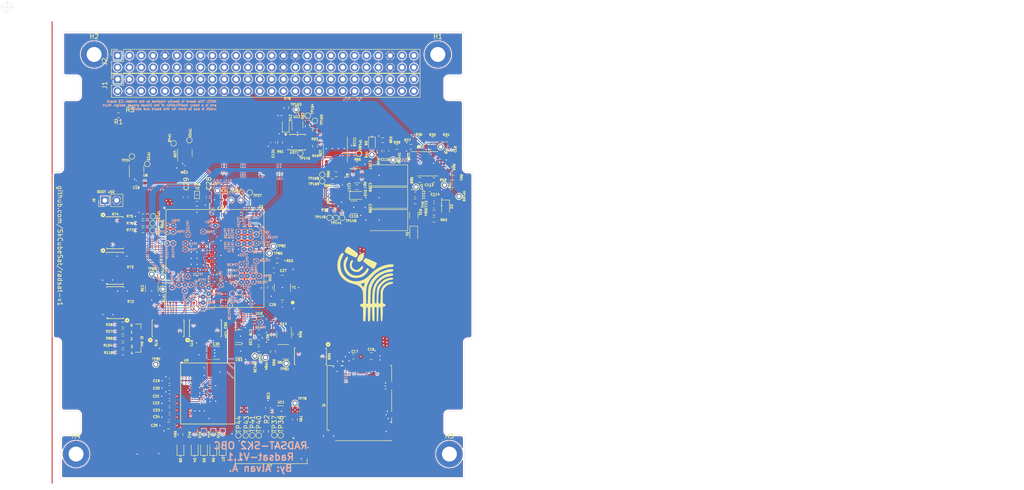
<source format=kicad_pcb>
(kicad_pcb (version 20240108) (generator "pcbnew") (generator_version "8.0")
  (layers (0 "F.Cu" jumper) (1 "In1.Cu" jumper) (2 "In2.Cu" jumper) (31 "B.Cu" signal) (34 "B.Paste" user) (35 "F.Paste" user) (36 "B.SilkS" user "B.Silkscreen") (37 "F.SilkS" user "F.Silkscreen") (38 "B.Mask" user) (39 "F.Mask" user) (44 "Edge.Cuts" user))
  (net 0 "")
  (net 1 "Net-(U9-VDDI)")
  (net 2 "Net-(U1B-OSC1_GND)")
  (net 3 "5V")
  (net 4 "Net-(U1B-OSC1_IN)")
  (net 5 "Net-(U1B-OSC1_OUT)")
  (net 6 "3.3V")
  (net 7 "/OSD3358: SIP B/OSC0_GND")
  (net 8 "/OSD3358: SIP B/OSC0_IN")
  (net 9 "/OSD3358: SIP B/OSC0_OUT")
  (net 10 "nRESET")
  (net 11 "VIN_USB")
  (net 12 "Net-(D4-A)")
  (net 13 "Net-(D5-A)")
  (net 14 "Net-(D6-A)")
  (net 15 "Net-(D7-A)")
  (net 16 "Net-(D8-A)")
  (net 17 "UART0_RX")
  (net 19 "OPD_SCL")
  (net 20 "OPD_SDA")
  (net 22 "Net-(Q6-B)")
  (net 23 "/OSD3358: SIP A/SYS_RTC_1P8V")
  (net 24 "Net-(U1A-I2C0_SCL)")
  (net 25 "Net-(U1A-I2C0_SDA)")
  (net 26 "Net-(U1A-EEPROM_WP)")
  (net 27 "Net-(U1A-RTC_KALDO_ENN)")
  (net 28 "Net-(U14-REF)")
  (net 35 "Net-(R72-11)")
  (net 36 "Net-(R72-22)")
  (net 37 "Net-(R72-33)")
  (net 38 "Net-(R72-44)")
  (net 39 "Net-(R72-66)")
  (net 40 "Net-(R72-77)")
  (net 41 "Net-(R72-88)")
  (net 42 "Net-(R72-99)")
  (net 43 "Net-(R73-44)")
  (net 44 "Net-(R73-77)")
  (net 47 "3.3VA")
  (net 48 "Net-(R74-44)")
  (net 50 "Net-(U1B-TRSTN)")
  (net 51 "Net-(U1B-EMU1)")
  (net 52 "Net-(U1B-EMU0)")
  (net 53 "Net-(U8-SHDN)")
  (net 54 "Net-(U8-S)")
  (net 55 "Net-(U1C-GPMC_A1)")
  (net 56 "Net-(U1C-GPMC_A2)")
  (net 58 "Net-(U1C-GPMC_CSN0)")
  (net 59 "Net-(U1C-GPMC_CSN3)")
  (net 60 "Net-(U1C-GPMC_AD8)")
  (net 61 "Net-(U1C-GPMC_AD9)")
  (net 62 "Net-(U1B-SYS_ADC_1P8V)")
  (net 63 "Net-(U1B-AGND_ADC)")
  (net 64 "Net-(U1B-AIN6)")
  (net 65 "Net-(U1B-AIN7)")
  (net 66 "Net-(U1B-PMIC_MUX_IN)")
  (net 67 "Net-(U1B-USB1_CE)")
  (net 68 "Net-(U1A-PMIC_TS)")
  (net 69 "Net-(U1A-PMIC_BAT_SENSE)")
  (net 70 "Net-(U1A-SYS_VDD2_3P3V@1)")
  (net 71 "Net-(U1A-SYS_VDD_1P8V@1)")
  (net 72 "Net-(U1F-VDDS_DDR)")
  (net 73 "Net-(U1F-VDD_CORE)")
  (net 74 "Net-(U1F-VDD_MPU)")
  (net 75 "Net-(U1F-VDDS_PLL)")
  (net 76 "Net-(U1D-LCD_PCLK)")
  (net 77 "Net-(U1D-LCD_HSYNC)")
  (net 78 "Net-(U1A-PMIC_NRESET)")
  (net 79 "Net-(U1A-PMIC_PB_IN)")
  (net 80 "Net-(U1A-PMIC_POWER_EN)")
  (net 81 "Net-(U1A-PMIC_LDO_PGOOD)")
  (net 82 "Net-(U1A-EXT_WAKEUP)")
  (net 83 "Net-(U1A-EXTINTN)")
  (net 84 "Net-(U1B-USB0_ID)")
  (net 85 "Net-(U1B-USB0_CE)")
  (net 86 "Net-(U1B-USB0_DRVVBUS)")
  (net 87 "Net-(U1C-GPMC_AD10)")
  (net 88 "ADCS_ENABLE_CONTROL")
  (net 89 "Net-(D12-A)")
  (net 90 "Net-(FB1-Pad1)")
  (net 91 "USB_CLI_DP")
  (net 92 "USB_CLI_DM")
  (net 93 "Net-(Q1-S)")
  (net 94 "I2C2_SYS_DISABLE")
  (net 98 "Net-(R73-22)")
  (net 101 "Net-(R74-33)")
  (net 103 "Net-(U24-EVI)")
  (net 104 "Net-(U28B-+)")
  (net 105 "Net-(U28C--)")
  (net 106 "Net-(U1B-USB1_DRVVBUS)")
  (net 107 "Net-(U39-SHDN)")
  (net 108 "Net-(U39-S)")
  (net 109 "Net-(U1D-MII1_TX_EN)")
  (net 110 "Net-(U1B-TDI)")
  (net 111 "Net-(U1B-TDO)")
  (net 112 "Net-(U1B-TCK)")
  (net 113 "Net-(U1B-TMS)")
  (net 114 "/OSD3358: SIP A/PMIC_GOOD")
  (net 115 "Net-(U1D-MDC)")
  (net 116 "Net-(U37-READY)")
  (net 117 "Net-(U24-~{INT})")
  (net 118 "Net-(U24-CLKO)")
  (net 121 "Net-(U1D-MII1_RXD3)")
  (net 122 "Net-(U1D-MII1_RXD2)")
  (net 123 "Net-(U1D-MII1_RXD1)")
  (net 124 "Net-(U1D-MDIO)")
  (net 125 "Net-(U1D-MII1_RXD0)")
  (net 126 "Net-(U1D-MII1_RX_ER)")
  (net 127 "Net-(U1D-MII1_RX_CLK)")
  (net 128 "Net-(U1D-MII1_CRS)")
  (net 129 "Net-(U1D-MII1_COL)")
  (net 130 "Net-(U1D-MII1_RX_DV)")
  (net 134 "Net-(U1B-USB1_ID)")
  (net 135 "Net-(U1B-USB1_DP)")
  (net 136 "Net-(U1B-USB1_DM)")
  (net 137 "Net-(U1B-USB1_VBUS)")
  (net 140 "Net-(R59-Pad1)")
  (net 141 "Net-(R58-Pad1)")
  (net 142 "Net-(U28A--)")
  (net 143 "Net-(U28B--)")
  (net 144 "Net-(U28C-+)")
  (net 145 "Net-(U28D--)")
  (net 147 "PET_WDT")
  (net 148 "Net-(U30-WP)")
  (net 149 "I2C2_SYS_SCL")
  (net 150 "I2C2_SYS_SDA")
  (net 151 "Net-(D1-Pad1)")
  (net 152 "Net-(U28D-+)")
  (net 153 "Net-(D3-Pad2)")
  (net 154 "Net-(U24-VBKP)")
  (net 155 "Net-(D10-Pad2)")
  (net 156 "Net-(R32-Pad2)")
  (net 157 "Net-(C110-Pad2)")
  (net 158 "Net-(D9-A)")
  (net 159 "GND")
  (net 160 "/Watchdog/WDT-VIN")
  (net 161 "/Watchdog/WDT-VP")
  (net 162 "ORESAT_nSD")
  (net 173 "Net-(R74-66)")
  (net 176 "Net-(R73-11)")
  (net 177 "/OSD3358: SIP C/USR1")
  (net 178 "/OSD3358: SIP C/USR2")
  (net 179 "/OSD3358: SIP C/USR3")
  (net 180 "/OSD3358: SIP C/USR4")
  (net 181 "VDD")
  (net 182 "Net-(J6-Pin_1)")
  (net 183 "Net-(U1C-GPMC_CLK)")
  (net 184 "/OSD3358: SIP C/CAN1_TXD")
  (net 185 "/OSD3358: SIP C/CAN1_RXD")
  (net 186 "Net-(U1C-GPMC_AD11)")
  (net 187 "Net-(U1C-GPMC_AD12)")
  (net 188 "Net-(U1C-GPMC_BEN0_CLE)")
  (net 189 "Net-(U1C-GPMC_WEN)")
  (net 190 "Net-(U1C-GPMC_OEN_REN)")
  (net 193 "ADCS_BOOT_CONTROL")
  (net 302 "/OSD3358: SIP C/EMMC_CMD")
  (net 303 "/OSD3358: SIP C/EMMC_D5")
  (net 304 "/OSD3358: SIP C/EMMC_D4")
  (net 305 "/OSD3358: SIP C/EMMC_D0")
  (net 306 "/OSD3358: SIP C/EMMC_D3")
  (net 307 "/OSD3358: SIP C/EMMC_SCK")
  (net 308 "/OSD3358: SIP C/EMMC_D1")
  (net 309 "/OSD3358: SIP C/EMMC_D7")
  (net 310 "/OSD3358: SIP C/EMMC_nRST")
  (net 311 "/OSD3358: SIP C/EMMC_D6")
  (net 312 "/OSD3358: SIP C/EMMC_D2")
  (net 317 "UART0_TX")
  (net 318 "/OSD3358: SIP D/CAN0_TX")
  (net 319 "/OSD3358: SIP D/CAN0_RX")
  (net 320 "/OSD3358: SIP C/MMC1_DAT3")
  (net 321 "/OSD3358: SIP C/MMC1_CLK")
  (net 322 "/OSD3358: SIP C/MMC1_DAT1")
  (net 323 "/OSD3358: SIP C/MMC1_CD")
  (net 324 "/OSD3358: SIP C/MMC1_DAT2")
  (net 325 "/OSD3358: SIP C/MMC1_CMD")
  (net 326 "/OSD3358: SIP C/MMC1_DAT0")
  (net 341 "I2C1_SYS_SDA")
  (net 343 "I2C1_SYS_SCL")
  (net 405 "unconnected-(J2-Pin_23-Pad23)")
  (net 418 "unconnected-(J2-Pin_43-Pad43)")
  (net 426 "Net-(J7-HOST-D+)")
  (net 427 "Net-(J7-HOST-D-)")
  (net 428 "Net-(J7-NRST)")
  (net 433 "Net-(J7-DEBUG-0)")
  (net 434 "Net-(J7-DEBUG-1)")
  (net 435 "Net-(J7-DEBUG-2)")
  (net 436 "Net-(J7-DEBUG-3)")
  (net 437 "CAN2_H+")
  (net 438 "CAN2_L-")
  (net 439 "CAN1H+")
  (net 440 "CAN1L-")
  (footprint "oresat-passives:Panasonic_Resistor_Array_EXBA10" (layer "F.Cu") (at 96.9 109.7 90)
    (property "Reference" "R71")
    (property "Value" "10k")
  )
  (footprint "LED_SMD:LED_0603_1608Metric" (layer "F.Cu") (at 100.6 135.5125 90)
    (property "Reference" "D7")
    (property "Value" "BLUE")
  )
  (footprint "Resistor_SMD:R_0603_1608Metric" (layer "F.Cu") (at 110.75 101 90)
    (property "Reference" "R47")
    (property "Value" "1M")
  )
  (footprint "Capacitor_SMD:C_0603_1608Metric" (layer "F.Cu") (at 89.2 128.8 180)
    (property "Reference" "C24")
    (property "Value" "1u")
  )
  (footprint "Connector_PinHeader_2.54mm:PinHeader_1x02_P2.54mm_Vertical" (layer "F.Cu") (at 75.33 82.28 90)
    (property "Reference" "J6")
    (property "Value" "Conn_01x02")
  )
  (footprint "Capacitor_SMD:C_1210_3225Metric" (layer "F.Cu") (at 128.6971 83.7636)
    (property "Reference" "C115")
    (property "Value" "100u")
  )
  (footprint "Resistor_SMD:R_0603_1608Metric" (layer "F.Cu") (at 124.5471 84.3636)
    (property "Reference" "R79")
    (property "Value" "10k")
  )
  (footprint "Connector_PinSocket_2.54mm:PinSocket_2x26_P2.54mm_Vertical" (layer "F.Cu") (at 78.08 56.29 90)
    (property "Reference" "J1")
    (property "Value" "Conn_02x26_Odd_Even")
  )
  (footprint "Resistor_SMD:R_0603_1608Metric" (layer "F.Cu") (at 95.1 83 180)
    (property "Reference" "R46")
    (property "Value" "NP")
  )
  (footprint "Resistor_SMD:R_0603_1608Metric" (layer "F.Cu") (at 145.6221 69.2136 180)
    (property "Reference" "R35")
    (property "Value" "10k")
  )
  (footprint "oresat-misc:TestPoint_Pad_D1.0mm" (layer "F.Cu") (at 81.15 72.85 -90)
    (property "Reference" "TP24")
    (property "Value" "Test-Point")
  )
  (footprint "Capacitor_SMD:C_0805_2012Metric" (layer "F.Cu") (at 89 130.55 180)
    (property "Reference" "C25")
    (property "Value" "10u")
  )
  (footprint "oresat-misc:TestPoint_Pad_D1.0mm" (layer "F.Cu") (at 113.03 132.6896 90)
    (property "Reference" "TP36")
    (property "Value" "Test-Point")
  )
  (footprint "Resistor_SMD:R_0603_1608Metric" (layer "F.Cu") (at 83.5 88.7)
    (property "Reference" "R77")
    (property "Value" "10k")
  )
  (footprint "oresat-misc:TestPoint_Pad_D1.0mm" (layer "F.Cu") (at 106.4 80.6)
    (property "Reference" "TP27")
    (property "Value" "Test-Point")
  )
  (footprint "Package_TO_SOT_SMD:SOT-23-8" (layer "F.Cu") (at 82.15 75.55 90)
    (property "Reference" "U8")
    (property "Value" "TCAN330")
  )
  (footprint "oresat-misc:TestPoint_Pad_D1.0mm" (layer "F.Cu") (at 126.1971 86.0136 -90)
    (property "Reference" "TP148")
    (property "Value" "Test-Point")
  )
  (footprint "Resistor_SMD:R_0603_1608Metric" (layer "F.Cu") (at 116.2 111 -90)
    (property "Reference" "R56")
    (property "Value" "40.2k")
  )
  (footprint "Capacitor_SMD:C_0603_1608Metric" (layer "F.Cu") (at 111.55 97.3)
    (property "Reference" "C27")
    (property "Value" "10p")
  )
  (footprint "oresat-misc:TestPoint_Pad_D1.0mm" (layer "F.Cu") (at 118.8388 64.0978)
    (property "Reference" "TP164")
    (property "Value" "Test-Point")
  )
  (footprint "oresat-passives:Panasonic_Resistor_Array_EXBA10" (layer "F.Cu") (at 119.4 115.7 -90)
    (property "Reference" "R69")
    (property "Value" "10k")
  )
  (footprint "Package_TO_SOT_SMD:SOT-23" (layer "F.Cu") (at 113.7625 111.08125 -90)
    (property "Reference" "U14")
    (property "Value" "TLVH431")
  )
  (footprint "Connector_PinSocket_2.54mm:PinSocket_2x26_P2.54mm_Vertical" (layer "F.Cu") (at 78.08 51.21 90)
    (property "Reference" "J2")
    (property "Value" "Conn_02x26_Odd_Even")
  )
  (footprint "Resistor_SMD:R_0603_1608Metric" (layer "F.Cu") (at 112.9284 69.8378 -90)
    (property "Reference" "R51")
    (property "Value" "10k")
  )
  (footprint "oresat-ics:BGA-153(11.5X13)(EMMC-BA)" (layer "F.Cu") (at 97.4 123.7)
    (property "Reference" "U9")
    (property "Value" "EMMC+RESET+5.1-COMPATIBLE-BA")
  )
  (footprint "oresat-misc:TestPoint_Pad_D1.0mm" (layer "F.Cu") (at 106.9564 132.6896 -90)
    (property "Reference" "TP41")
    (property "Value" "Test-Point")
  )
  (footprint "oresat-c3:RV3028C732768KHZ1PPMTAQC" (layer "F.Cu") (at 124.7221 81.3136 -90)
    (property "Reference" "U24")
    (property "Value" "RV-3028-C7")
  )
  (footprint "oresat-misc:TestPoint-0.75mm-th" (layer "F.Cu") (at 86.2584 117.4496)
    (property "Reference" "TP81")
    (property "Value" "Test-Point" (hide yes))
  )
  (footprint "oresat-misc:TestPoint-0.75mm-th" (layer "F.Cu") (at 116.1 125.8)
    (property "Reference" "TP78")
    (property "Value" "Test-Point" (hide yes))
  )
  (footprint "Resistor_SMD:R_0603_1608Metric" (layer "F.Cu") (at 149.9471 77.4011)
    (property "Reference" "R61")
    (property "Value" "100k")
  )
  (footprint "Capacitor_SMD:C_0603_1608Metric" (layer "F.Cu") (at 89.2 127.3 180)
    (property "Reference" "C23")
    (property "Value" "1u")
  )
  (footprint "Resistor_SMD:R_0603_1608Metric" (layer "F.Cu") (at 142.6221 69.2136 180)
    (property "Reference" "R36")
    (property "Value" "3.0k")
  )
  (footprint "Capacitor_SMD:C_0603_1608Metric" (layer "F.Cu") (at 100.3 81.4)
    (property "Reference" "C31")
    (property "Value" "1n")
  )
  (footprint "Capacitor_SMD:C_0603_1608Metric" (layer "F.Cu") (at 89.2 121 180)
    (property "Reference" "C19")
    (property "Value" "1u")
  )
  (footprint "oresat-passives:Panasonic_Resistor_Array_EXBA10" (layer "F.Cu") (at 77.51 89.21)
    (property "Reference" "R74")
    (property "Value" "47k")
  )
  (footprint "oresat-misc:TestPoint_Pad_D1.0mm" (layer "F.Cu") (at 129.7971 72.2636 -90)
    (property "Reference" "TP160")
    (property "Value" "Test-Point")
  )
  (footprint "oresat-misc:TestPoint-0.75mm-th" (layer "F.Cu") (at 137.1221 73.6136 -90)
    (property "Reference" "TP150")
    (property "Value" "TestPoint-MinTH" (hide yes))
  )
  (footprint "LED_SMD:LED_0603_1608Metric" (layer "F.Cu") (at 98.6 135.5125 90)
    (property "Reference" "D6")
    (property "Value" "BLUE")
  )
  (footprint "logos:radsatsk2-logo" (layer "F.Cu") (at 131.25 100.6)
    (property "Reference" "G***" (hide yes))
    (property "Value" "LOGO" (hide yes))
  )
  (footprint "Capacitor_SMD:C_0603_1608Metric" (layer "F.Cu") (at 128.2521 72.2386 90)
    (property "Reference" "C116")
    (property "Value" "100n")
  )
  (footprint "Capacitor_SMD:C_0603_1608Metric" (layer "F.Cu") (at 108.325 112.7)
    (property "Reference" "C33")
    (property "Value" "100n")
  )
  (footprint "Inductor_SMD:L_0603_1608Metric" (layer "F.Cu") (at 116.1 129.3 90)
    (property "Reference" "FB1")
    (property "Value" "BLM18KG300JH1D")
  )
  (footprint "oresat-misc:TestPoint-0.75mm-th" (layer "F.Cu") (at 114.2 117.25)
    (property "Reference" "TP83")
    (property "Value" "Test-Point" (hide yes))
  )
  (footprint "Resistor_SMD:R_0603_1608Metric" (layer "F.Cu") (at 79.2 113.4)
    (property "Reference" "R104")
    (property "Value" "10k")
  )
  (footprint "Capacitor_SMD:C_0603_1608Metric" (layer "F.Cu") (at 103.25 109.025)
    (property "Reference" "C65")
    (property "Value" "100n")
  )
  (footprint "Diode_SMD:D_SOD-323" (layer "F.Cu") (at 148.3596 83.8136 -90)
    (property "Reference" "D3")
    (property "Value" "1N4151WS")
  )
  (footprint "Capacitor_Tantalum_SMD:CP_EIA-7343-31_Kemet-D" (layer "F.Cu") (at 135.8471 76.9136 180)
    (property "Reference" "C107")
    (property "Value" "220u")
  )
  (footprint "Resistor_SMD:R_0603_1608Metric" (layer "F.Cu") (at 134.1846 71.6886 90)
    (property "Reference" "R40")
    (property "Value" "3.0k")
  )
  (footprint "oresat-passives:Panasonic_Resistor_Array_EXBA10" (layer "F.Cu") (at 88.9 109.7 90)
    (property "Reference" "R70")
    (property "Value" "10k")
  )
  (footprint "Diode_SMD:D_SOD-323" (layer "F.Cu") (at 129.3971 81.2136)
    (property "Reference" "D10")
    (property "Value" "1N4151WS")
  )
  (footprint "oresat-misc:TestPoint-0.75mm-th" (layer "F.Cu") (at 110.6 93.6 180)
    (property "Reference" "TP85")
    (property "Value" "Test-Point" (hide yes))
  )
  (footprint "Resistor_SMD:R_0603_1608Metric" (layer "F.Cu") (at 79.2 114.9)
    (property "Reference" "R118")
    (property "Value" "10k")
  )
  (footprint "Resistor_SMD:R_0603_1608Metric" (layer "F.Cu") (at 145.8846 84.9136 180)
    (property "Reference" "R64")
    (property "Value" "100k")
  )
  (footprint "oresat-misc:TestPoint_Pad_D1.0mm" (layer "F.Cu") (at 85.6 87.2)
    (property "Reference" "TP96")
    (property "Value" "Test-Point")
  )
  (footprint "Capacitor_SMD:C_1210_3225Metric" (layer "F.Cu") (at 104 111.4)
    (property "Reference" "C34")
    (property "Value" "22u")
  )
  (footprint "oresat-misc:TestPoint-0.75mm-th" (layer "F.Cu") (at 87.8 101.3 180)
    (property "Reference" "TP79")
    (property "Value" "Test-Point" (hide yes))
  )
  (footprint "Resistor_SMD:R_0603_1608Metric" (layer "F.Cu") (at 149.4221 71.5011 90)
    (property "Reference" "R32")
    (property "Value" "10k")
  )
  (footprint "oresat-misc:TestPoint_Pad_D1.0mm" (layer "F.Cu") (at 111.6584 132.6388 90)
    (property "Reference" "TP37")
    (property "Value" "Test-Point")
  )
  (footprint "Diode_SMD:D_SOD-323" (layer "F.Cu") (at 141.5471 89.4136 -90)
    (property "Reference" "D1")
    (property "Value" "1N4151WS")
  )
  (footprint "Resistor_SMD:R_0603_1608Metric" (layer "F.Cu") (at 142.8471 77.9261 180)
    (property "Reference" "R58")
    (property "Value" "1k")
  )
  (footprint "Capacitor_Tantalum_SMD:CP_EIA-7343-31_Kemet-D" (layer "F.Cu") (at 135.8471 86.5136 180)
    (property "Reference" "C108")
    (property "Value" "220u")
  )
  (footprint "Capacitor_Tantalum_SMD:CP_EIA-7343-31_Kemet-D" (layer "F.Cu") (at 135.8471 81.7136 180)
    (property "Reference" "C109")
    (property "Value" "220u")
  )
  (footprint "Capacitor_SMD:C_0603_1608Metric" (layer "F.Cu") (at 89.2 122.5 180)
    (property "Reference" "C20")
    (property "Value" "1u")
  )
  (footprint "Package_SO:TSSOP-14_4.4x5mm_P0.65mm" (layer "F.Cu") (at 144.5221 74.4261)
    (property "Reference" "U28")
    (property "Value" "TLV1704-SEP")
  )
  (footprint "Resistor_SMD:R_0603_1608Metric" (layer "F.Cu") (at 120.3388 67.2978 90)
    (property "Reference" "R93")
    (property "Value" "10k")
  )
  (footprint "oresat-misc:TestPoint-0.75mm-th" (layer "F.Cu") (at 148.1221 79.0011 -90)
    (property "Reference" "TP8")
    (property "Value" "TestPoint-MinTH" (hide yes))
  )
  (footprint "Resistor_SMD:R_0603_1608Metric" (layer "F.Cu") (at 100.6 132.4875 -90)
    (property "Reference" "R45")
    (property "Value" "10k")
  )
  (footprint "oresat-misc:TestPoint-0.75mm-th" (layer "F.Cu") (at 107.5 115.65 90)
    (property "Reference" "TP135")
    (property "Value" "Test-Point" (hide yes))
  )
  (footprint "oresat-misc:TestPoint-0.75mm-th" (layer "F.Cu") (at 87.7 98.7 180)
    (property "Reference" "TP75")
    (property "Value" "Test-Point" (hide yes))
  )
  (footprint "LED_SMD:LED_0603_1608Metric" (layer "F.Cu") (at 132.5846 70.1761 -90)
    (property "Reference" "D9")
    (property "Value" "GREEN")
  )
  (footprint "oresat-misc:TestPoint_Pad_D1.0mm" (layer "F.Cu") (at 85.7 85.7)
    (property "Reference" "TP104")
    (property "Value" "Test-Point")
  )
  (footprint "Capacitor_SMD:C_0603_1608Metric" (layer "F.Cu") (at 97.6 81.6 90)
    (property "Reference" "C28")
    (property "Value" "18p")
  )
  (footprint "oresat-misc:TestPoint_Pad_D1.0mm" (layer "F.Cu") (at 93.47 69.3675 90)
    (property "Reference" "TP32")
    (property "Value" "Test-Point")
  )
  (footprint "Resistor_SMD:R_0603_1608Metric" (layer "F.Cu") (at 140.9221 70.8011 180)
    (property "Reference" "R37")
    (property "Value" "3.0k")
  )
  (footprint "Capacitor_SMD:C_0603_1608Metric" (layer "F.Cu") (at 113.4 104.65)
    (property "Reference" "C26")
    (property "Value" "10p")
  )
  (footprint "Resistor_SMD:R_0603_1608Metric" (layer "F.Cu") (at 114.2588 62.4203 90)
    (property "Reference" "R78")
    (property "Value" "10k")
  )
  (footprint "oresat-misc:TestPoint-0.75mm-th" (layer "F.Cu") (at 147.3471 70.8011 -90)
    (property "Reference" "TP9")
    (property "Value" "TestPoint-MinTH" (hide yes))
  )
  (footprint "MountingHole:MountingHole_3.2mm_M3_ISO7380_Pad" (layer "F.Cu") (at 73.0502 50.9728)
    (property "Reference" "H2")
    (property "Value" "MountingHole_Pad")
  )
  (footprint "Resistor_SMD:R_0603_1608Metric" (layer "F.Cu") (at 109.8682 131.826 90)
    (property "Reference" "R2")
    (property "Value" "10")
  )
  (footprint "Capacitor_SMD:C_0603_1608Metric" (layer "F.Cu") (at 126.7971 78.9136 90)
    (property "Reference" "C117")
    (property "Value" "100n")
  )
  (footprint "LED_SMD:LED_0603_1608Metric" (layer "F.Cu") (at 114.1188 66.1703 90)
    (property "Reference" "D12")
    (property "Value" "GREEN")
  )
  (footprint "oresat-connectors:J-TE-2-1734592-0" (layer "F.Cu") (at 111 135.868 180)
    (property "Reference" "J7")
    (property "Value" "2-1734592-0")
  )
  (footprint "oresat-misc:TestPoint_Pad_D1.0mm" (layer "F.Cu") (at 108.3564 132.6896 -90)
    (property "Reference" "TP40")
    (property "Value" "Test-Point")
  )
  (footprint "Resistor_SMD:R_0603_1608Metric" (layer "F.Cu") (at 145.0471 70.8011 180)
    (property "Reference" "R62")
    (property "Value" "100k")
  )
  (footprint "Resistor_SMD:R_0603_1608Metric" (layer "F.Cu") (at 83.5 85.7 180)
    (property "Reference" "R75")
    (property "Value" "10k")
  )
  (footprint "Capacitor_SMD:C_0603_1608Metric" (layer "F.Cu") (at 108.4 110.6)
    (property "Reference" "C78")
    (property "Value" "100n")
  )
  (footprint "Package_TO_SOT_SMD:SOT-23-8" (layer "F.Cu") (at 92.495 72.105 90)
    (property "Reference" "U39")
    (property "Value" "TCAN330")
  )
  (footprint "oresat-ics:LINEAR-MSOP-8-AND-MAXIM-UMAX-8-21-0036" (layer "F.Cu") (at 116.6388 69.7978)
    (property "Reference" "U37")
    (property "Value" "LTC4300A-1" (hide yes))
  )
  (footprint "oresat-misc:TestPoint_Pad_D1.0mm" (layer "F.Cu") (at 105.5564 132.6896 -90)
    (property "Reference" "TP43")
    (property "Value" "Test-Point")
  )
  (footprint "Capacitor_SMD:C_1210_3225Metric" (layer "F.Cu") (at 85.4 101.2 -90)
    (property "Reference" "C36")
    (property "Value" "22u")
  )
  (footprint "Capacitor_SMD:C_0603_1608Metric" (layer "F.Cu") (at 100.3 82.9)
    (property "Reference" "C32")
    (property "Value" "100n")
  )
  (footprint "Resistor_SMD:R_0603_1608Metric" (layer "F.Cu") (at 141.8471 82.4761)
    (property "Reference" "R41")
    (property "Value" "100k")
  )
  (footprint "oresat-misc:TestPoint-0.75mm-th" (layer "F.Cu") (at 109.8 116)
    (property "Reference" "TP84")
    (property "Value" "Test-Point" (hide yes))
  )
  (footprint "oresat-misc:TestPoint_Pad_D1.0mm" (layer "F.Cu") (at 117.2388 72.1978)
    (property "Reference" "TP140")
    (property "Value" "~")
  )
  (footprint "oresat-passives:Panasonic_Resistor_Array_EXBA10" (layer "F.Cu") (at 77.5 96.85)
    (property "Reference" "R73")
    (property "Value" "47k")
  )
  (footprint "Capacitor_SMD:C_0603_1608Metric" (layer "F.Cu") (at 82.075 78.55 180)
    (property "Reference" "C18")
    (property "Value" "100n")
  )
  (footprint "oresat-passives:CRYSTAL-5X3.2-4SMD" (layer "F.Cu") (at 113.4 101 90)
    (property "Reference" "Y1")
    (property "Value" "ECS-240-12-30BQ-AEN-TR" (hide yes))
  )
  (footprint "Package_TO_SOT_SMD:SOT-363_SC-70-6" (layer "F.Cu") (at 112.9 127.5 180)
    (property "Reference" "U11")
    (property "Value" "RCLAMP0504FB")
  )
  (footprint "Capacitor_SMD:C_0603_1608Metric" (layer "F.Cu") (at 92.475 75.3 180)
    (property "Reference" "C56")
    (property "Value" "100n")
  )
  (footprint "oresat-misc:TestPoint-0.75mm-th" (layer "F.Cu") (at 132.5846 72.4761 -90)
    (property "Reference" "TP6")
    (property "Value" "TestPoint-MinTH" (hide yes))
  )
  (footprint "Resistor_SMD:R_0603_1608Metric" (layer "F.Cu") (at 129.3471 79.4636)
    (property "Reference" "R67")
    (property "Value" "150")
  )
  (footprint "LED_SMD:LED_0603_1608Metric" (layer "F.Cu") (at 96.6 135.5125 90)
    (property "Reference" "D5")
    (property "Value" "BLUE")
  )
  (footprint "Capacitor_SMD:C_0603_1608Metric" (layer "F.Cu") (at 111.4044 69.85 -90)
    (property "Reference" "C131")
    (property "Value" "10n")
  )
  (footprint "Resistor_SMD:R_0603_1608Metric" (layer "F.Cu") (at 108.325 114.2)
    (property "Reference" "R50")
    (property "Value" "10k")
  )
  (footprint "Resistor_SMD:R_0603_1608Metric" (layer "F.Cu") (at 145.8471 77.9261)
    (property "Reference" "R59")
    (property "Value" "1k")
  )
  (footprint "oresat-misc:TestPoint-0.75mm-th" (layer "F.Cu") (at 111.45 92.1 180)
    (property "Reference" "TP82")
    (property "Value" "Test-Point" (hide yes))
  )
  (footprint "Capacitor_SMD:C_0603_1608Metric" (layer "F.Cu") (at 145.0221 79.9011)
    (property "Reference" "C113")
    (property "Value" "10u")
  )
  (footprint "Resistor_SMD:R_0603_1608Metric" (layer "F.Cu") (at 91.55 132.5 -90)
    (property "Reference" "R54")
    (property "Value" "10k")
  )
  (footprint "Package_TO_SOT_SMD:SOT-23" (layer "F.Cu") (at 114.1 114.75)
    (property "Reference" "Q6")
    (property "Value" "MMBT2907")
  )
  (footprint "Resistor_SMD:R_0603_1608Metric" (layer "F.Cu") (at 79.2 110.4)
    (property "Reference" "R27")
    (property "Value" "10k")
  )
  (footprint "Resistor_SMD:R_0603_1608Metric" (layer "F.Cu") (at 137.9221 70.8136)
    (property "Reference" "R39")
    (property "Value" "10k")
  )
  (footprint "oresat-misc:TestPoint-0.75mm-th" (layer "F.Cu") (at 116.3388 62.7978)
    (property "Reference" "TP163")
    (property "Value" "TestPoint-MinTH" (hide yes))
  )
  (footprint "Resistor_SMD:R_0603_1608Metric" (layer "F.Cu") (at 124.9471 76.6636 180)
    (property "Reference" "R80")
    (property "Value" "4.7k")
  )
  (footprint "Resistor_SMD:R_0603_1608Metric" (layer "F.Cu") (at 94.6 132.4875 -90)
    (property "Reference" "R42")
    (property "Value" "10k")
  )
  (footprint "oresat-misc:TestPoint-0.75mm-th" (layer "F.Cu") (at 151.2396 81.4136 -90)
    (property "Reference" "TP109")
    (property "Value" "TestPoint-MinTH" (hide yes))
  )
  (footprint "oresat-passives:Panasonic_Resistor_Array_EXBA10" (layer "F.Cu") (at 77.5748 104.21 180)
    (property "Reference" "R72")
    (property "Value" "47k")
  )
  (footprint "oresat-misc:TestPoint_Pad_D1.0mm" (layer "F.Cu") (at 103.9564 132.6896 -90)
    (property "Reference" "TP44")
    (property "Value" "Test-Point")
  )
  (footprint "oresat-connectors:J-Hirose-DM3BT-DSF-PEJS" (layer "F.Cu") (at 130.325 133.8135)
    (property "Reference" "J5")
    (property "Value" "DM3BT-DSF-PEJS")
  )
  (footprint "oresat-misc:TestPoint-0.75mm-th" (layer "F.Cu") (at 142.0221 79.4011 -90)
    (property "Reference" "TP7")
    (property "Value" "TestPoint-MinTH" (hide yes))
  )
  (footprint "Capacitor_SMD:C_0603_1608Metric" (layer "F.Cu") (at 135.6846 71.6761 90)
    (property "Reference" "C110")
    (property "Value" "10u")
  )
  (footprint "Capacitor_SMD:C_1210_3225Metric" (layer "F.Cu") (at 104 114.6)
    (property "Reference" "C93")
    (property "Value" "22u")
  )
  (footprint "Capacitor_SMD:C_0603_1608Metric" (layer "F.Cu") (at 110.3 126.8 -90)
    (property "Reference" "C30")
    (property "Value" "100n")
  )
  (footprint "MountingHole:MountingHole_3.2mm_M3_ISO7380_Pad" (layer "F.Cu") (at 146.7104 50.9728)
    (property "Reference" "H1")
    (property "Value" "MountingHole_Pad")
  )
  (footprint "Resistor_SMD:R_0603_1608Metric" (layer "F.Cu") (at 111.4 114.7 90)
    (property "Reference" "R55")
    (property "Value" "499")
  )
  (footprint "oresat-misc:TestPoint-0.75mm-th" (layer "F.Cu") (at 85.4 98.1)
    (property "Reference" "TP80")
    (property "Value" "Test-Point" (hide yes))
  )
  (footprint "Capacitor_SMD:C_0603_1608Metric" (layer "F.Cu") (at 128.6 115.8 180)
    (property "Reference" "C17")
    (property "Value" "100n")
  )
  (footprint "Resistor_SMD:R_0603_1608Metric" (layer "F.Cu") (at 134.8846 69.3761 180)
    (property "Reference" "R38")
    (property "Value" "10k")
  )
  (footprint "Resistor_SMD:R_0603_1608Metric" (layer "F.Cu") (at 120.396 70.675 -90)
    (property "Reference" "R49")
    (property "Value" "10k")
  )
  (footprint "Capacitor_SMD:C_0603_1608Metric" (layer "F.Cu") (at 145.8846 83.4136 180)
    (property "Reference" "C112")
    (property "Value" "10u")
  )
  (footprint "Resistor_SMD:R_0603_1608Metric" (layer "F.Cu") (at 80.7598 61.4172 180)
    (property "Reference" "R3")
    (property "Value" "120k")
  )
  (footprint "Capacitor_SMD:C_1210_3225Metric" (layer "F.Cu") (at 99.3 115 180)
    (property "Reference" "C35")
    (property "Value" "22u")
  )
  (footprint "Resistor_SMD:R_0603_1608Metric" (layer "F.Cu") (at 79.2 111.9)
    (property "Reference" "R90")
    (property "Value" "10k")
  )
  (footprint "MountingHole:MountingHole_3.2mm_M3_ISO7380_Pad" (layer "F.Cu") (at 69.1794 136.7028)
    (property "Reference" "H4")
    (property "Value" "MountingHole_Pad")
  )
  (footprint "oresat-misc:TestPoint_Pad_D1.0mm" (layer "F.Cu") (at 120.3388 65.1978)
    (property "Reference" "TP165")
    (property "Value" "Test-Point")
  )
  (footprint "oresat-misc:TestPoint_Pad_D1.0mm" (layer "F.Cu") (at 84.45 74.45 -90)
    (property "Reference" "TP23")
    (property "Value" "Test-Point")
  )
  (footprint "Capacitor_SMD:C_0603_1608Metric" (layer "F.Cu") (at 141.8471 81.0011)
    (property "Reference" "C111")
    (property "Value" "10u")
  )
  (footprint "MountingHole:MountingHole_3.2mm_M3_ISO7380_Pad" (layer "F.Cu") (at 149.1894 136.7028)
    (property "Reference" "H3")
    (property "Value" "MountingHole_Pad")
  )
  (footprint "oresat-misc:TestPoint_Pad_D1.0mm" (layer "F.Cu") (at 121.9471 78.1636 -90)
    (property "Reference" "TP169")
    (property "Value" "Test-Point")
  )
  (footprint "oresat-misc:TestPoint_Pad_D1.0mm" (layer "F.Cu") (at 90.075 70.05 90)
    (property "Reference" "TP49")
    (property "Value" "Test-Point")
  )
  (footprint "Package_SO:SOIC-8_3.9x4.9mm_P1.27mm" (layer "F.Cu") (at 124.7521 72.1386 -90)
    (property "Reference" "U30")
    (property "Value" "FM24CL64B-DGTR" (hide yes))
  )
  (footprint "Capacitor_SMD:C_0603_1608Metric" (layer "F.Cu") (at 145.8846 81.9136 180)
    (property "Reference" "C114")
    (property "Value" "10u")
  )
  (footprint "Resistor_SMD:R_0603_1608Metric" (layer "F.Cu") (at 112.3 95.2 180)
    (property "Reference" "R53")
    (property "Value" "10k")
  )
  (footprint "oresat-misc:TestPoint_Pad_D1.0mm" (layer "F.Cu") (at 124.8471 86.0136)
    (property "Reference" "TP141")
    (property "Value" "Test-Point")
  )
  (footprint "Resistor_SMD:R_0603_1608Metric" (layer "F.Cu") (at 98.6 132.4875 -90)
    (property "Reference" "R44")
    (property "Value" "10k")
  )
  (footprint "oresat-misc:TestPoint_Pad_D1.0mm" (layer "F.Cu") (at 85.6 88.7)
    (property "Reference" "TP95")
    (property "Value" "Test-Point")
  )
  (footprint "Resistor_SMD:R_0603_1608Metric" (layer "F.Cu") (at 124.0971 78.1636 180)
    (property "Reference" "R68")
    (property "Value" "4.7k")
  )
  (footprint "Resistor_SMD:R_0603_1608Metric" (layer "F.Cu") (at 79.2 108.91)
    (property "Reference" "R26")
    (property "Value" "10k")
  )
  (footprint "Resistor_SMD:R_0603_1608Metric" (layer "F.Cu") (at 96.6 132.4875 -90)
    (property "Reference" "R43")
    (property "Value" "10k")
  )
  (footprint "Package_TO_SOT_SMD:SOT-363_SC-70-6" (layer "F.Cu") (at 116.6388 66.0353 90)
    (property "Reference" "U12")
    (property "Value" "RCLAMP0504FB")
  )
  (footprint "Resistor_SMD:R_1206_3216Metric" (layer "F.Cu") (at 141.5471 85.5136 90)
    (property "Reference" "R31")
    (property "Value" "10 (1206)")
  )
  (footprint "Resistor_SMD:R_0603_1608Metric" (layer "F.Cu") (at 145.8846 86.4136 180)
    (property "Reference" "R63")
    (property "Value" "4.7M")
  )
  (footprint "Resistor_SMD:R_0603_1608Metric" (layer "F.Cu") (at 78.2706 64.008 180)
    (property "Reference" "R1")
    (property "Value" "120k")
  )
  (footprint "LED_SMD:LED_0603_1608Metric" (layer "F.Cu") (at 91.55 135.5125 90)
    (property "Reference" "D8")
    (property "Value" "GREEN")
  )
  (footprint "oresat-misc:TestPoint_Pad_D1.0mm" (layer "F.Cu") (at 123.4971 86.0136)
    (property "Reference" "TP149")
    (property "Value" "Test-Point")
  )
  (footprint "Resistor_SMD:R_0603_1608Metric" (layer "F.Cu") (at 129.3596 74.5136)
    (property "Reference" "R66")
    (property "Value" "10k")
  )
  (footprint "Resistor_SMD:R_0603_1608Metric" (layer "F.Cu") (at 83.5 87.2)
    (property "Reference" "R76")
    (property "Value" "10k")
  )
  (footprint "oresat-misc:TestPoint_Pad_D1.0mm" (layer "F.Cu") (at 121.9471 76.7636 -90)
    (property "Reference" "TP168")
    (property "Value" "Test-Point")
  )
  (footprint "oresat-ics:U-Octavo-OSD335X-BGA-256" (layer "F.Cu") (at 98.9 94.7 -90)
    (property "Reference" "U1")
    (property "Value" "OSD3358-512M-BSM")
  )
  (footprint "Capacitor_SMD:C_0603_1608Metric" (layer "F.Cu") (at 89.2 124.3 180)
    (property "Reference" "C21")
    (property "Value" "1u")
  )
  (footprint "Resistor_SMD:R_0603_1608Metric" (layer "F.Cu") (at 149.1221 75.1011 90)
    (property "Reference" "R60")
    (property "Value" "100k")
  )
  (footprint "Resistor_SMD:R_0603_1608Metric" (layer "F.Cu") (at 118.8388 66.3978 90)
    (property "Reference" "R92")
    (property "Value" "10k")
  )
  (footprint "oresat-misc:TestPoint_Pad_D1.0mm" (layer "F.Cu") (at 104.7 80.6)
    (property "Reference" "TP26")
    (property "Value" "Test-Point")
  )
  (footprint "Capacitor_SMD:C_0603_1608Metric" (layer "F.Cu") (at 89.2 125.8 180)
    (property "Reference" "C22")
    (property "Value" "1u")
  )
  (footprint "Package_TO_SOT_SMD:SOT-353_SC-70-5" (layer "F.Cu") (at 108.4 108.4 180)
    (property "Reference" "U10")
    (property "Value" "SN74AUC1G07DCKR")
  )
  (footprint "oresat-passives:CRYSTAL_3.2X1.5" (layer "F.Cu") (at 95.1 81.1)
    (property "Reference" "Y2")
    (property "Value" "ABS07-32.768KHZ-T")
  )
  (footprint "Package_TO_SOT_SMD:SOT-23" (layer "F.Cu") (at 129.4596 76.9636)
    (property "Reference" "Q1")
    (property "Value" "NTR4101P")
  )
  (footprint "LED_SMD:LED_0603_1608Metric" (layer "F.Cu") (at 94.6 135.5125 90)
    (property "Reference" "D4")
    (property "Value" "BLUE")
  )
  (footprint "Capacitor_SMD:C_0805_2012Metric" (layer "F.Cu") (at 132.45 115.7)
    (property "Reference" "C16")
    (property "Value" "10u")
  )
  (footprint "Resistor_SMD:R_0603_1608Metric" (layer "F.Cu") (at 148.6221 69.2136 180)
    (property "Reference" "R34")
    (property "Value" "10k")
  )
  (footprint "Resistor_SMD:R_0603_1608Metric" (layer "F.Cu") (at 111.3 111.1 90)
    (property "Reference" "R57")
    (property "Value" "10k")
  )
  (footprint "Capacitor_SMD:C_0603_1608Metric" (layer "F.Cu") (at 92.65 81.6 90)
    (property "Reference" "C29")
    (property "Value" "18p")
  )
  (footprint "oresat-misc:TestPoint_Pad_D1.0mm" (layer "B.Cu") (at 88.7 87.7 180)
    (property "Reference" "TP91")
    (property "Value" "Test-Point")
  )
  (footprint "oresat-misc:TestPoint_Pad_D1.0mm" (layer "B.Cu") (at 97.6 101 180)
    (property "Reference" "TP77")
    (property "Value" "Test-Point")
  )
  (footprint "oresat-misc:TestPoint_Pad_D1.0mm" (layer "B.Cu") (at 107.8 91.5 180)
    (property "Reference" "TP121")
    (property "Value" "Test-Point")
  )
  (footprint "oresat-misc:TestPoint-0.75mm-th" (layer "B.Cu") (at 102.4 82.2 180)
    (property "Reference" "TP73")
    (property "Value" "Test-Point" (hide yes))
  )
  (footprint "oresat-misc:TestPoint_Pad_D1.0mm" (layer "B.Cu") (at 107.2 98.5 180)
    (property "Reference" "TP98")
    (property "Value" "Test-Point")
  )
  (footprint "oresat-misc:TestPoint_Pad_D1.0mm" (layer "B.Cu") (at 96.4 89 180)
    (property "Reference" "TP69")
    (property "Value" "Test-Point")
  )
  (footprint "oresat-misc:TestPoint_Pad_D1.0mm" (layer "B.Cu") (at 90 91.5 180)
    (property "Reference" "TP125")
    (property "Value" "Test-Point")
  )
  (footprint "oresat-misc:TestPoint_Pad_D1.0mm" (layer "B.Cu") (at 93.2 98.6 180)
    (property "Reference" "TP131")
    (property "Value" "Test-Point")
  )
  (footprint "oresat-misc:TestPoint_Pad_D1.0mm" (layer "B.Cu") (at 109.45 90.25 180)
    (property "Reference" "TP115")
    (property "Value" "Test-Point")
  )
  (footprint "oresat-misc:TestPoint_Pad_D1.0mm" (layer "B.Cu") (at 106.5 89 180)
    (property "Reference" "TP118")
    (property "Value" "Test-Point")
  )
  (footprint "oresat-misc:TestPoint_Pad_D1.0mm" (layer "B.Cu") (at 102.1 104.8 180)
    (property "Reference" "TP128")
    (property "Value" "Test-Point")
  )
  (footprint "oresat-misc:TestPoint_Pad_D1.0mm" (layer "B.Cu") (at 104 89 180)
    (property "Reference" "TP134")
    (property "Value" "Test-Point")
  )
  (footprint "oresat-misc:TestPoint_Pad_D1.0mm" (layer "B.Cu") (at 88.7 91.5 180)
    (property "Reference" "TP123")
    (property "Value" "Test-Point")
  )
  (footprint "oresat-misc:TestPoint_Pad_D1.0mm" (layer "B.Cu") (at 97.6 102.3 180)
    (property "Reference" "TP46")
    (property "Value" "Test-Point")
  )
  (footprint "oresat-misc:TestPoint_Pad_D1.0mm" (layer "B.Cu") (at 96.3 100.4 180)
    (property "Reference" "TP76")
    (property "Value" "Test-Point")
  )
  (footprint "oresat-misc:TestPoint_Pad_D1.0mm" (layer "B.Cu") (at 93.2 89.6 180)
    (property "Reference" "TP132")
    (property "Value" "Test-Point")
  )
  (footprint "oresat-misc:TestPoint_Pad_D1.0mm" (layer "B.Cu") (at 106.6 90.2 180)
    (property "Reference" "TP120")
    (property "Value" "Test-Point")
  )
  (footprint "oresat-misc:TestPoint_Pad_D1.0mm" (layer "B.Cu") (at 105.3 89 180)
    (property "Reference" "TP119")
    (property "Value" "Test-Point")
  )
  (footprint "oresat-misc:TestPoint_Pad_D1.0mm" (layer "B.Cu") (at 92.6 92.8 180)
    (property "Reference" "TP20")
    (property "Value" "Test-Point")
  )
  (footprint "oresat-misc:TestPoint_Pad_D1.0mm" (layer "B.Cu") (at 91.2 100.4)
    (property "Reference" "TP65")
    (property "Value" "Test-Point")
  )
  (footprint "oresat-misc:TestPoint-0.75mm-th" (layer "B.Cu") (at 99.5 80.2 180)
    (property "Reference" "TP59")
    (property "Value" "Test-Point" (hide yes))
  )
  (footprint "oresat-misc:TestPoint_Pad_D1.0mm" (layer "B.Cu") (at 105.9 97.2 180)
    (property "Reference" "TP137")
    (property "Value" "Test-Point")
  )
  (footprint "oresat-misc:TestPoint_Pad_D1.0mm" (layer "B.Cu") (at 102.7 102.3 180)
    (property "Reference" "TP38")
    (property "Value" "Test-Point")
  )
  (footprint "oresat-misc:TestPoint_Pad_D1.0mm" (layer "B.Cu") (at 106.5 91.5 180)
    (property "Reference" "TP114")
    (property "Value" "Test-Point")
  )
  (footprint "oresat-misc:TestPoint_Pad_D1.0mm" (layer "B.Cu") (at 108.7 108.4 180)
    (property "Reference" "TP133")
    (property "Value" "Test-Point")
  )
  (footprint "oresat-misc:TestPoint_Pad_D1.0mm" (layer "B.Cu") (at 99 87.7 180)
    (property "Reference" "TP67")
    (property "Value" "Test-Point")
  )
  (footprint "oresat-misc:TestPoint_Pad_D1.0mm" (layer "B.Cu") (at 92.6 91.5 180)
    (property "Reference" "TP19")
    (property "Value" "Test-Point")
  )
  (footprint "oresat-misc:TestPoint_Pad_D1.0mm" (layer "B.Cu") (at 96.4 104.2 180)
    (property "Reference" "TP68")
    (property "Value" "Test-Point")
  )
  (footprint "oresat-misc:TestPoint_Pad_D1.0mm" (layer "B.Cu") (at 105.25 91.55 180)
    (property "Reference" "TP113")
    (property "Value" "Test-Point")
  )
  (footprint "oresat-misc:TestPoint_Pad_D1.0mm" (layer "B.Cu") (at 89.8 100.9)
    (property "Reference" "TP66")
    (property "Value" "Test-Point")
  )
  (footprint "oresat-misc:TestPoint_Pad_D1.0mm" (layer "B.Cu") (at 107.8 95.3 180)
    (property "Reference" "TP139")
    (property "Value" "Test-Point")
  )
  (footprint "oresat-misc:TestPoint_Pad_D1.0mm" (layer "B.Cu") (at 104.6 98.5 180)
    (property "Reference" "TP127")
    (property "Value" "Test-Point")
  )
  (footprint "oresat-misc:TestPoint_Pad_D1.0mm" (layer "B.Cu") (at 105.3 90.2 180)
    (property "Reference" "TP116")
    (property "Value" "Test-Point")
  )
  (footprint "oresat-misc:TestPoint_Pad_D1.0mm" (layer "B.Cu") (at 90 89 180)
    (property "Reference" "TP94")
    (property "Value" "Test-Point")
  )
  (footprint "oresat-misc:TestPoint_Pad_D1.0mm" (layer "B.Cu") (at 93.8 100.4 180)
    (property "Reference" "TP130")
    (property "Value" "Test-Point")
  )
  (footprint "oresat-misc:TestPoint_Pad_D1.0mm" (layer "B.Cu") (at 104 91.5 180)
    (property "Reference" "TP21")
    (property "Value" "Test-Point")
  )
  (footprint "oresat-misc:TestPoint_Pad_D1.0mm" (layer "B.Cu") (at 107.2 99.7 180)
    (property "Reference" "TP100")
    (property "Value" "Test-Point")
  )
  (footprint "oresat-misc:TestPoint_Pad_D1.0mm" (layer "B.Cu") (at 107.8 89.6 180)
    (property "Reference" "TP117")
    (property "Value" "Test-Point")
  )
  (footprint "oresat-misc:TestPoint_Pad_D1.0mm" (layer "B.Cu") (at 96.4 102.95 180)
    (property "Reference" "TP48")
    (property "Value" "Test-Point")
  )
  (footprint "oresat-misc:TestPoint_Pad_D1.0mm" (layer "B.Cu") (at 104.6 97.25 180)
    (property "Reference" "TP71")
    (property "Value" "Test-Point")
  )
  (footprint "oresat-misc:TestPoint_Pad_D1.0mm" (layer "B.Cu") (at 106.5 92.8 180)
    (property "Reference" "TP90")
    (property "Value" "Test-Point")
  )
  (footprint "oresat-misc:TestPoint_Pad_D1.0mm" (layer "B.Cu") (at 105.2 92.8 180)
    (property "Reference" "TP22")
    (property "Value" "Test-Point")
  )
  (footprint "oresat-misc:TestPoint_Pad_D1.0mm" (layer "B.Cu") (at 88.7 89 180)
    (property "Reference" "TP93")
    (property "Value" "Test-Point")
  )
  (footprint "oresat-misc:TestPoint_Pad_D1.0mm" (layer "B.Cu") (at 104.6 99.8 180)
    (property "Reference" "TP70")
    (property "Value" "Test-Point")
  )
  (footprint "oresat-misc:TestPoint_Pad_D1.0mm" (layer "B.Cu") (at 105.9 98.5 180)
    (property "Reference" "TP97")
    (property "Value" "Test-Point")
  )
  (footprint "oresat-misc:TestPoint_Pad_D1.0mm" (layer "B.Cu") (at 100.2 100.4 180)
    (property "Reference" "TP129")
    (property "Value" "Test-Point")
  )
  (footprint "oresat-misc:TestPoint_Pad_D1.0mm" (layer "B.Cu") (at 92.5 101.7 180)
    (property "Reference" "TP47")
    (property "Value" "Test-Point")
  )
  (footprint "oresat-misc:TestPoint_Pad_D1.0mm" (layer "B.Cu") (at 105.9 99.8 180)
    (property "Reference" "TP72")
    (property "Value" "Test-Point")
  )
  (footprint "oresat-misc:TestPoint-0.75mm-th" (layer "B.Cu") (at 104.5 82.2 180)
    (property "Reference" "TP74")
    (property "Value" "Test-Point" (hide yes))
  )
  (footprint "oresat-misc:TestPoint_Pad_D1.0mm" (layer "B.Cu") (at 104 90.2 180)
    (property "Reference" "TP136")
    (property "Value" "Test-Point")
  )
  (footprint "oresat-misc:TestPoint_Pad_D1.0mm" (layer "B.Cu") (at 90 87.7 180)
    (property "Reference" "TP92")
    (property "Value" "Test-Point")
  )
  (footprint "oresat-misc:TestPoint_Pad_D1.0mm" (layer "B.Cu") (at 104.2 102 180)
    (property "Reference" "TP39")
    (property "Value" "Test-Point")
  )
  (footprint "oresat-misc:TestPoint_Pad_D1.0mm" (layer "B.Cu") (at 92.5 100.4)
    (property "Reference" "TP64")
    (property "Value" "Test-Point")
  )
  (footprint "oresat-misc:TestPoint_Pad_D1.0mm" (layer "B.Cu") (at 96.4 105.45 180)
    (property "Reference" "TP42")
    (property "Value" "Test-Point")
  )
  (footprint "oresat-misc:TestPoint_Pad_D1.0mm" (layer "B.Cu") (at 108.4 98.5 180)
    (property "Reference" "TP99")
    (property "Value" "Test-Point")
  )
  (footprint "oresat-misc:TestPoint_Pad_D1.0mm" (layer "B.Cu") (at 104.6 96 180)
    (property "Reference" "TP138")
    (property "Value" "Test-Point")
  )
  (gr_line (start 64.0588 89.9668) (end 64.05 43.95) (stroke (width 0.2)) (layer "F.Cu"))
  (gr_line (start 64.0588 89.9668) (end 64.0588 142.9512) (stroke (width 0.2)) (layer "F.Cu"))
  (gr_line (start 81.95 108.8) (end 83.1 108.8) (stroke (width 0.127)) (layer "F.SilkS"))
  (gr_line (start 81.85 114.85) (end 83.1 114.85) (stroke (width 0.127)) (layer "F.SilkS"))
  (gr_line (start 83.1 108.8) (end 83.1 109.85) (stroke (width 0.127)) (layer "F.SilkS"))
  (gr_line (start 83.1 114.85) (end 83.1 113.75) (stroke (width 0.127)) (layer "F.SilkS"))
  (gr_arc (start 152.45 126.77) (mid 152.23033 127.30033) (end 151.7 127.52) (stroke (width 0.05)) (layer "Edge.Cuts"))
  (gr_line (start 148.25 128.27) (end 148.25 131.77) (stroke (width 0.05)) (layer "Edge.Cuts"))
  (gr_arc (start 69.33 55.63) (mid 69.86033 55.84967) (end 70.08 56.38) (stroke (width 0.05)) (layer "Edge.Cuts"))
  (gr_arc (start 70.08 131.77) (mid 69.860336 132.300336) (end 69.33 132.52) (stroke (width 0.05)) (layer "Edge.Cuts"))
  (gr_line (start 65.83 133.27) (end 65.83 142.02) (stroke (width 0.05)) (layer "Edge.Cuts"))
  (gr_line (start 152.25 46.13) (end 152.25 54.88) (stroke (width 0.05)) (layer "Edge.Cuts"))
  (gr_arc (start 149 132.52) (mid 148.46967 132.30033) (end 148.25 131.77) (stroke (width 0.05)) (layer "Edge.Cuts"))
  (gr_arc (start 66.28 61.38) (mid 66.499674 60.849674) (end 67.03 60.63) (stroke (width 0.05)) (layer "Edge.Cuts"))
  (gr_line (start 65.83 112.77) (end 65.83 126.77) (stroke (width 0.05)) (layer "Edge.Cuts"))
  (gr_line (start 64.83 112.02) (end 65.08 112.02) (stroke (width 0.05)) (layer "Edge.Cuts"))
  (gr_line (start 65.53 76.13) (end 64.83 76.13) (stroke (width 0.05)) (layer "Edge.Cuts"))
  (gr_arc (start 65.83 133.27) (mid 66.049674 132.739674) (end 66.58 132.52) (stroke (width 0.05)) (layer "Edge.Cuts"))
  (gr_line (start 149 60.63) (end 151.48 60.63) (stroke (width 0.05)) (layer "Edge.Cuts"))
  (gr_line (start 149 132.52) (end 151.7 132.52) (stroke (width 0.05)) (layer "Edge.Cuts"))
  (gr_line (start 66.28 46.13) (end 152.25 46.13) (stroke (width 0.05)) (layer "Edge.Cuts"))
  (gr_line (start 148.25 56.38) (end 148.25 59.88) (stroke (width 0.05)) (layer "Edge.Cuts"))
  (gr_line (start 66.28 46.13) (end 66.28 54.88) (stroke (width 0.05)) (layer "Edge.Cuts"))
  (gr_line (start 70.08 128.27) (end 70.08 131.77) (stroke (width 0.05)) (layer "Edge.Cuts"))
  (gr_line (start 69.33 132.52) (end 66.58 132.52) (stroke (width 0.05)) (layer "Edge.Cuts"))
  (gr_arc (start 151.48 60.63) (mid 152.01033 60.84967) (end 152.23 61.38) (stroke (width 0.05)) (layer "Edge.Cuts"))
  (gr_arc (start 148.25 56.38) (mid 148.46967 55.84967) (end 149 55.63) (stroke (width 0.05)) (layer "Edge.Cuts"))
  (gr_arc (start 154.25 111.27) (mid 154.03033 111.80033) (end 153.5 112.02) (stroke (width 0.05)) (layer "Edge.Cuts"))
  (gr_arc (start 66.28 75.38) (mid 66.060334 75.910334) (end 65.53 76.13) (stroke (width 0.05)) (layer "Edge.Cuts"))
  (gr_line (start 152.45 142.02) (end 65.83 142.02) (stroke (width 0.05)) (layer "Edge.Cuts"))
  (gr_line (start 154.25 76.88) (end 154.25 111.27) (stroke (width 0.05)) (layer "Edge.Cuts"))
  (gr_line (start 66.28 61.38) (end 66.28 75.38) (stroke (width 0.05)) (layer "Edge.Cuts"))
  (gr_arc (start 64.08 76.88) (mid 64.299674 76.349674) (end 64.83 76.13) (stroke (width 0.05)) (layer "Edge.Cuts"))
  (gr_arc (start 152.98 76.13) (mid 152.44967 75.91033) (end 152.23 75.38) (stroke (width 0.05)) (layer "Edge.Cuts"))
  (gr_line (start 64.08 76.88) (end 64.08 111.27) (stroke (width 0.05)) (layer "Edge.Cuts"))
  (gr_arc (start 148.25 128.27) (mid 148.46967 127.73967) (end 149 127.52) (stroke (width 0.05)) (layer "Edge.Cuts"))
  (gr_arc (start 153.5 76.13) (mid 154.03033 76.34967) (end 154.25 76.88) (stroke (width 0.05)) (layer "Edge.Cuts"))
  (gr_line (start 152.98 76.13) (end 153.5 76.13) (stroke (width 0.05)) (layer "Edge.Cuts"))
  (gr_line (start 66.58 127.52) (end 69.33 127.52) (stroke (width 0.05)) (layer "Edge.Cuts"))
  (gr_arc (start 151.7 132.52) (mid 152.23033 132.73967) (end 152.45 133.27) (stroke (width 0.05)) (layer "Edge.Cuts"))
  (gr_line (start 151.7 127.52) (end 149 127.52) (stroke (width 0.05)) (layer "Edge.Cuts"))
  (gr_line (start 152.45 112.77) (end 152.45 126.77) (stroke (width 0.05)) (layer "Edge.Cuts"))
  (gr_line (start 152.45 133.27) (end 152.45 142.02) (stroke (width 0.05)) (layer "Edge.Cuts"))
  (gr_arc (start 66.58 127.52) (mid 66.049666 127.300334) (end 65.83 126.77) (stroke (width 0.05)) (layer "Edge.Cuts"))
  (gr_arc (start 152.25 54.88) (mid 152.03033 55.41033) (end 151.5 55.63) (stroke (width 0.05)) (layer "Edge.Cuts"))
  (gr_arc (start 152.45 112.77) (mid 152.66967 112.23967) (end 153.2 112.02) (stroke (width 0.05)) (layer "Edge.Cuts"))
  (gr_arc (start 67.03 55.63) (mid 66.499667 55.410333) (end 66.28 54.88) (stroke (width 0.05)) (layer "Edge.Cuts"))
  (gr_line (start 153.5 112.02) (end 153.2 112.02) (stroke (width 0.05)) (layer "Edge.Cuts"))
  (gr_line (start 70.08 56.38) (end 70.08 59.88) (stroke (width 0.05)) (layer "Edge.Cuts"))
  (gr_line (start 69.33 60.63) (end 67.03 60.63) (stroke (width 0.05)) (layer "Edge.Cuts"))
  (gr_line (start 152.23 61.38) (end 152.23 75.38) (stroke (width 0.05)) (layer "Edge.Cuts"))
  (gr_line (start 151.5 55.63) (end 149 55.63) (stroke (width 0.05)) (layer "Edge.Cuts"))
  (gr_arc (start 64.83 112.02) (mid 64.299666 111.800334) (end 64.08 111.27) (stroke (width 0.05)) (layer "Edge.Cuts"))
  (gr_line (start 67.03 55.63) (end 69.33 55.63) (stroke (width 0.05)) (layer "Edge.Cuts"))
  (gr_arc (start 70.08 59.88) (mid 69.860336 60.410336) (end 69.33 60.63) (stroke (width 0.05)) (layer "Edge.Cuts"))
  (gr_arc (start 65.08 112.02) (mid 65.610327 112.239673) (end 65.83 112.77) (stroke (width 0.05)) (layer "Edge.Cuts"))
  (gr_arc (start 69.33 127.52) (mid 69.86033 127.73967) (end 70.08 128.27) (stroke (width 0.05)) (layer "Edge.Cuts"))
  (gr_arc (start 149.000334 60.629666) (mid 148.47 60.41) (end 148.250334 59.879666) (stroke (width 0.05)) (layer "Edge.Cuts"))
  (gr_text "RADSAT-SK2 OBC\nRadsat-V1.1\nBy: Alvan A." (at 108.7 140.6 0) (layer "B.SilkS") (effects (font (size 1.5 1.5) (thickness 0.3) (bold yes)) (justify bottom mirror)))
  (gr_text "NOTE: This board is heavily inspired by the Oresat-C3 board \nand is a heavy modification of the Oresat groups design. Much \ncredit is due to them for this board and design." (at 99.35 62.95 0) (layer "B.SilkS") (effects (font (size 0.5 0.5) (thickness 0.125) (bold yes)) (justify left bottom mirror)))
  (gr_text "2" (at 80.75 112.3 0) (layer "F.SilkS") (effects (font (size 0.508 0.508) (thickness 0.127)) (justify left bottom)))
  (gr_text "BOOT uSD" (at 73.58 80.73 0) (layer "F.SilkS") (effects (font (size 0.508 0.508) (thickness 0.127)) (justify left bottom)))
  (gr_text "3" (at 80.8 113.95 0) (layer "F.SilkS") (effects (font (size 0.508 0.508) (thickness 0.127)) (justify left bottom)))
  (gr_text "github.com/SkCubeSat/radsat-v1" (at 65.1636 79.0084 270) (layer "F.SilkS") (effects (font (size 1 1)) (justify left bottom)))
  (gr_text "4" (at 80.8 115.35 0) (layer "F.SilkS") (effects (font (size 0.508 0.508) (thickness 0.127)) (justify left bottom)))
  (gr_text "0" (at 80.75 109.4 0) (layer "F.SilkS") (effects (font (size 0.508 0.508) (thickness 0.127)) (justify left bottom)))
  (gr_text "HW ID" (at 83.6 113.7 90) (layer "F.SilkS") (effects (font (size 0.508 0.508) (thickness 0.127)) (justify left bottom)))
  (gr_text "1" (at 80.75 110.85 0) (layer "F.SilkS") (effects (font (size 0.508 0.508) (thickness 0.127)) (justify left bottom)))
  (target plus (at 54.378376 40.78974) (size 3) (width 0.05) (layer "Edge.Cuts"))
  (segment (start 94.15 120.95) (end 90.025 120.95) (width 0.254) (layer "F.Cu") (net 1))
  (segment (start 94.65 121.45) (end 94.15 120.95) (width 0.1524) (layer "F.Cu") (net 1))
  (segment (start 90.025 120.95) (end 89.975 121) (width 0.254) (layer "F.Cu") (net 1))
  (segment (start 89.975 121) (end 89.975 122.5) (width 0.254) (layer "F.Cu") (net 1))
  (segment (start 93.8375 85.8275) (end 93.8375 84.075) (width 0.2) (layer "F.Cu") (net 2))
  (segment (start 93.8375 84.075) (end 92.65 82.8875) (width 0.2) (layer "F.Cu") (net 2))
  (segment (start 94.455 86.445) (end 93.8375 85.8275) (width 0.2) (layer "F.Cu") (net 2))
  (segment (start 97.6 82.08) (end 97.6 83.8125) (width 0.2) (layer "F.Cu") (net 2))
  (segment (start 96.4 85.0125) (end 96.4 85.325) (width 0.2) (layer "F.Cu") (net 2))
  (segment (start 96.4 85.325) (end 95.9625 85.7625) (width 0.2) (layer "F.Cu") (net 2))
  (segment (start 92.65 82.8875) (end 92.65 82.08) (width 0.2) (layer "F.Cu") (net 2))
  (segment (start 97.6 83.8125) (end 96.4 85.0125) (width 0.2) (layer "F.Cu") (net 2))
  (segment (start 95.9625 85.7625) (end 95.1375 85.7625) (width 0.2) (layer "F.Cu") (net 2))
  (segment (start 95.1375 85.7625) (end 94.455 86.445) (width 0.2) (layer "F.Cu") (net 2))
  (via (at 100.6 103.6) (size 0.4572) (drill 0.254) (layers "F.Cu" "B.Cu") (net 3))
  (via (at 101.2 102.35) (size 0.4572) (drill 0.254) (layers "F.Cu" "B.Cu") (net 3))
  (via (at 101.2 104.925) (size 0.4572) (drill 0.254) (layers "F.Cu" "B.Cu") (net 3))
  (via (at 100.6348 104.902) (size 0.4572) (drill 0.254) (layers "F.Cu" "B.Cu") (net 3))
  (via (at 100.6 102.35) (size 0.4572) (drill 0.254) (layers "F.Cu" "B.Cu") (net 3))
  (via (at 101.1936 103.5812) (size 0.4572) (drill 0.254) (layers "F.Cu" "B.Cu") (net 3))
  (segment (start 95.725 83.975) (end 95.925 83.775) (width 0.2) (layer "F.Cu") (net 4))
  (segment (start 96.35 82.05) (end 96.35 80.9) (width 0.2) (layer "F.Cu") (net 4))
  (segment (start 97.6 81.12) (end 96.37 81.12) (width 0.2) (layer "F.Cu") (net 4))
  (segment (start 95.725 83.975) (end 95.725 85.175) (width 0.2) (layer "F.Cu") (net 4))
  (segment (start 96.35 80.9) (end 96.3375 80.8875) (width 0.2) (layer "F.Cu") (net 4))
  (segment (start 95.925 83.775) (end 95.925 83) (width 0.2) (layer "F.Cu") (net 4))
  (segment (start 95.925 83) (end 95.925 82.475) (width 0.2) (layer "F.Cu") (net 4))
  (segment (start 96.37 81.12) (end 96.35 81.1) (width 0.2) (layer "F.Cu") (net 4))
  (segment (start 95.925 82.475) (end 96.35 82.05) (width 0.2) (layer "F.Cu") (net 4))
  (segment (start 94.275 82.475) (end 93.85 82.05) (width 0.2) (layer "F.Cu") (net 5))
  (segment (start 94.455 83.955) (end 94.275 83.775) (width 0.2) (layer "F.Cu") (net 5))
  (segment (start 93.83 81.12) (end 93.85 81.1) (width 0.2) (layer "F.Cu") (net 5))
  (segment (start 94.275 83.775) (end 94.275 83) (width 0.2) (layer "F.Cu") (net 5))
  (segment (start 93.85 82.05) (end 93.85 80.9) (width 0.2) (layer "F.Cu") (net 5))
  (segment (start 94.455 83.955) (end 94.455 85.175) (width 0.2) (layer "F.Cu") (net 5))
  (segment (start 92.65 81.12) (end 93.83 81.12) (width 0.2) (layer "F.Cu") (net 5))
  (segment (start 94.275 83) (end 94.275 82.475) (width 0.2) (layer "F.Cu") (net 5))
  (segment (start 93.85 80.9) (end 93.8375 80.8875) (width 0.2) (layer "F.Cu") (net 5))
  (segment (start 96.65 121.45) (end 96.65 122.45) (width 0.2) (layer "F.Cu") (net 6))
  (segment (start 83.9216 78.144) (end 83.9216 78.5368) (width 0.5) (layer "F.Cu") (net 6))
  (segment (start 77.01 91.7725) (end 75.9577 91.7725) (width 0.254) (layer "F.Cu") (net 6))
  (segment (start 115.1388 61.5953) (end 114.2588 61.5953) (width 0.4) (layer "F.Cu") (net 6))
  (segment (start 93.25 75.775) (end 93.25 75.3) (width 0.4) (layer "F.Cu") (net 6))
  (segment (start 134.048 90.4636) (end 141.5471 90.4636) (width 0.5) (layer "F.Cu") (net 6))
  (segment (start 96.15 127.95) (end 95.15 127.95) (width 0.254) (layer "F.Cu") (net 6))
  (segment (start 94.65 122.95) (end 94.15 122.45) (width 0.1524) (layer "F.Cu") (net 6))
  (segment (start 113.5488 69.0128) (end 112.9284 69.0128) (width 0.4) (layer "F.Cu") (net 6))
  (segment (start 118.8138 68.1228) (end 118.8388 68.0978) (width 0.2) (layer "F.Cu") (net 6))
  (segment (start 94.65 122.95) (end 94.15 123.45) (width 0.1524) (layer "F.Cu") (net 6))
  (segment (start 93.5 127.95) (end 95.15 127.95) (width 0.254) (layer "F.Cu") (net 6))
  (segment (start 120.3388 69.7928) (end 120.396 69.85) (width 0.4) (layer "F.Cu") (net 6))
  (segment (start 121.5644 69.9008) (end 120.4468 69.9008) (width 0.4) (layer "F.Cu") (net 6))
  (segment (start 96.995 91.525) (end 96.995 91.495) (width 0.254) (layer "F.Cu") (net 6))
  (segment (start 130.8516 93.66) (end 134.048 90.4636) (width 0.5) (layer "F.Cu") (net 6))
  (segment (start 120.4468 69.9008) (end 120.396 69.85) (width 0.4) (layer "F.Cu") (net 6))
  (segment (start 111.4044 69.075) (end 112.8662 69.075) (width 0.5) (layer "F.Cu") (net 6))
  (segment (start 79.0248 86.61) (end 79.0848 86.67) (width 0.3) (layer "F.Cu") (net 6))
  (segment (start 95.725 91.525) (end 95.725 91.475) (width 0.254) (layer "F.Cu") (net 6))
  (segment (start 122 115.9) (end 122 115.8) (width 0.3) (layer "F.Cu") (net 6))
  (segment (start 92.82 74.87) (end 93.25 75.3) (width 0.4) (layer "F.Cu") (net 6))
  (segment (start 90.4882 78.5368) (end 93.25 75.775) (width 0.4) (layer "F.Cu") (net 6))
  (segment (start 116.5488 63.7843) (end 116.5488 63.0078) (width 0.4) (layer "F.Cu") (net 6))
  (segment (start 116.2078 64.1253) (end 116.5488 63.7843) (width 0.4) (layer "F.Cu") (net 6))
  (segment (start 92.82 74.87) (end 92.82 73.2425) (width 0.4) (layer "F.Cu") (net 6))
  (segment (start 122 115.8) (end 122 117.2148) (width 0.3) (layer "F.Cu") (net 6))
  (segment (start 91.43125 111.26605) (end 91.44 111.2748) (width 0.254) (layer "F.Cu") (net 6))
  (segment (start 115.2988 61.7578) (end 116.3388 62.7978) (width 0.4) (layer "F.Cu") (net 6))
  (segment (start 86.4 108.1652) (end 86.36 108.1252) (width 0.254) (layer "F.Cu") (net 6))
  (segment (start 130.3971 77.7136) (end 130.3971 76.9636) (width 0.4) (layer "F.Cu") (net 6))
  (segment (start 120.3388 68.1228) (end 121.4628 68.1228) (width 0.4) (layer "F.Cu") (net 6))
  (segment (start 96.15 126.95) (end 95.65 126.45) (width 0.1524) (layer "F.Cu") (net 6))
  (segment (start 81.9 87.2) (end 82.675 87.2) (width 0.3) (layer "F.Cu") (net 6))
  (segment (start 99.44 110.21) (end 99.44 111.2748) (width 0.254) (layer "F.Cu") (net 6))
  (segment (start 96.4625 122.7625) (end 96.275 122.95) (width 0.254) (layer "F.Cu") (net 6))
  (segment (start 130.3971 76.2136) (end 130.3971 76.9636) (width 0.4) (layer "F.Cu") (net 6))
  (segment (start 116.2078 64.1253) (end 116.6388 64.5563) (width 0.4) (layer "F.Cu") (net 6))
  (segment (start 77.5 113.4) (end 78.375 113.4) (width 0.2) (layer "F.Cu") (net 6))
  (segment (start 86.4 109.2) (end 86.4 108.1652) (width 0.254) (layer "F.Cu") (net 6))
  (segment (start 96.65 122.575) (end 96.4625 122.7625) (width 0.254) (layer "F.Cu") (net 6))
  (segment (start 77.45 108.9) (end 78.365 108.9) (width 0.2) (layer "F.Cu") (net 6))
  (segment (start 99.45 110.2) (end 99.44 110.21) (width 0.254) (layer "F.Cu") (net 6))
  (segment (start 116.6388 64.5563) (end 116.6388 65.0853) (width 0.4) (layer "F.Cu") (net 6))
  (segment (start 96.15 122.95) (end 94.65 122.95) (width 0.2) (layer "F.Cu") (net 6))
  (segment (start 83.9216 78.5368) (end 90.4882 78.5368) (width 0.4) (layer "F.Cu") (net 6))
  (segment (start 78.365 108.9) (end 78.375 108.91) (width 0.2) (layer "F.Cu") (net 6))
  (segment (start 115.6288 64.1253) (end 116.2078 64.1253) (width 0.4) (layer "F.Cu") (net 6))
  (segment (start 98.15 124.95) (end 98.15 124.45) (width 0.254) (layer "F.Cu") (net 6))
  (segment (start 94.15 123.45) (end 93.15 123.45) (width 0.254) (layer "F.Cu") (net 6))
  (segment (start 95.725 92.795) (end 95.725 92.725) (width 0.254) (layer "F.Cu") (net 6))
  (segment (start 83.9084 78.55) (end 83.9216 78.5368) (width 0.4) (layer "F.Cu") (net 6))
  (segment (start 116.9 115.2) (end 116.86 115.16) (width 0.4064) (layer "F.Cu") (net 6))
  (segment (start 115.2988 61.7553) (end 115.1388 61.5953) (width 0.4) (layer "F.Cu") (net 6))
  (segment (start 78.01 86.61) (end 79.0248 86.61) (width 0.3) (layer "F.Cu") (net 6))
  (segment (start 98.15 124.45) (end 96.4625 122.7625) (width 0.254) (layer "F.Cu") (net 6))
  (segment (start 118.8138 68.1228) (end 119.5388 68.1228) (width 0.4) (layer "F.Cu") (net 6))
  (segment (start 77.5 111.9) (end 78.375 111.9) (width 0.2) (layer "F.Cu") (net 6))
  (segment (start 115.2988 61.7553) (end 115.2988 61.7578) (width 0.4) (layer "F.Cu") (net 6))
  (segment (start 114.5888 68.8228) (end 113.7388 68.8228) (width 0.4) (layer "F.Cu") (net 6))
  (segment (start 94.35 109.1) (end 94.35 108.1352) (width 0.254) (layer "F.Cu") (net 6))
  (segment (start 114.5888 68.8228) (end 115.1488 68.2628) (width 0.4) (layer "F.Cu") (net 6))
  (segment (start 115.1488 68.2628) (end 115.1488 64.6053) (width 0.4) (layer "F.Cu") (net 6))
  (segment (start 81.9 88.7) (end 82.675 88.7) (width 0.3) (layer "F.Cu") (net 6))
  (segment (start 94.35 108.1352) (end 94.36 108.1252) (width 0.254) (layer "F.Cu") (net 6))
  (segment (start 108.75 116.85) (end 108.75 114.6) (width 0.3) (layer "F.Cu") (net 6))
  (segment (start 113.7388 68.8228) (end 113.5488 69.0128) (width 0.4) (layer "F.Cu") (net 6))
  (segment (start 75.9577 91.7725) (end 75.9352 91.75) (width 0.254) (layer "F.Cu") (net 6))
  (segment (start 77.5 114.9) (end 78.375 114.9) (width 0.2) (layer "F.Cu") (net 6))
  (segment (start 94.15 122.45) (end 93.15 122.45) (width 0.254) (layer "F.Cu") (net 6))
  (segment (start 95.15 126.95) (end 95.15 127.95) (width 0.254) (layer "F.Cu") (net 6))
  (segment (start 95.65 125.95) (end 95.65 126.45) (width 0.254) (layer "F.Cu") (net 6))
  (segment (start 96.275 122.95) (end 96.15 122.95) (width 0.254) (layer "F.Cu") (net 6))
  (segment (start 129.375 115.8) (end 130.2 115.8) (width 0.25) (layer "F.Cu") (net 6))
  (segment (start 96.65 122.45) (end 96.65 122.575) (width 0.254) (layer "F.Cu") (net 6))
  (segment (start 96.15 126.95) (end 96.15 127.95) (width 0.254) (layer "F.Cu") (net 6))
  (segment (start 120.3388 68.1228) (end 120.3388 69.7928) (width 0.4) (layer "F.Cu") (net 6))
  (segment (start 119.5388 68.1228) (end 120.3388 68.1228) (width 0.4) (layer "F.Cu") (net 6))
  (segment (start 115.1488 64.6053) (end 115.6288 64.1253) (width 0.4) (layer "F.Cu") (net 6))
  (segment (start 82.475 78.175) (end 82.85 78.55) (width 0.4) (layer "F.Cu") (net 6))
  (segment (start 108.75 114.6) (end 109.15 114.2) (width 0.3) (layer "F.Cu") (net 6))
  (segment (start 116.86 115.16) (end 116.86 114.1252) (width 0.4064) (layer "F.Cu") (net 6))
  (segment (start 112.8662 69.075) (end 112.9284 69.0128) (width 0.5) (layer "F.Cu") (net 6))
  (segment (start 121.5644 69.9008) (end 121.5644 70.1548) (width 0.4) (layer "F.Cu") (net 6))
  (segment (start 98.65 124.45) (end 98.15 124.45) (width 0.254) (layer "F.Cu") (net 6))
  (segment (start 118.8388 68.0978) (end 118.8388 67.2228) (width 0.4) (layer "F.Cu") (net 6))
  (segment (start 83.9216 78.5368) (end 83.9216 78.994) (width 0.5) (layer "F.Cu") (net 6))
  (segment (start 91.43125 110.3) (end 91.43125 111.26605) (width 0.254) (layer "F.Cu") (net 6))
  (segment (start 116.5488 63.0078) (end 116.3388 62.7978) (width 0.4) (layer "F.Cu") (net 6))
  (segment (start 82.85 78.55) (end 83.9084 78.55) (width 0.4) (layer "F.Cu") (net 6))
  (segment (start 95.15 126.95) (end 95.65 126.45) (width 0.1524) (layer "F.Cu") (net 6))
  (segment (start 118.6888 68.8228) (end 118.6888 68.2478) (width 0.4) (layer "F.Cu") (net 6))
  (segment (start 77.5 110.4) (end 78.375 110.4) (width 0.2) (layer "F.Cu") (net 6))
  (segment (start 121.5644 69.9008) (end 121.5644 69.5452) (width 0.4) (layer "F.Cu") (net 6))
  (segment (start 118.6888 68.2478) (end 118.8138 68.1228) (width 0.4) (layer "F.Cu") (net 6))
  (segment (start 122 117.2148) (end 121.94 117.2748) (width 0.3) (layer "F.Cu") (net 6))
  (segment (start 116.3388 62.7978) (end 116.3388 62.7953) (width 0.4) (layer "F.Cu") (net 6))
  (segment (start 82.475 76.6875) (end 82.475 78.175) (width 0.4) (layer "F.Cu") (net 6))
  (via (at 89.6944 82.946) (size 0.4572) (drill 0.254) (layers "F.Cu" "B.Cu") (net 6))
  (via (at 93.5 127.35) (size 0.4572) (drill 0.254) (layers "F.Cu" "B.Cu") (net 6))
  (via (at 130.2 115.8) (size 0.4572) (drill 0.254) (layers "F.Cu" "B.Cu") (net 6))
  (via (at 121.5644 70.1548) (size 0.4572) (drill 0.254) (layers "F.Cu" "B.Cu") (net 6))
  (via (at 81.9 87.2) (size 0.4572) (drill 0.254) (layers "F.Cu" "B.Cu") (net 6))
  (via (at 77.5 111.9) (size 0.4572) (drill 0.254) (layers "F.Cu" "B.Cu") (net 6))
  (via (at 90.85 127.3) (size 0.4572) (drill 0.254) (layers "F.Cu" "B.Cu") (net 6))
  (via (at 86.4 109.2) (size 0.4572) (drill 0.254) (layers "F.Cu" "B.Cu") (net 6))
  (via (at 83.9216 78.994) (size 0.4572) (drill 0.254) (layers "F.Cu" "B.Cu") (net 6))
  (via (at 89.3944 82.296) (size 0.4572) (drill 0.254) (layers "F.Cu" "B.Cu") (net 6))
  (via (at 130.0516 93.46) (size 0.4572) (drill 0.254) (layers "F.Cu" "B.Cu") (net 6))
  (via (at 93.5 123.45) (size 0.4572) (drill 0.254) (layers "F.Cu" "B.Cu") (net 6))
  (via (at 81.9 88.7) (size 0.4572) (drill 0.254) (layers "F.Cu" "B.Cu") (net 6))
  (via (at 116.9 115.2) (size 0.4572) (drill 0.254) (layers "F.Cu" "B.Cu") (net 6))
  (via (at 130.8608 92.8116) (size 0.4572) (drill 0.254) (layers "F.Cu" "B.Cu") (net 6))
  (via (at 94.35 109.1) (size 0.4572) (drill 0.254) (layers "F.Cu" "B.Cu") (net 6))
  (via (at 99.45 110.2) (size 0.4572) (drill 0.254) (layers "F.Cu" "B.Cu") (net 6))
  (via (at 77.5 113.4) (size 0.4572) (drill 0.254) (layers "F.Cu" "B.Cu") (net 6))
  (via (at 121.4628 68.1228) (size 0.4572) (drill 0.254) (layers "F.Cu" "B.Cu") (net 6))
  (via (at 108.75 116.85) (size 0.4572) (drill 0.254) (layers "F.Cu" "B.Cu") (net 6))
  (via (at 77.01 91.7725) (size 0.4572) (drill 0.254) (layers "F.Cu" "B.Cu") (net 6))
  (via (at 78.01 86.61) (size 0.4572) (drill 0.254) (layers "F.Cu" "B.Cu") (net 6))
  (via (at 96.3676 91.5416) (size 0.4572) (drill 0.254) (layers "F.Cu" "B.Cu") (net 6))
  (via (at 122 115.8) (size 0.4572) (drill 0.254) (layers "F.Cu" "B.Cu") (net 6))
  (via (at 135.7884 113.4252) (size 0.4572) (drill 0.254) (layers "F.Cu" "B.Cu") (net 6))
  (via (at 90.85 128.8) (size 0.4572) (drill 0.254) (layers "F.Cu" "B.Cu") (net 6))
  (via (at 96.3676 92.7608) (size 0.4572) (drill 0.254) (layers "F.Cu" "B.Cu") (net 6))
  (via (at 91.43125 110.3) (size 0.4572) (drill 0.254) (layers "F.Cu" "B.Cu") (net 6))
  (via (at 77.5 114.9) (size 0.4572) (drill 0.254) (layers "F.Cu" "B.Cu") (net 6))
  (via (at 90.85 124.3) (size 0.4572) (drill 0.254) (layers "F.Cu" "B.Cu") (net 6))
  (via (at 83.9216 78.144) (size 0.4572) (drill 0.254) (layers "F.Cu" "B.Cu") (net 6))
  (via (at 90.85 125.8) (size 0.4572) (drill 0.254) (layers "F.Cu" "B.Cu") (net 6))
  (via (at 135.0384 112.5752) (size 0.4572) (drill 0.254) (layers "F.Cu" "B.Cu") (net 6))
  (via (at 135.0384 111.8252) (size 0.4572) (drill 0.254) (layers "F.Cu" "B.Cu") (net 6))
  (via (at 95.7072 92.1512) (size 0.4572) (drill 0.254) (layers "F.Cu" "B.Cu") (net 6))
  (via (at 135.7884 111.9752) (size 0.4572) (drill 0.254) (layers "F.Cu" "B.Cu") (net 6))
  (via (at 93.2 122.95) (size 0.4572) (drill 0.254) (layers "F.Cu" "B.Cu") (net 6))
  (via (at 93.5 122.45) (size 0.4572) (drill 0.254) (layers "F.Cu" "B.Cu") (net 6))
  (via (at 77.45 108.9) (size 0.4572) (drill 0.254) (layers "F.Cu" "B.Cu") (net 6))
  (via (at 130.3971 76.2136) (size 0.4572) (drill 0.254) (layers "F.Cu" "B.Cu") (net 6))
  (via (at 88.5444 82.296) (size 0.4572) (drill 0.254) (layers "F.Cu" "B.Cu") (net 6))
  (via (at 135.0884 113.3252) (size 0.4572) (drill 0.254) (layers "F.Cu" "B.Cu") (net 6))
  (via (at 98.15 124.45) (size 0.4572) (drill 0.254) (layers "F.Cu" "B.Cu") (net 6))
  (via (at 130.3971 77.7136) (size 0.4572) (drill 0.254) (layers "F.Cu" "B.Cu") (net 6))
  (via (at 77.5 110.4) (size 0.4572) (drill 0.254) (layers "F.Cu" "B.Cu") (net 6))
  (via (at 121.5644 69.5452) (size 0.4572) (drill 0.254) (layers "F.Cu" "B.Cu") (net 6))
  (via (at 93.5 127.95) (size 0.4572) (drill 0.254) (layers "F.Cu" "B.Cu") (net 6))
  (via (at 88.8444 82.946) (size 0.4572) (drill 0.254) (layers "F.Cu" "B.Cu") (net 6))
  (via (at 135.7884 112.7252) (size 0.4572) (drill 0.254) (layers "F.Cu" "B.Cu") (net 6))
  (via (at 91.55 130.9) (size 0.4572) (drill 0.254) (layers "F.Cu" "B.Cu") (net 6))
  (via (at 96.6 122.9) (size 0.4572) (drill 0.254) (layers "F.Cu" "B.Cu") (net 6))
  (via (at 130.8516 93.66) (size 0.4572) (drill 0.254) (layers "F.Cu" "B.Cu") (net 6))
  (via (at 96.3676 92.1512) (size 0.4572) (drill 0.254) (layers "F.Cu" "B.Cu") (net 6))
  (via (at 90.85 130.55) (size 0.4572) (drill 0.254) (layers "F.Cu" "B.Cu") (net 6))
  (via (at 93.5 128.55) (size 0.4572) (drill 0.254) (layers "F.Cu" "B.Cu") (net 6))
  (via (at 130.0516 92.66) (size 0.4572) (drill 0.254) (layers "F.Cu" "B.Cu") (net 6))
  (via (at 96.9772 92.1512) (size 0.4572) (drill 0.254) (layers "F.Cu" "B.Cu") (net 6))
  (segment (start 121.4628 67.9218) (end 116.3388 62.7978) (width 0.4) (layer "B.Cu") (net 6))
  (segment (start 121.4628 68.1228) (end 121.4628 67.9218) (width 0.4) (layer "B.Cu") (net 6))
  (segment (start 107.155 100.415) (end 107.165 100.415) (width 0.2) (layer "F.Cu") (net 7))
  (segment (start 110.775 97.3) (end 110.775 96.775) (width 0.2) (layer "F.Cu") (net 7))
  (segment (start 109.4 102.3) (end 111.75 104.65) (width 0.2) (layer "F.Cu") (net 7))
  (segment (start 110.775 98.075) (end 110.775 97.3) (width 0.2) (layer "F.Cu") (net 7))
  (segment (start 111.75 104.65) (end 112.625 104.65) (width 0.2) (layer "F.Cu") (net 7))
  (segment (start 110.775 96.775) (end 111.1 96.45) (width 0.2) (layer "F.Cu") (net 7))
  (segment (start 107.155 100.415) (end 107.155 100.395) (width 0.2) (layer "F.Cu") (net 7))
  (segment (start 112.3 103.7) (end 112.625 104.025) (width 0.2) (layer "F.Cu") (net 7))
  (segment (start 111.1 96.45) (end 113.75 96.45) (width 0.2) (layer "F.Cu") (net 7))
  (segment (start 107.8 101.05) (end 107.8 101.9) (width 0.2) (layer "F.Cu") (net 7))
  (segment (start 108.2 102.3) (end 109.4 102.3) (width 0.2) (layer "F.Cu") (net 7))
  (segment (start 107.75 99.8) (end 109.05 99.8) (width 0.2) (layer "F.Cu") (net 7))
  (segment (start 112.3 102.85) (end 112.3 103.7) (width 0.2) (layer "F.Cu") (net 7))
  (segment (start 107.165 100.415) (end 107.8 101.05) (width 0.2) (layer "F.Cu") (net 7))
  (segment (start 107.155 100.395) (end 107.75 99.8) (width 0.2) (layer "F.Cu") (net 7))
  (segment (start 114.5 97.2) (end 114.5 99.15) (width 0.2) (layer "F.Cu") (net 7))
  (segment (start 107.8 101.9) (end 108.2 102.3) (width 0.2) (layer "F.Cu") (net 7))
  (segment (start 113.75 96.45) (end 114.5 97.2) (width 0.2) (layer "F.Cu") (net 7))
  (segment (start 109.05 99.8) (end 110.775 98.075) (width 0.2) (layer "F.Cu") (net 7))
  (segment (start 112.625 104.025) (end 112.625 104.65) (width 0.2) (layer "F.Cu") (net 7))
  (segment (start 114.175 104.125) (end 114.175 104.65) (width 0.2) (layer "F.Cu") (net 8))
  (segment (start 111.325 101.825) (end 111.5 101.65) (width 0.2) (layer "F.Cu") (net 8))
  (segment (start 110.75 101.825) (end 109.175 101.825) (width 0.2) (layer "F.Cu") (net 8))
  (segment (start 111.5 101.65) (end 114.25 101.65) (width 0.2) (layer "F.Cu") (net 8))
  (segment (start 110.75 101.825) (end 111.325 101.825) (width 0.2) (layer "F.Cu") (net 8))
  (segment (start 109.035 101.685) (end 108.425 101.685) (width 0.2) (layer "F.Cu") (net 8))
  (segment (start 114.25 101.65) (end 114.5 101.9) (width 0.2) (layer "F.Cu") (net 8))
  (segment (start 114.5 103.8) (end 114.175 104.125) (width 0.2) (layer "F.Cu") (net 8))
  (segment (start 109.175 101.825) (end 109.035 101.685) (width 0.2) (layer "F.Cu") (net 8))
  (segment (start 114.5 102.85) (end 114.5 103.8) (width 0.2) (layer "F.Cu") (net 8))
  (segment (start 114.5 101.9) (end 114.5 102.85) (width 0.2) (layer "F.Cu") (net 8))
  (segment (start 112.325 97.3) (end 112.325 99.125) (width 0.2) (layer "F.Cu") (net 9))
  (segment (start 112.3 99.85) (end 112.3 99.15) (width 0.2) (layer "F.Cu") (net 9))
  (segment (start 112.325 99.125) (end 112.3 99.15) (width 0.2) (layer "F.Cu") (net 9))
  (segment (start 108.885 100.415) (end 109.125 100.175) (width 0.2) (layer "F.Cu") (net 9))
  (segment (start 109.125 100.175) (end 110.75 100.175) (width 0.2) (layer "F.Cu") (net 9))
  (segment (start 112.325 98.425) (end 112.3 98.45) (width 0.2) (layer "F.Cu") (net 9))
  (segment (start 111.975 100.175) (end 112.3 99.85) (width 0.2) (layer "F.Cu") (net 9))
  (segment (start 108.425 100.415) (end 108.885 100.415) (width 0.2) (layer "F.Cu") (net 9))
  (segment (start 110.75 100.175) (end 111.975 100.175) (width 0.2) (layer "F.Cu") (net 9))
  (segment (start 111.95 125.95) (end 105.7 119.7) (width 0.2) (layer "F.Cu") (net 10))
  (segment (start 107.55 112.7) (end 107.55 114.15) (width 0.127) (layer "F.Cu") (net 10))
  (segment (start 111.95 126.85) (end 111.95 125.95) (width 0.2) (layer "F.Cu") (net 10))
  (segment (start 109.910775 126.85) (end 109.1184 127.642375) (width 0.2) (layer "F.Cu") (net 10))
  (segment (start 102.075 102.955) (end 102.101 102.955) (width 0.127) (layer "F.Cu") (net 10))
  (segment (start 111.95 126.85) (end 109.910775 126.85) (width 0.2) (layer "F.Cu") (net 10))
  (segment (start 107.5 115.65) (end 107.5 117.1) (width 0.127) (layer "F.Cu") (net 10))
  (segment (start 102.6 103.454) (end 102.6 105.8) (width 0.127) (layer "F.Cu") (net 10))
  (segment (start 102.6 105.8) (end 103.2 106.4) (width 0.127) (layer "F.Cu") (net 10))
  (segment (start 107.5 114.2) (end 107.5 115.65) (width 0.127) (layer "F.Cu") (net 10))
  (segment (start 109.1184 130.2512) (end 109.8682 131.001) (width 0.2) (layer "F.Cu") (net 10))
  (segment (start 105.7 119.7) (end 105.7 117.1) (width 0.2) (layer "F.Cu") (net 10))
  (segment (start 103.2 106.4) (end 103.5 106.4) (width 0.127) (layer "F.Cu") (net 10))
  (segment (start 107.5 112.65) (end 107.55 112.7) (width 0.127) (layer "F.Cu") (net 10))
  (segment (start 107.55 114.15) (end 107.5 114.2) (width 0.127) (layer "F.Cu") (net 10))
  (segment (start 102.101 102.955) (end 102.6 103.454) (width 0.127) (layer "F.Cu") (net 10))
  (segment (start 107.4 107.7) (end 107.45 107.75) (width 0.127) (layer "F.Cu") (net 10))
  (segment (start 109.1184 127.642375) (end 109.1184 130.2512) (width 0.2) (layer "F.Cu") (net 10))
  (segment (start 107.5 111.7) (end 107.5 112.65) (width 0.127) (layer "F.Cu") (net 10))
  (segment (start 107.4 107.2) (end 107.4 107.7) (width 0.127) (layer "F.Cu") (net 10))
  (via (at 105.7 117.1) (size 0.4572) (drill 0.254) (layers "F.Cu" "B.Cu") (net 10))
  (via (at 107.4 107.2) (size 0.4572) (drill 0.254) (layers "F.Cu" "B.Cu") (net 10))
  (via (at 107.5 117.1) (size 0.4572) (drill 0.254) (layers "F.Cu" "B.Cu") (net 10))
  (via (at 103.5 106.4) (size 0.4572) (drill 0.254) (layers "F.Cu" "B.Cu") (net 10))
  (via (at 107.5 111.7) (size 0.4572) (drill 0.254) (layers "F.Cu" "B.Cu") (net 10))
  (segment (start 107.4 111.6) (end 107.5 111.7) (width 0.127) (layer "B.Cu") (net 10))
  (segment (start 107.4 107.2) (end 105 107.2) (width 0.127) (layer "B.Cu") (net 10))
  (segment (start 105 107.2) (end 104.2 106.4) (width 0.127) (layer "B.Cu") (net 10))
  (segment (start 107.5 117.1) (end 105.7 117.1) (width 0.127) (layer "B.Cu") (net 10))
  (segment (start 104.2 106.4) (end 103.5 106.4) (width 0.127) (layer "B.Cu") (net 10))
  (segment (start 107.4 107.2) (end 107.4 111.6) (width 0.127) (layer "B.Cu") (net 10))
  (segment (start 108.425 95.025) (end 108.1 94.7) (width 0.2) (layer "F.Cu") (net 11))
  (segment (start 108.1 94.7) (end 104.35 94.7) (width 0.2) (layer "F.Cu") (net 11))
  (segment (start 110.325 127.55) (end 110.3 127.575) (width 0.254) (layer "F.Cu") (net 11))
  (segment (start 104 95.05) (end 104 99.3) (width 0.2) (layer "F.Cu") (net 11))
  (segment (start 104 99.3) (end 103.4 99.9) (width 0.2) (layer "F.Cu") (net 11))
  (segment (start 102.7 100.2) (end 102.7 100.55) (width 0.2) (layer "F.Cu") (net 11))
  (segment (start 111.975 127.55) (end 111.2125 127.55) (width 0.254) (layer "F.Cu") (net 11))
  (segment (start 103.4 99.9) (end 103 99.9) (width 0.2) (layer "F.Cu") (net 11))
  (segment (start 100.22 101) (end 99.535 101.685) (width 0.2) (layer "F.Cu") (net 11))
  (segment (start 116.1 125.8) (end 116.1 127.2) (width 0.3) (layer "F.Cu") (net 11))
  (segment (start 102.7 100.55) (end 102.25 101) (width 0.2) (layer "F.Cu") (net 11))
  (segment (start 102.25 101) (end 100.22 101) (width 0.2) (layer "F.Cu") (net 11))
  (segment (start 104.35 94.7) (end 104 95.05) (width 0.2) (layer "F.Cu") (net 11))
  (segment (start 108.425 95.335) (end 108.425 95.025) (width 0.2) (layer "F.Cu") (net 11))
  (segment (start 111.2125 127.55) (end 110.325 127.55) (width 0.254) (layer "F.Cu") (net 11))
  (segment (start 103 99.9) (end 102.7 100.2) (width 0.2) (layer "F.Cu") (net 11))
  (via (at 116.6 127.6) (size 0.4572) (drill 0.254) (layers "F.Cu" "B.Cu") (net 11))
  (via (at 116.1 127.2) (size 0.4572) (drill 0.254) (layers "F.Cu" "B.Cu") (net 11))
  (via (at 115.6 126.8) (size 0.4572) (drill 0.254) (layers "F.Cu" "B.Cu") (net 11))
  (via (at 104.8 127.6) (size 0.4572) (drill 0.254) (layers "F.Cu" "B.Cu") (net 11))
  (via (at 105.6 127.6) (size 0.4572) (drill 0.254) (layers "F.Cu" "B.Cu") (net 11))
  (via (at 115.6 127.6) (size 0.4572) (drill 0.254) (layers "F.Cu" "B.Cu") (net 11))
  (via (at 116.6 126.8) (size 0.4572) (drill 0.254) (layers "F.Cu" "B.Cu") (net 11))
  (via (at 105.6 126.8) (size 0.4572) (drill 0.254) (layers "F.Cu" "B.Cu") (net 11))
  (via (at 104.8 126.8) (size 0.4572) (drill 0.254) (layers "F.Cu" "B.Cu") (net 11))
  (via (at 111.2125 127.55) (size 0.4572) (drill 0.254) (layers "F.Cu" "B.Cu") (net 11))
  (via (at 105.2 127.2) (size 0.4572) (drill 0.254) (layers "F.Cu" "B.Cu") (net 11))
  (segment (start 94.6 133.3125) (end 94.6 134.725) (width 0.2) (layer "F.Cu") (net 12))
  (segment (start 96.6 133.3125) (end 96.6 134.725) (width 0.2) (layer "F.Cu") (net 13))
  (segment (start 98.6 133.3125) (end 98.6 134.725) (width 0.2) (layer "F.Cu") (net 14))
  (segment (start 100.6 133.3125) (end 100.6 134.725) (width 0.2) (layer "F.Cu") (net 15))
  (segment (start 91.55 133.325) (end 91.55 134.725) (width 0.2) (layer "F.Cu") (net 16))
  (segment (start 104.843537 83.443537) (end 105 83.6) (width 0.2) (layer "F.Cu") (net 17))
  (segment (start 104.843537 82.956464) (end 104.843537 83.443537) (width 0.2) (layer "F.Cu") (net 17))
  (segment (start 137.9 118.3845) (end 137.9 133.4) (width 0.2) (layer "F.Cu") (net 17))
  (segment (start 104.92 83.6) (end 107.52458 83.6) (width 0.2) (layer "F.Cu") (net 17))
  (segment (start 104.7 80.6) (end 105.277 81.177) (width 0.2) (layer "F.Cu") (net 17))
  (segment (start 101.973776 60.326224) (end 100.913115 60.326224) (width 0.2) (layer "F.Cu") (net 17))
  (segment (start 119.75 95.82542) (end 119.75 111.15) (width 0.2) (layer "F.Cu") (net 17))
  (segment (start 118.787352 138.3062) (end 113.6396 138.3062) (width 0.2) (layer "F.Cu") (net 17))
  (segment (start 104.7 63.052448) (end 101.973776 60.326224) (width 0.2) (layer "F.Cu") (net 17))
  (segment (start 137.9 133.4) (end 137.2444 134.0556) (width 0.2) (layer "F.Cu") (net 17))
  (segment (start 104.7 80.6) (end 104.7 63.052448) (width 0.2) (layer "F.Cu") (net 17))
  (segment (start 99.863 59.276109) (end 99.863 58.337) (width 0.2) (layer "F.Cu") (net 17))
  (segment (start 110.25 134.9166) (end 110.25 134.168) (width 0.2) (layer "F.Cu") (net 17))
  (segment (start 107.52458 83.6) (end 119.75 95.82542) (width 0.2) (layer "F.Cu") (net 17))
  (segment (start 119.75 111.15) (end 121.2 112.6) (width 0.2) (layer "F.Cu") (net 17))
  (segment (start 137.2444 134.0556) (end 121.041652 134.0556) (width 0.2) (layer "F.Cu") (net 17))
  (segment (start 113.6396 138.3062) (end 110.25 134.9166) (width 0.2) (layer "F.Cu") (net 17))
  (segment (start 119.986976 137.106576) (end 118.787352 138.3062) (width 0.2) (layer "F.Cu") (net 17))
  (segment (start 100.447 57.753) (end 102.403 57.753) (width 0.2) (layer "F.Cu") (net 17))
  (segment (start 121.2 112.6) (end 132.1155 112.6) (width 0.2) (layer "F.Cu") (net 17))
  (segment (start 103.345 85.175) (end 104.92 83.6) (width 0.2) (layer "F.Cu") (net 17))
  (segment (start 121.041652 134.0556) (end 119.986976 135.110276) (width 0.2) (layer "F.Cu") (net 17))
  (segment (start 102.403 57.753) (end 103.48 58.83) (width 0.2) (layer "F.Cu") (net 17))
  (segment (start 105.277 81.177) (end 105.277 82.523) (width 0.2) (layer "F.Cu") (net 17))
  (segment (start 99.863 58.337) (end 100.447 57.753) (width 0.2) (layer "F.Cu") (net 17))
  (segment (start 105.277 82.523) (end 104.843537 82.956464) (width 0.2) (layer "F.Cu") (net 17))
  (segment (start 119.986976 135.110276) (end 119.986976 137.106576) (width 0.2) (layer "F.Cu") (net 17))
  (segment (start 132.1155 112.6) (end 137.9 118.3845) (width 0.2) (layer "F.Cu") (net 17))
  (segment (start 100.913115 60.326224) (end 99.863 59.276109) (width 0.2) (layer "F.Cu") (net 17))
  (segment (start 118.8388 64.0978) (end 123.6122 64.0978) (width 0.3) (layer "F.Cu") (net 19))
  (segment (start 118.8388 64.0978) (end 118.8388 65.5728) (width 0.3) (layer "F.Cu") (net 19))
  (segment (start 123.6122 64.0978) (end 128.88 58.83) (width 0.3) (layer "F.Cu") (net 19))
  (segment (start 115.9888 69.0478) (end 115.5638 69.4728) (width 0.3) (layer "F.Cu") (net 19))
  (segment (start 117.4888 66.2978) (end 118.2138 65.5728) (width 0.3) (layer "F.Cu") (net 19))
  (segment (start 115.9888 66.6478) (end 116.3388 66.2978) (width 0.3) (layer "F.Cu") (net 19))
  (segment (start 115.9888 67.3478) (end 115.9888 66.6478) (width 0.3) (layer "F.Cu") (net 19))
  (segment (start 118.2138 65.5728) (end 118.8388 65.5728) (width 0.3) (layer "F.Cu") (net 19))
  (segment (start 115.5638 69.4728) (end 114.5888 69.4728) (width 0.3) (layer "F.Cu") (net 19))
  (segment (start 115.9888 67.3728) (end 115.9888 69.0478) (width 0.3) (layer "F.Cu") (net 19))
  (segment (start 116.3388 66.2978) (end 117.4888 66.2978) (width 0.3) (layer "F.Cu") (net 19))
  (segment (start 120.3388 65.1978) (end 123.11607 65.1978) (width 0.3) (layer "F.Cu") (net 20))
  (segment (start 117.7138 69.4728) (end 117.2888 69.0478) (width 0.3) (layer "F.Cu") (net 20))
  (segment (start 129.417865 60.832135) (end 131.42 58.83) (width 0.3) (layer "F.Cu") (net 20))
  (segment (start 123.11607 65.1978) (end 127.481735 60.832135) (width 0.3) (layer "F.Cu") (net 20))
  (segment (start 117.6513 66.9853) (end 117.2888 66.9853) (width 0.3) (layer "F.Cu") (net 20))
  (segment (start 118.2388 66.3978) (end 117.6513 66.9853) (width 0.3) (layer "F.Cu") (net 20))
  (segment (start 127.481735 60.832135) (end 129.417865 60.832135) (width 0.3) (layer "F.Cu") (net 20))
  (segment (start 120.3388 66.4728) (end 120.3388 65.1978) (width 0.3) (layer "F.Cu") (net 20))
  (segment (start 120.3388 66.4728) (end 120.2638 66.3978) (width 0.3) (layer "F.Cu") (net 20))
  (segment (start 120.2638 66.3978) (end 118.2388 66.3978) (width 0.3) (layer "F.Cu") (net 20))
  (segment (start 118.6888 69.4728) (end 117.7138 69.4728) (width 0.3) (layer "F.Cu") (net 20))
  (segment (start 117.2888 69.0478) (end 117.2888 66.9853) (width 0.3) (layer "F.Cu") (net 20))
  (segment (start 112.075 113.875) (end 112.15 113.8) (width 0.2) (layer "F.Cu") (net 22))
  (segment (start 113.1625 113.1125) (end 113.1625 113.8) (width 0.25) (layer "F.Cu") (net 22))
  (segment (start 112.8125 110.14375) (end 112.8125 112.7625) (width 0.25) (layer "F.Cu") (net 22))
  (segment (start 112.8125 112.7625) (end 113.1625 113.1125) (width 0.25) (layer "F.Cu") (net 22))
  (segment (start 112.15 113.8) (end 113.1625 113.8) (width 0.2) (layer "F.Cu") (net 22))
  (segment (start 111.4 113.875) (end 112.075 113.875) (width 0.2) (layer "F.Cu") (net 22))
  (segment (start 115.0375 113.7625) (end 115.0375 114.75) (width 0.3) (layer "F.Cu") (net 23))
  (segment (start 116.2 112.6) (end 116.2 111.825) (width 0.3) (layer "F.Cu") (net 23))
  (segment (start 107.45 109.6) (end 107.45 110.425) (width 0.3) (layer "F.Cu") (net 23))
  (segment (start 114.2 117.25) (end 115.0375 116.4125) (width 0.3) (layer "F.Cu") (net 23))
  (segment (start 116.2 112.6) (end 115.0375 113.7625) (width 0.3) (layer "F.Cu") (net 23))
  (segment (start 115 111.8) (end 116.175 111.8) (width 0.25) (layer "F.Cu") (net 23))
  (segment (start 102.075 96.605) (end 102.075 97.875) (width 0.3) (layer "F.Cu") (net 23))
  (segment (start 116.175 111.8) (end 116.2 111.825) (width 0.25) (layer "F.Cu") (net 23))
  (segment (start 113.8 111.98125) (end 113.7625 112.01875) (width 0.3) (layer "F.Cu") (net 23))
  (segment (start 107.45 110.425) (end 107.625 110.6) (width 0.3) (layer "F.Cu") (net 23))
  (segment (start 115.0375 116.4125) (end 115.0375 114.75) (width 0.3) (layer "F.Cu") (net 23))
  (segment (start 107.45 109.05) (end 107.45 109.6) (width 0.3) (layer "F.Cu") (net 23))
  (segment (start 113.8 110.2) (end 113.8 111.98125) (width 0.3) (layer "F.Cu") (net 23))
  (segment (start 102.075 97.875) (end 102.075 98.475) (width 0.3) (layer "F.Cu") (net 23))
  (segment (start 113.7625 112.01875) (end 114.78125 112.01875) (width 0.25) (layer "F.Cu") (net 23))
  (segment (start 110 109.6) (end 111.8 107.8) (width 0.3) (layer "F.Cu") (net 23))
  (segment (start 107.45 109.6) (end 110 109.6) (width 0.3) (layer "F.Cu") (net 23))
  (segment (start 114.78125 112.01875) (end 115 111.8) (width 0.25) (layer "F.Cu") (net 23))
  (via (at 113.8 110.2) (size 0.4572) (drill 0.254) (layers "F.Cu" "B.Cu") (net 23))
  (via (at 102.075 97.2) (size 0.4572) (drill 0.254) (layers "F.Cu" "B.Cu") (net 23))
  (via (at 102.075 98.475) (size 0.4572) (drill 0.254) (layers "F.Cu" "B.Cu") (net 23))
  (via (at 111.8 107.8) (size 0.4572) (drill 0.254) (layers "F.Cu" "B.Cu") (net 23))
  (segment (start 107.8 105.05) (end 109.05 105.05) (width 0.3) (layer "B.Cu") (net 23))
  (segment (start 113.8 109.8) (end 113.8 110.2) (width 0.3) (layer "B.Cu") (net 23))
  (segment (start 102.075 98.475) (end 102.125 98.475) (width 0.3) (layer "B.Cu") (net 23))
  (segment (start 109.05 105.05) (end 113.8 109.8) (width 0.3) (layer "B.Cu") (net 23))
  (segment (start 104.8 100.6) (end 106.2 102) (width 0.3) (layer "B.Cu") (net 23))
  (segment (start 104.25 100.6) (end 104.8 100.6) (width 0.3) (layer "B.Cu") (net 23))
  (segment (start 106.2 102) (end 106.2 103.45) (width 0.3) (layer "B.Cu") (net 23))
  (segment (start 102.125 98.475) (end 104.25 100.6) (width 0.3) (layer "B.Cu") (net 23))
  (segment (start 102.075 97.2) (end 102.075 98.475) (width 0.3) (layer "B.Cu") (net 23))
  (segment (start 106.2 103.45) (end 107.8 105.05) (width 0.3) (layer "B.Cu") (net 23))
  (segment (start 102.4 83.04375) (end 102.4 82.2) (width 0.127) (layer "F.Cu") (net 24))
  (segment (start 100.805 87.715) (end 100.805 88.985) (width 0.127) (layer "F.Cu") (net 24))
  (segment (start 101.6 83.84375) (end 102.4 83.04375) (width 0.127) (layer "F.Cu") (net 24))
  (segment (start 101.6 86.92) (end 101.6 83.84375) (width 0.127) (layer "F.Cu") (net 24))
  (segment (start 100.805 87.715) (end 101.6 86.92) (width 0.127) (layer "F.Cu") (net 24))
  (segment (start 102.86875 83.83125) (end 104.5 82.2) (width 0.127) (layer "F.Cu") (net 25))
  (segment (start 102.86875 86.92125) (end 102.86875 83.83125) (width 0.127) (layer "F.Cu") (net 25))
  (segment (start 102.075 87.715) (end 102.075 88.985) (width 0.127) (layer "F.Cu") (net 25))
  (segment (start 102.075 87.715) (end 102.86875 86.92125) (width 0.127) (layer "F.Cu") (net 25))
  (segment (start 90.2 98.7) (end 87.7 98.7) (width 0.127) (layer "F.Cu") (net 26))
  (segment (start 90.645 99.145) (end 90.2 98.7) (width 0.127) (layer "F.Cu") (net 26))
  (segment (start 109.9 95.7) (end 110.43125 95.16875) (width 0.15) (layer "F.Cu") (net 27))
  (segment (start 109.9 97.67) (end 109.9 95.7) (width 0.15) (layer "F.Cu") (net 27))
  (segment (start 110.43125 95.16875) (end 111.40625 95.16875) (width 0.15) (layer "F.Cu") (net 27))
  (segment (start 108.425 99.145) (end 109.9 97.67) (width 0.15) (layer "F.Cu") (net 27))
  (segment (start 111.3 109.4) (end 111.8 108.9) (width 0.25) (layer "F.Cu") (net 28))
  (segment (start 114.7125 110.14375) (end 116.16875 110.14375) (width 0.25) (layer "F.Cu") (net 28))
  (segment (start 114.7125 109.1125) (end 114.7125 110.14375) (width 0.25) (layer "F.Cu") (net 28))
  (segment (start 116.16875 110.14375) (end 116.2 110.175) (width 0.25) (layer "F.Cu") (net 28))
  (segment (start 111.8 108.9) (end 114.5 108.9) (width 0.25) (layer "F.Cu") (net 28))
  (segment (start 114.5 108.9) (end 114.7125 109.1125) (width 0.25) (layer "F.Cu") (net 28))
  (segment (start 111.3 110.275) (end 111.3 109.4) (width 0.25) (layer "F.Cu") (net 28))
  (segment (start 83.8 97.8) (end 84.3 97.3) (width 0.127) (layer "F.Cu") (net 35))
  (segment (start 82.34 106.75) (end 83.8 105.29) (width 0.127) (layer "F.Cu") (net 35))
  (segment (start 91.1575 98.3875) (end 91.915 99.145) (width 0.127) (layer "F.Cu") (net 35))
  (segment (start 84.3 97.3) (end 88 97.3) (width 0.127) (layer "F.Cu") (net 35))
  (segment (start 89.1 98.4) (end 91.145 98.4) (width 0.127) (layer "F.Cu") (net 35))
  (segment (start 79.1496 106.75) (end 82.34 106.75) (width 0.127) (layer "F.Cu") (net 35))
  (segment (start 91.145 98.4) (end 91.1575 98.3875) (width 0.127) (layer "F.Cu") (net 35))
  (segment (start 88 97.3) (end 89.1 98.4) (width 0.127) (layer "F.Cu") (net 35))
  (segment (start 83.8 105.29) (end 83.8 97.8) (width 0.127) (layer "F.Cu") (net 35))
  (segment (start 88.675 97.075) (end 91.115 97.075) (width 0.127) (layer "F.Cu") (net 36))
  (segment (start 79.1496 105.48) (end 81.82 105.48) (width 0.127) (layer "F.Cu") (net 36))
  (segment (start 91.115 97.075) (end 91.915 97.875) (width 0.127) (layer "F.Cu") (net 36))
  (segment (start 83.2 97.4) (end 83.9 96.7) (width 0.127) (layer "F.Cu") (net 36))
  (segment (start 81.82 105.48) (end 83.2 104.1) (width 0.127) (layer "F.Cu") (net 36))
  (segment (start 83.2 104.1) (end 83.2 97.4) (width 0.127) (layer "F.Cu") (net 36))
  (segment (start 83.9 96.7) (end 88.3 96.7) (width 0.127) (layer "F.Cu") (net 36))
  (segment (start 88.3 96.7) (end 88.675 97.075) (width 0.127) (layer "F.Cu") (net 36))
  (segment (start 82.6 97) (end 83.521 96.079) (width 0.127) (layer "F.Cu") (net 37))
  (segment (start 82.6 103.34) (end 82.6 97) (width 0.127) (layer "F.Cu") (net 37))
  (segment (start 83.521 96.079) (end 90.119 96.079) (width 0.127) (layer "F.Cu") (net 37))
  (segment (start 90.119 96.079) (end 90.645 96.605) (width 0.127) (layer "F.Cu") (net 37))
  (segment (start 81.73 104.21) (end 82.6 103.34) (width 0.127) (layer "F.Cu") (net 37))
  (segment (start 79.1496 104.21) (end 81.73 104.21) (width 0.127) (layer "F.Cu") (net 37))
  (segment (start 82 96.7) (end 82 102.8) (width 0.127) (layer "F.Cu") (net 38))
  (segment (start 79.98 102.94) (end 79.1496 102.94) (width 0.127) (layer "F.Cu") (net 38))
  (segment (start 82 102.8) (end 81.67 103.13) (width 0.127) (layer "F.Cu") (net 38))
  (segment (start 83.365 95.335) (end 82 96.7) (width 0.127) (layer "F.Cu") (net 38))
  (segment (start 81.67 103.13) (end 80.17 103.13) (width 0.127) (layer "F.Cu") (net 38))
  (segment (start 89.375 95.335) (end 83.365 95.335) (width 0.127) (layer "F.Cu") (net 38))
  (segment (start 80.17 103.13) (end 79.98 102.94) (width 0.127) (layer "F.Cu") (net 38))
  (segment (start 81.7 99.8) (end 80.5 101) (width 0.127) (layer "F.Cu") (net 39))
  (segment (start 90.645 95.335) (end 90.0725 94.7625) (width 0.127) (layer "F.Cu") (net 39))
  (segment (start 90.0725 94.7625) (end 83.4375 94.7625) (width 0.127) (layer "F.Cu") (net 39))
  (segment (start 81.7 96.5) (end 81.7 99.8) (width 0.127) (layer "F.Cu") (net 39))
  (segment (start 76.67 101) (end 76 101.67) (width 0.127) (layer "F.Cu") (net 39))
  (segment (start 80.5 101) (end 76.67 101) (width 0.127) (layer "F.Cu") (net 39))
  (segment (start 83.4375 94.7625) (end 81.7 96.5) (width 0.127) (layer "F.Cu") (net 39))
  (segment (start 81.7561 103.6639) (end 82.3 103.12) (width 0.127) (layer "F.Cu") (net 40))
  (segment (start 83.375 95.825) (end 91.135 95.825) (width 0.127) (layer "F.Cu") (net 40))
  (segment (start 82.3 103.12) (end 82.3 96.9) (width 0.127) (layer "F.Cu") (net 40))
  (segment (start 76 102.94) (end 76.7239 103.6639) (width 0.127) (layer "F.Cu") (net 40))
  (segment (start 76.7239 103.6639) (end 81.7561 103.6639) (width 0.127) (layer "F.Cu") (net 40))
  (segment (start 82.3 96.9) (end 83.375 95.825) (width 0.127) (layer "F.Cu") (net 40))
  (segment (start 91.135 95.825) (end 91.915 96.605) (width 0.127) (layer "F.Cu") (net 40))
  (segment (start 83.6 96.4) (end 88.5 96.4) (width 0.127) (layer "F.Cu") (net 41))
  (segment (start 88.705 96.605) (end 89.375 96.605) (width 0.127) (layer "F.Cu") (net 41))
  (segment (start 76.7239 104.9339) (end 81.6061 104.9339) (width 0.127) (layer "F.Cu") (net 41))
  (segment (start 76 104.21) (end 76.7239 104.9339) (width 0.127) (layer "F.Cu") (net 41))
  (segment (start 82.9 103.64) (end 82.9 97.1) (width 0.127) (layer "F.Cu") (net 41))
  (segment (start 88.5 96.4) (end 88.705 96.605) (width 0.127) (layer "F.Cu") (net 41))
  (segment (start 81.6061 104.9339) (end 82.9 103.64) (width 0.127) (layer "F.Cu") (net 41))
  (segment (start 82.9 97.1) (end 83.6 96.4) (width 0.127) (layer "F.Cu") (net 41))
  (segment (start 76.7239 106.2039) (end 81.4961 106.2039) (width 0.127) (layer "F.Cu") (net 42))
  (segment (start 90.17 97.4) (end 90.645 97.875) (width 0.127) (layer "F.Cu") (net 42))
  (segment (start 88.5 97.4) (end 90.17 97.4) (width 0.127) (layer "F.Cu") (net 42))
  (segment (start 84.1 97) (end 88.1 97) (width 0.127) (layer "F.Cu") (net 42))
  (segment (start 83.5 97.6) (end 84.1 97) (width 0.127) (layer "F.Cu") (net 42))
  (segment (start 83.5 104.2) (end 83.5 97.6) (width 0.127) (layer "F.Cu") (net 42))
  (segment (start 88.1 97) (end 88.5 97.4) (width 0.127) (layer "F.Cu") (net 42))
  (segment (start 76 105.48) (end 76.7239 106.2039) (width 0.127) (layer "F.Cu") (net 42))
  (segment (start 81.4961 106.2039) (end 83.5 104.2) (width 0.127) (layer "F.Cu") (net 42))
  (segment (start 78.3 94.95) (end 76.7507 96.4993) (width 0.127) (layer "F.Cu") (net 43))
  (segment (start 76.7507 97.2945) (end 75.9252 98.12) (width 0.127) (layer "F.Cu") (net 43))
  (segment (start 82.735 94.065) (end 81.85 94.95) (width 0.127) (layer "F.Cu") (net 43))
  (segment (start 89.375 94.065) (end 82.735 94.065) (width 0.127) (layer "F.Cu") (net 43))
  (segment (start 81.85 94.95) (end 78.3 94.95) (width 0.127) (layer "F.Cu") (net 43))
  (segment (start 76.7507 96.4993) (end 76.7507 97.2945) (width 0.127) (layer "F.Cu") (net 43))
  (segment (start 79.63 98.12) (end 79.0748 98.12) (width 0.127) (layer "F.Cu") (net 44))
  (segment (start 83.2445 94.5055) (end 79.63 98.12) (width 0.127) (layer "F.Cu") (net 44))
  (segment (start 91.915 95.335) (end 91.0855 94.5055) (width 0.127) (layer "F.Cu") (net 44))
  (segment (start 91.0855 94.5055) (end 83.2445 94.5055) (width 0.127) (layer "F.Cu") (net 44))
  (segment (start 99.475 97.875) (end 98.9 97.3) (width 0.3) (layer "F.Cu") (net 47))
  (segment (start 109.8 116) (end 110.275 115.525) (width 0.3) (layer "F.Cu") (net 47))
  (segment (start 112.1 115.7) (end 113.1625 115.7) (width 0.3) (layer "F.Cu") (net 47))
  (segment (start 111.3 112.7) (end 111.3 111.925) (width 0.3) (layer "F.Cu") (net 47))
  (segment (start 111.3 111.1) (end 111.3 111.925) (width 0.3) (layer "F.Cu") (net 47))
  (segment (start 111.925 115.525) (end 112.1 115.7) (width 0.3) (layer "F.Cu") (net 47))
  (segment (start 110.5 113.5) (end 111.3 112.7) (width 0.3) (layer "F.Cu") (net 47))
  (segment (start 111.4 115.525) (end 110.725 115.525) (width 0.3) (layer "F.Cu") (net 47))
  (segment (start 110.725 115.525) (end 110.5 115.3) (width 0.3) (layer "F.Cu") (net 47))
  (segment (start 99.535 97.875) (end 99.475 97.875) (width 0.3) (layer "F.Cu") (net 47))
  (segment (start 111.4 115.525) (end 111.925 115.525) (width 0.3) (layer "F.Cu") (net 47))
  (segment (start 110.5 115.3) (end 110.5 113.5) (width 0.3) (layer "F.Cu") (net 47))
  (segment (start 110.275 115.525) (end 111.4 115.525) (width 0.3) (layer "F.Cu") (net 47))
  (via (at 111.3 111.1) (size 0.4572) (drill 0.254) (layers "F.Cu" "B.Cu") (net 47))
  (via (at 98.9 94.7) (size 0.4572) (drill 0.254) (layers "F.Cu" "B.Cu") (net 47))
  (via (at 98.9 97.3) (size 0.4572) (drill 0.254) (layers "F.Cu" "B.Cu") (net 47))
  (via (at 98.9 92.2) (size 0.4572) (drill 0.254) (layers "F.Cu" "B.Cu") (net 47))
  (via (at 98.9 93.45) (size 0.4572) (drill 0.254) (layers "F.Cu" "B.Cu") (net 47))
  (via (at 97.65 94.7) (size 0.4572) (drill 0.254) (layers "F.Cu" "B.Cu") (net 47))
  (via (at 98.9 96) (size 0.4572) (drill 0.254) (layers "F.Cu" "B.Cu") (net 47))
  (segment (start 104.5 101.1) (end 105.5 102.1) (width 0.3) (layer "B.Cu") (net 47))
  (segment (start 98.9 94.7) (end 98.9 93.45) (width 0.3) (layer "B.Cu") (net 47))
  (segment (start 108.6 105.5) (end 111.3 108.2) (width 0.3) (layer "B.Cu") (net 47))
  (segment (start 105.5 102.1) (end 105.5 103.4) (width 0.3) (layer "B.Cu") (net 47))
  (segment (start 111.3 108.2) (end 111.3 111.1) (width 0.3) (layer "B.Cu") (net 47))
  (segment (start 100.7 99.1) (end 101.8 99.1) (width 0.3) (layer "B.Cu") (net 47))
  (segment (start 98.9 94.7) (end 97.65 94.7) (width 0.3) (layer "B.Cu") (net 47))
  (segment (start 103.8 101.1) (end 104.5 101.1) (width 0.3) (layer "B.Cu") (net 47))
  (segment (start 98.9 94.7) (end 98.9 96) (width 0.3) (layer "B.Cu") (net 47))
  (segment (start 98.9 97.3) (end 100.7 99.1) (width 0.3) (layer "B.Cu") (net 47))
  (segment (start 98.9 93.45) (end 98.9 92.2) (width 0.3) (layer "B.Cu") (net 47))
  (segment (start 98.9 96) (end 98.9 97.3) (width 0.3) (layer "B.Cu") (net 47))
  (segment (start 101.8 99.1) (end 103.8 101.1) (width 0.3) (layer "B.Cu") (net 47))
  (segment (start 107.6 105.5) (end 108.6 105.5) (width 0.3) (layer "B.Cu") (net 47))
  (segment (start 105.5 103.4) (end 107.6 105.5) (width 0.3) (layer "B.Cu") (net 47))
  (segment (start 90 97.892) (end 89.983 97.875) (width 0.127) (layer "F.Cu") (net 48))
  (segment (start 76.4952 91.04) (end 75.9352 90.48) (width 0.127) (layer "F.Cu") (net 48))
  (segment (start 87.4 91.5) (end 86.8 91.5) (width 0.127) (layer "F.Cu") (net 48))
  (segment (start 86.34 91.04) (end 76.4952 91.04) (width 0.127) (layer "F.Cu") (net 48))
  (segment (start 89.983 97.875) (end 89.375 97.875) (width 0.127) (layer "F.Cu") (net 48))
  (segment (start 86.8 91.5) (end 86.34 91.04) (width 0.127) (layer "F.Cu") (net 48))
  (via (at 90 97.892) (size 0.4572) (drill 0.254) (layers "F.Cu" "B.Cu") (net 48))
  (via (at 87.4 91.5) (size 0.4572) (drill 0.254) (layers "F.Cu" "B.Cu") (net 48))
  (segment (start 87.4 91.5) (end 87.4 95.8) (width 0.127) (layer "B.Cu") (net 48))
  (segment (start 87.4 95.8) (end 89.492 97.892) (width 0.127) (layer "B.Cu") (net 48))
  (segment (start 89.492 97.892) (end 90 97.892) (width 0.127) (layer "B.Cu") (net 48))
  (segment (start 85.6 85.7) (end 84.375 85.7) (width 0.127) (layer "F.Cu") (net 50))
  (segment (start 91.4 89.5) (end 91.915 88.985) (width 0.127) (layer "F.Cu") (net 50))
  (segment (start 87.2 88.5) (end 88.2 89.5) (width 0.127) (layer "F.Cu") (net 50))
  (segment (start 88.2 89.5) (end 91.4 89.5) (width 0.127) (layer "F.Cu") (net 50))
  (segment (start 87.2 87.2) (end 87.2 88.5) (width 0.127) (layer "F.Cu") (net 50))
  (segment (start 85.7 85.7) (end 87.2 87.2) (width 0.127) (layer "F.Cu") (net 50))
  (segment (start 91.915 90.255) (end 91.915 90.215) (width 0.127) (layer "F.Cu") (net 51))
  (segment (start 86.6 88.2) (end 85.6 87.2) (width 0.127) (layer "F.Cu") (net 51))
  (segment (start 91.915 90.215) (end 91.5 89.8) (width 0.127) (layer "F.Cu") (net 51))
  (segment (start 85.6 87.2) (end 84.325 87.2) (width 0.127) (layer "F.Cu") (net 51))
  (segment (start 86.6 89) (end 86.6 88.2) (width 0.127) (layer "F.Cu") (net 51))
  (segment (start 87.4 89.8) (end 86.6 89) (width 0.127) (layer "F.Cu") (net 51))
  (segment (start 91.5 89.8) (end 87.4 89.8) (width 0.127) (layer "F.Cu") (net 51))
  (segment (start 84.325 88.7) (end 85.6 88.7) (width 0.127) (layer "F.Cu") (net 52))
  (segment (start 85.6 89) (end 87.4 90.8) (width 0.127) (layer "F.Cu") (net 52))
  (segment (start 90.645 90.245) (end 90.645 90.255) (width 0.127) (layer "F.Cu") (net 52))
  (segment (start 90.09 90.8) (end 90.645 90.245) (width 0.127) (layer "F.Cu") (net 52))
  (segment (start 85.6 88.7) (end 85.6 89) (width 0.127) (layer "F.Cu") (net 52))
  (segment (start 87.4 90.8) (end 90.09 90.8) (width 0.127) (layer "F.Cu") (net 52))
  (segment (start 84.4125 74.4125) (end 84.45 74.45) (width 0.2) (layer "F.Cu") (net 53))
  (segment (start 83.125 74.4125) (end 84.4125 74.4125) (width 0.2) (layer "F.Cu") (net 53))
  (segment (start 81.175 74.4125) (end 81.175 72.875) (width 0.2) (layer "F.Cu") (net 54))
  (segment (start 81.175 72.875) (end 81.15 72.85) (width 0.2) (layer "F.Cu") (net 54))
  (segment (start 103.345 102.955) (end 103.345 102.3325) (width 0.127) (layer "F.Cu") (net 55))
  (via (at 103.345 102.3325) (size 0.4572) (drill 0.254) (layers "F.Cu" "B.Cu") (net 55))
  (segment (start 102.7325 102.3325) (end 102.7 102.3) (width 0.127) (layer "B.Cu") (net 55))
  (segment (start 103.345 102.3325) (end 102.7325 102.3325) (width 0.127) (layer "B.Cu") (net 55))
  (segment (start 103.345 101.685) (end 103.9944 101.685) (width 0.127) (layer "F.Cu") (net 56))
  (segment (start 103.9944 101.685) (end 104.0094 101.7) (width 0.127) (layer "F.Cu") (net 56))
  (via (at 104.0094 101.7) (size 0.4572) (drill 0.254) (layers "F.Cu" "B.Cu") (net 56))
  (segment (start 104.0094 101.7) (end 104.0094 101.8094) (width 0.127) (layer "B.Cu") (net 56))
  (segment (start 104.0094 101.8094) (end 104.2 102) (width 0.127) (layer "B.Cu") (net 56))
  (segment (start 92.485 101.685) (end 91.915 101.685) (width 0.127) (layer "F.Cu") (net 58))
  (segment (start 92.5 101.7) (end 92.485 101.685) (width 0.127) (layer "F.Cu") (net 58))
  (via (at 92.5 101.7) (size 0.4572) (drill 0.254) (layers "F.Cu" "B.Cu") (net 58))
  (segment (start 96.4 102.95) (end 96.995 102.955) (width 0.127) (layer "F.Cu") (net 59))
  (via (at 96.4 102.95) (size 0.4572) (drill 0.254) (layers "F.Cu" "B.Cu") (net 59))
  (segment (start 93.185 104.8) (end 93.185 104.225) (width 0.15) (layer "F.Cu") (net 60))
  (segment (start 81.89 108.91) (end 80.025 108.91) (width 0.15) (layer "F.Cu") (net 60))
  (segment (start 86 104.8) (end 81.89 108.91) (width 0.15) (layer "F.Cu") (net 60))
  (via (at 86 104.8) (size 0.4572) (drill 0.254) (layers "F.Cu" "B.Cu") (net 60))
  (via (at 93.185 104.8) (size 0.4572) (drill 0.254) (layers "F.Cu" "B.Cu") (net 60))
  (segment (start 93.18125 104.80375) (end 93.185 104.8) (width 0.15) (layer "B.Cu") (net 60))
  (segment (start 86 104.8) (end 93.185 104.8) (width 0.15) (layer "B.Cu") (net 60))
  (segment (start 93.2375 104.8375) (end 93.2375 104.925) (width 0.127) (layer "B.Cu") (net 60))
  (segment (start 80.025 110.4) (end 81.05 110.4) (width 0.15) (layer "F.Cu") (net 61))
  (segment (start 81.05 110.4) (end 87.3 104.15) (width 0.15) (layer "F.Cu") (net 61))
  (segment (start 94.47 101.7) (end 94.455 101.685) (width 0.15) (layer "F.Cu") (net 61))
  (segment (start 95 101.7) (end 94.47 101.7) (width 0.15) (layer "F.Cu") (net 61))
  (via (at 87.3 104.15) (size 0.4572) (drill 0.254) (layers "F.Cu" "B.Cu") (net 61))
  (via (at 95 101.7) (size 0.4572) (drill 0.254) (layers "F.Cu" "B.Cu") (net 61))
  (segment (start 87.3 104.15) (end 92.55 104.15) (width 0.15) (layer "B.Cu") (net 61))
  (segment (start 92.55 104.15) (end 95 101.7) (width 0.15) (layer "B.Cu") (net 61))
  (segment (start 99.525 81.4) (end 99.525 80.725) (width 0.3) (layer "F.Cu") (net 62))
  (segment (start 99.525 82.9) (end 99.525 81.4) (width 0.3) (layer "F.Cu") (net 62))
  (segment (start 98.8 84.2) (end 97.97 84.2) (width 0.3) (layer "F.Cu") (net 62))
  (segment (start 99.525 80.725) (end 99.5 80.7) (width 0.3) (layer "F.Cu") (net 62))
  (segment (start 97.97 84.2) (end 96.995 85.175) (width 0.3) (layer "F.Cu") (net 62))
  (segment (start 99.525 82.9) (end 99.525 83.475) (width 0.3) (layer "F.Cu") (net 62))
  (segment (start 96.995 86.445) (end 96.995 85.175) (width 0.3) (layer "F.Cu") (net 62))
  (segment (start 99.525 83.475) (end 98.8 84.2) (width 0.3) (layer "F.Cu") (net 62))
  (segment (start 99.525 82.975) (end 99.525 83.475) (width 0.3) (layer "F.Cu") (net 62))
  (segment (start 99.535 85.165) (end 99.535 85.175) (width 0.3048) (layer "F.Cu") (net 63))
  (segment (start 99.535 86.445) (end 99.535 85.175) (width 0.3048) (layer "F.Cu") (net 63))
  (segment (start 101.075 83.625) (end 99.535 85.165) (width 0.3048) (layer "F.Cu") (net 63))
  (segment (start 101.075 82.9) (end 101.075 83.625) (width 0.3048) (layer "F.Cu") (net 63))
  (segment (start 101.075 82.9) (end 101.075 81.4) (width 0.3) (layer "F.Cu") (net 63))
  (segment (start 99.015 87.715) (end 99.535 87.715) (width 0.127) (layer "F.Cu") (net 64))
  (segment (start 99 87.7) (end 99.015 87.715) (width 0.127) (layer "F.Cu") (net 64))
  (via (at 99 87.7) (size 0.4572) (drill 0.254) (layers "F.Cu" "B.Cu") (net 64))
  (segment (start 95.725 88.985) (end 96.995 88.985) (width 0.2) (layer "F.Cu") (net 65))
  (via (at 96.4 89) (size 0.4572) (drill 0.254) (layers "F.Cu" "B.Cu") (net 65))
  (segment (start 104.6 99.8) (end 104.615 99.815) (width 0.1524) (layer "F.Cu") (net 66))
  (segment (start 104.615 99.815) (end 104.615 100.415) (width 0.1524) (layer "F.Cu") (net 66))
  (via (at 104.6 99.8) (size 0.4572) (drill 0.254) (layers "F.Cu" "B.Cu") (net 66))
  (segment (start 104.6 97.2625) (end 104.615 97.2775) (width 0.127) (layer "F.Cu") (net 67))
  (segment (start 104.615 97.2775) (end 104.615 97.875) (width 0.127) (layer "F.Cu") (net 67))
  (via (at 104.6 97.2625) (size 0.4572) (drill 0.254) (layers "F.Cu" "B.Cu") (net 67))
  (segment (start 96.3 100.4) (end 95.74 100.4) (width 0.127) (layer "F.Cu") (net 68))
  (segment (start 95.74 100.4) (end 95.725 100.415) (width 0.127) (layer "F.Cu") (net 68))
  (via (at 96.3 100.4) (size 0.4572) (drill 0.254) (layers "F.Cu" "B.Cu") (net 68))
  (segment (start 98.265 102.955) (end 98.265 101.685) (width 0.3) (layer "F.Cu") (net 69))
  (segment (start 98.265 104.225) (end 98.265 102.955) (width 0.3) (layer "F.Cu") (net 69))
  (segment (start 98.265 101.685) (end 96.995 100.415) (width 0.3) (layer "F.Cu") (net 69))
  (via (at 97.59 101.01) (size 0.4572) (drill 0.254) (layers "F.Cu" "B.Cu") (net 69))
  (segment (start 102.075 92.2) (end 102.175 92.1) (width 0.25) (layer "F.Cu") (net 70))
  (segment (start 102.175 92.1) (end 111.45 92.1) (width 0.25) (layer "F.Cu") (net 70))
  (segment (start 102.075 92.2) (end 102.075 92.795) (width 0.25) (layer "F.Cu") (net 70))
  (segment (start 102.075 91.525) (end 102.075 92.2) (width 0.25) (layer "F.Cu") (net 70))
  (segment (start 108.144709 93.6) (end 107.435291 93.6) (width 0.3) (layer "F.Cu") (net 71))
  (segment (start 108.206709 93.538) (end 108.144709 93.6) (width 0.3) (layer "F.Cu") (net 71))
  (segment (start 107.373291 93.538) (end 102.602 93.538) (width 0.3) (layer "F.Cu") (net 71))
  (segment (start 108.75 93.6) (end 108.688 93.538) (width 0.3) (layer "F.Cu") (net 71))
  (segment (start 108.688 93.538) (end 108.206709 93.538) (width 0.3) (layer "F.Cu") (net 71))
  (segment (start 110.6 93.6) (end 108.75 93.6) (width 0.3) (layer "F.Cu") (net 71))
  (segment (start 102.602 93.538) (end 102.075 94.065) (width 0.3) (layer "F.Cu") (net 71))
  (segment (start 107.435291 93.6) (end 107.373291 93.538) (width 0.3) (layer "F.Cu") (net 71))
  (segment (start 93.185 91.525) (end 92.625 91.525) (width 0.127) (layer "F.Cu") (net 72))
  (segment (start 92.625 91.525) (end 92.6 91.5) (width 0.127) (layer "F.Cu") (net 72))
  (via (at 92.6 91.5) (size 0.4572) (drill 0.254) (layers "F.Cu" "B.Cu") (net 72))
  (segment (start 92.605 92.795) (end 92.6 92.8) (width 0.127) (layer "F.Cu") (net 73))
  (segment (start 93.185 92.795) (end 92.605 92.795) (width 0.127) (layer "F.Cu") (net 73))
  (via (at 92.6 92.8) (size 0.4572) (drill 0.254) (layers "F.Cu" "B.Cu") (net 73))
  (segment (start 104.615 91.525) (end 104.025 91.525) (width 0.127) (layer "F.Cu") (net 74))
  (segment (start 104.025 91.525) (end 104 91.5) (width 0.127) (layer "F.Cu") (net 74))
  (via (at 104 91.5) (size 0.4572) (drill 0.254) (layers "F.Cu" "B.Cu") (net 74))
  (segment (start 104.615 92.795) (end 105.195 92.795) (width 0.127) (layer "F.Cu") (net 75))
  (segment (start 105.195 92.795) (end 105.2 92.8) (width 0.127) (layer "F.Cu") (net 75))
  (via (at 105.2 92.8) (size 0.4572) (drill 0.254) (layers "F.Cu" "B.Cu") (net 75))
  (segment (start 89.35 91.5) (end 89.375 91.525) (width 0.127) (layer "F.Cu") (net 76))
  (segment (start 88.7 91.5) (end 89.35 91.5) (width 0.127) (layer "F.Cu") (net 76))
  (via (at 88.7 91.5) (size 0.4572) (drill 0.254) (layers "F.Cu" "B.Cu") (net 76))
  (segment (start 90.025 91.525) (end 90.645 91.525) (width 0.127) (layer "F.Cu") (net 77))
  (segment (start 90 91.5) (end 90.025 91.525) (width 0.127) (layer "F.Cu") (net 77))
  (via (at 90 91.5) (size 0.4572) (drill 0.254) (layers "F.Cu" "B.Cu") (net 77))
  (segment (start 104.615625 98.515625) (end 104.615625 99.144375) (width 0.127) (layer "F.Cu") (net 78))
  (segment (start 104.615625 99.144375) (end 104.615 99.145) (width 0.127) (layer "F.Cu") (net 78))
  (via (at 104.615625 98.515625) (size 0.4572) (drill 0.254) (layers "F.Cu" "B.Cu") (net 78))
  (segment (start 104.615625 98.515625) (end 104.6 98.5) (width 0.127) (layer "B.Cu") (net 78))
  (segment (start 102.1 104.25) (end 102.075 104.225) (width 0.127) (layer "F.Cu") (net 79))
  (segment (start 102.1 104.8) (end 102.1 104.25) (width 0.127) (layer "F.Cu") (net 79))
  (via (at 102.1 104.8) (size 0.4572) (drill 0.254) (layers "F.Cu" "B.Cu") (net 79))
  (segment (start 100.805 100.415) (end 102.075 100.415) (width 0.3) (layer "F.Cu") (net 80))
  (segment (start 100.21625 100.415) (end 100.805 100.415) (width 0.127) (layer "F.Cu") (net 80))
  (via (at 100.21625 100.415) (size 0.4572) (drill 0.254) (layers "F.Cu" "B.Cu") (net 80))
  (segment (start 100.20125 100.4) (end 100.2 100.4) (width 0.127) (layer "B.Cu") (net 80))
  (segment (start 100.21625 100.415) (end 100.20125 100.4) (width 0.127) (layer "B.Cu") (net 80))
  (segment (start 93.8 100.415) (end 93.185 100.415) (width 0.127) (layer "F.Cu") (net 81))
  (segment (start 93.185 100.415) (end 94.455 100.415) (width 0.4064) (layer "F.Cu") (net 81))
  (via (at 93.8 100.415) (size 0.4572) (drill 0.254) (layers "F.Cu" "B.Cu") (net 81))
  (segment (start 93.8 100.4) (end 93.8 100.415) (width 0.127) (layer "B.Cu") (net 81))
  (segment (start 93.185 99.145) (end 93.185 97.875) (width 0.4064) (layer "F.Cu") (net 82))
  (segment (start 93.185 98.6) (end 93.185 97.875) (width 0.127) (layer "F.Cu") (net 82))
  (via (at 93.185 98.6) (size 0.4572) (drill 0.254) (layers "F.Cu" "B.Cu") (net 82))
  (segment (start 93.185 98.6) (end 93.2 98.6) (width 0.127) (layer "B.Cu") (net 82))
  (segment (start 93.2 89.6) (end 93.2 89) (width 0.127) (layer "F.Cu") (net 83))
  (segment (start 93.2 89) (end 93.185 88.985) (width 0.127) (layer "F.Cu") (net 83))
  (segment (start 93.185 90.255) (end 93.185 88.985) (width 0.2) (layer "F.Cu") (net 83))
  (via (at 93.2 89.6) (size 0.4572) (drill 0.254) (layers "F.Cu" "B.Cu") (net 83))
  (segment (start 105.9 97.2) (end 105.9 96.62) (width 0.127) (layer "F.Cu") (net 84))
  (segment (start 105.9 96.62) (end 105.885 96.605) (width 0.127) (layer "F.Cu") (net 84))
  (via (at 105.9 97.2) (size 0.4572) (drill 0.254) (layers "F.Cu" "B.Cu") (net 84))
  (segment (start 104.615 96.605) (end 104.615 95.985) (width 0.127) (layer "F.Cu") (net 85))
  (segment (start 104.615 95.985) (end 104.61875 95.98125) (width 0.127) (layer "F.Cu") (net 85))
  (via (at 104.61875 95.98125) (size 0.4572) (drill 0.254) (layers "F.Cu" "B.Cu") (net 85))
  (segment (start 104.6 96) (end 104.61875 95.98125) (width 0.127) (layer "B.Cu") (net 85))
  (segment (start 107.8 95.3) (end 107.765 95.335) (width 0.127) (layer "F.Cu") (net 86))
  (segment (start 107.765 95.335) (end 107.155 95.335) (width 0.127) (layer "F.Cu") (net 86))
  (via (at 107.8 95.3) (size 0.4572) (drill 0.254) (layers "F.Cu" "B.Cu") (net 86))
  (segment (start 94.455 102.955) (end 94.46 102.95) (width 0.15) (layer "F.Cu") (net 87))
  (segment (start 86.5 105.35) (end 87 105.35) (width 0.15) (layer "F.Cu") (net 87))
  (segment (start 80.025 111.9) (end 81.4 111.9) (width 0.15) (layer "F.Cu") (net 87))
  (segment (start 94.46 102.95) (end 94.95 102.95) (width 0.15) (layer "F.Cu") (net 87))
  (segment (start 81.7 110.15) (end 86.5 105.35) (width 0.15) (layer "F.Cu") (net 87))
  (segment (start 81.4 111.9) (end 81.7 111.6) (width 0.15) (layer "F.Cu") (net 87))
  (segment (start 81.7 111.6) (end 81.7 110.15) (width 0.15) (layer "F.Cu") (net 87))
  (via (at 87 105.35) (size 0.4572) (drill 0.254) (layers "F.Cu" "B.Cu") (net 87))
  (via (at 94.95 102.95) (size 0.4572) (drill 0.254) (layers "F.Cu" "B.Cu") (net 87))
  (segment (start 93.75 104.15) (end 94.95 102.95) (width 0.15) (layer "B.Cu") (net 87))
  (segment (start 87 105.35) (end 93.45 105.35) (width 0.15) (layer "B.Cu") (net 87))
  (segment (start 93.45 105.35) (end 93.75 105.05) (width 0.15) (layer "B.Cu") (net 87))
  (segment (start 93.75 105.05) (end 93.75 104.15) (width 0.15) (layer "B.Cu") (net 87))
  (segment (start 100.584 72.136) (end 97.323 68.875) (width 0.2) (layer "F.Cu") (net 88))
  (segment (start 100.584 76.454) (end 100.584 72.136) (width 0.2) (layer "F.Cu") (net 88))
  (segment (start 97.323 52.287) (end 98.4 51.21) (width 0.2) (layer "F.Cu") (net 88))
  (segment (start 97.323 68.875) (end 97.323 52.287) (width 0.2) (layer "F.Cu") (net 88))
  (segment (start 96.995 101.685) (end 96.995 101.695) (width 0.2) (layer "F.Cu") (net 88))
  (segment (start 96.995 101.695) (end 97.6 102.3) (width 0.2) (layer "F.Cu") (net 88))
  (via (at 100.584 76.454) (size 0.4572) (drill 0.254) (layers "F.Cu" "B.Cu") (net 88))
  (via (at 97.6 102.3) (size 0.4572) (drill 0.254) (layers "F.Cu" "B.Cu") (net 88))
  (segment (start 98.044 78.994) (end 100.584 76.454) (width 0.2) (layer "B.Cu") (net 88))
  (segment (start 97.6 102.3) (end 98.7044 101.1956) (width 0.2) (layer "B.Cu") (net 88))
  (segment (start 98.7044 101.1956) (end 98.7044 100.584) (width 0.2) (layer "B.Cu") (net 88))
  (segment (start 96.6216 95.9612) (end 96.6216 94.0308) (width 0.2) (layer "B.Cu") (net 88))
  (segment (start 98.1056 97.4452) (end 96.6216 95.9612) (width 0.2) (layer "B.Cu") (net 88))
  (segment (start 96.6216 94.0308) (end 98.044 92.6084) (width 0.2) (layer "B.Cu") (net 88))
  (segment (start 98.7044 100.584) (end 98.1056 99.9852) (width 0.2) (layer "B.Cu") (net 88))
  (segment (start 98.044 92.6084) (end 98.044 78.994) (width 0.2) (layer "B.Cu") (net 88))
  (segment (start 98.1056 99.9852) (end 98.1056 97.4452) (width 0.2) (layer "B.Cu") (net 88))
  (segment (start 114.1188 65.3828) (end 114.1188 63.3853) (width 0.127) (layer "F.Cu") (net 89))
  (segment (start 114.1188 63.3853) (end 114.2588 63.2453) (width 0.127) (layer "F.Cu") (net 89))
  (segment (start 115.75 133.7796) (end 115.75 134.168) (width 0.2) (layer "F.Cu") (net 90))
  (segment (start 115.25 134.168) (end 115.75 134.168) (width 0.254) (layer "F.Cu") (net 90))
  (segment (start 113.1 126.625) (end 113.1 126) (width 0.1524) (layer "F.Cu") (net 91))
  (segment (start 107.87 96.605) (end 107.9625 96.5125) (width 0.1524) (layer "F.Cu") (net 91))
  (segment (start 113.85 126.85) (end 114.3274 126.85) (width 0.1524) (layer "F.Cu") (net 91))
  (segment (start 113.1 126) (end 106.7 119.6) (width 0.1524) (layer "F.Cu") (net 91))
  (segment (start 114.6048 127.1274) (end 114.6048 128.4224) (width 0.1524) (layer "F.Cu") (net 91))
  (segment (start 107.9625 96.2625) (end 107.83565 96.13565) (width 0.1524) (layer "F.Cu") (net 91))
  (segment (start 114.25 128.7772) (end 114.25 134.168) (width 0.1524) (layer "F.Cu") (net 91))
  (segment (start 107.83565 96.13565) (end 106.99375 96.13565) (width 0.1524) (layer "F.Cu") (net 91))
  (segment (start 114.3274 126.85) (end 114.6048 127.1274) (width 0.1524) (layer "F.Cu") (net 91))
  (segment (start 113.8 126.9) (end 113.85 126.85) (width 0.1524) (layer "F.Cu") (net 91))
  (segment (start 113.375 126.9) (end 113.1 126.625) (width 0.1524) (layer "F.Cu") (net 91))
  (segment (start 107.155 96.605) (end 107.87 96.605) (width 0.1524) (layer "F.Cu") (net 91))
  (segment (start 107.9625 96.5125) (end 107.9625 96.2625) (width 0.1524) (layer "F.Cu") (net 91))
  (segment (start 113.375 126.9) (end 113.8 126.9) (width 0.1524) (layer "F.Cu") (net 91))
  (segment (start 114.6048 128.4224) (end 114.25 128.7772) (width 0.1524) (layer "F.Cu") (net 91))
  (segment (start 106.7 96.4294) (end 106.7 119) (width 0.1524) (layer "F.Cu") (net 91))
  (segment (start 106.99375 96.13565) (end 106.7 96.4294) (width 0.1524) (layer "F.Cu") (net 91))
  (segment (start 106.7 119.6) (end 106.7 119.027742) (width 0.1524) (layer "F.Cu") (net 91))
  (segment (start 112.7549 127.665558) (end 113.021142 127.9318) (width 0.1524) (layer "F.Cu") (net 92))
  (segment (start 108.425 96.605) (end 108.425 96.0425) (width 0.1524) (layer "F.Cu") (net 92))
  (segment (start 106.4 119.8) (end 112.7549 126.1549) (width 0.1524) (layer "F.Cu") (net 92))
  (segment (start 113.85 134.068) (end 113.75 134.168) (width 0.1524) (layer "F.Cu") (net 92))
  (segment (start 113.25 128.15) (end 113.85 128.15) (width 0.1524) (layer "F.Cu") (net 92))
  (segment (start 106.875 95.825) (end 106.4 96.3) (width 0.1524) (layer "F.Cu") (net 92))
  (segment (start 112.7549 126.1549) (end 112.7549 127.665558) (width 0.1524) (layer "F.Cu") (net 92))
  (segment (start 113.0318 127.9318) (end 113.25 128.15) (width 0.1524) (layer "F.Cu") (net 92))
  (segment (start 108.425 96.0425) (end 108.2075 95.825) (width 0.1524) (layer "F.Cu") (net 92))
  (segment (start 113.021142 127.9318) (end 113.0318 127.9318) (width 0.1524) (layer "F.Cu") (net 92))
  (segment (start 106.4 96.3) (end 106.4 119.8) (width 0.1524) (layer "F.Cu") (net 92))
  (segment (start 108.2075 95.825) (end 106.875 95.825) (width 0.1524) (layer "F.Cu") (net 92))
  (segment (start 113.95 128.25) (end 113.85 128.15) (width 0.2) (layer "F.Cu") (net 92))
  (segment (start 113.85 128.15) (end 113.85 134.068) (width 0.1524) (layer "F.Cu") (net 92))
  (segment (start 125.7721 76.4386) (end 126.6571 75.5536) (width 0.2) (layer "F.Cu") (net 93))
  (segment (start 125.7721 76.6636) (end 125.7721 76.4386) (width 0.2) (layer "F.Cu") (net 93))
  (segment (start 124.9221 78.1636) (end 124.9221 77.5136) (width 0.2) (layer "F.Cu") (net 93))
  (segment (start 127.0221 79.4636) (end 126.7971 79.6886) (width 0.2) (layer "F.Cu") (net 93))
  (segment (start 126.9971 74.6136) (end 126.6571 74.6136) (width 0.2) (layer "F.Cu") (net 93))
  (segment (start 125.3221 80.8636) (end 126.2471 80.8636) (width 0.2) (layer "F.Cu") (net 93))
  (segment (start 128.2521 73.0136) (end 128.2521 73.3586) (width 0.2) (layer "F.Cu") (net 93))
  (segment (start 128.5221 77.9136) (end 128.5221 79.4636) (width 0.2) (layer "F.Cu") (net 93))
  (segment (start 128.5221 79.4636) (end 127.0221 79.4636) (width 0.2) (layer "F.Cu") (net 93))
  (segment (start 125.3971 78.1636) (end 125.9471 78.7136) (width 0.2) (layer "F.Cu") (net 93))
  (segment (start 126.6571 75.5536) (end 126.6571 74.6136) (width 0.2) (layer "F.Cu") (net 93))
  (segment (start 128.2521 73.3586) (end 126.9971 74.6136) (width 0.2) (layer "F.Cu") (net 93))
  (segment (start 124.9221 78.1636) (end 125.3971 78.1636) (width 0.2) (layer "F.Cu") (net 93))
  (segment (start 126.2471 80.8636) (end 126.6971 80.4136) (width 0.2) (layer "F.Cu") (net 93))
  (segment (start 124.9221 77.5136) (end 125.7721 76.6636) (width 0.2) (layer "F.Cu") (net 93))
  (segment (start 126.2221 79.6886) (end 126.7971 79.6886) (width 0.2) (layer "F.Cu") (net 93))
  (segment (start 125.9471 79.4136) (end 126.2221 79.6886) (width 0.2) (layer "F.Cu") (net 93))
  (segment (start 125.9471 78.7136) (end 125.9471 79.4136) (width 0.2) (layer "F.Cu") (net 93))
  (segment (start 126.6971 80.4136) (end 126.6971 80.1136) (width 0.2) (layer "F.Cu") (net 93))
  (segment (start 86.65 98.75) (end 86.65 98) (width 0.15) (layer "F.Cu") (net 94))
  (segment (start 87.7 99.8) (end 86.65 98.75) (width 0.15) (layer "F.Cu") (net 94))
  (segment (start 128.5346 76.0011) (end 128.5221 76.0136) (width 0.2) (layer "F.Cu") (net 94))
  (segment (start 91.3 101.05) (end 91.15 100.9) (width 0.15) (layer "F.Cu") (net 94))
  (segment (start 128.5221 76.6886) (end 128.5221 76.0136) (width 0.15) (layer "F.Cu") (net 94))
  (segment (start 128.4971 76.7136) (end 128.5221 76.6886) (width 0.15) (layer "F.Cu") (net 94))
  (segment (start 93.75 101.45) (end 93.35 101.05) (width 0.15) (layer "F.Cu") (net 94))
  (segment (start 90.45 100.9) (end 89.95 100.4) (width 0.15) (layer "F.Cu") (net 94))
  (segment (start 93.35 101.05) (end 91.3 101.05) (width 0.15) (layer "F.Cu") (net 94))
  (segment (start 128.5346 74.5136) (end 128.5346 76.0011) (width 0.2) (layer "F.Cu") (net 94))
  (segment (start 95.725 102.955) (end 95.725 102.875) (width 0.15) (layer "F.Cu") (net 94))
  (segment (start 89.95 100) (end 89.75 99.8) (width 0.15) (layer "F.Cu") (net 94))
  (segment (start 95.725 102.875) (end 95.15 102.3) (width 0.15) (layer "F.Cu") (net 94))
  (segment (start 93.75 101.75) (end 93.75 101.45) (width 0.15) (layer "F.Cu") (net 94))
  (segment (start 89.75 99.8) (end 87.7 99.8) (width 0.15) (layer "F.Cu") (net 94))
  (segment (start 94.3 102.3) (end 93.75 101.75) (width 0.15) (layer "F.Cu") (net 94))
  (segment (start 95.15 102.3) (end 94.3 102.3) (width 0.15) (layer "F.Cu") (net 94))
  (segment (start 89.95 100.4) (end 89.95 100) (width 0.15) (layer "F.Cu") (net 94))
  (segment (start 91.15 100.9) (end 90.45 100.9) (width 0.15) (layer "F.Cu") (net 94))
  (via (at 86.65 98) (size 0.4572) (drill 0.254) (layers "F.Cu" "B.Cu") (net 94))
  (via (at 128.4971 76.7136) (size 0.4572) (drill 0.254) (layers "F.Cu" "B.Cu") (net 94))
  (segment (start 120.7907 74.67) (end 123.7971 71.6636) (width 0.15) (layer "B.Cu") (net 94))
  (segment (start 133.5971 72.1136) (end 133.5971 73.1136) (width 0.15) (layer "B.Cu") (net 94))
  (segment (start 86.65 96.85) (end 84.45 94.65) (width 0.15) (layer "B.Cu") (net 94))
  (segment (start 94.81 78.61) (end 98.75 74.67) (width 0.15) (layer "B.Cu") (net 94))
  (segment (start 86.65 98) (end 86.65 96.85) (width 0.15) (layer "B.Cu") (net 94))
  (segment (start 133.5971 73.1136) (end 131.3471 75.3636) (width 0.15) (layer "B.Cu") (net 94))
  (segment (start 123.7971 71.6636) (end 133.1471 71.6636) (width 0.15) (layer "B.Cu") (net 94))
  (segment (start 133.1471 71.6636) (end 133.5971 72.1136) (width 0.15) (layer "B.Cu") (net 94))
  (segment (start 84.45 94.65) (end 84.45 80.55) (width 0.15) (layer "B.Cu") (net 94))
  (segment (start 131.3471 75.3636) (end 128.7971 75.3636) (width 0.15) (layer "B.Cu") (net 94))
  (segment (start 86.39 78.61) (end 94.81 78.61) (width 0.15) (layer "B.Cu") (net 94))
  (segment (start 128.7971 75.3636) (end 128.4971 75.6636) (width 0.15) (layer "B.Cu") (net 94))
  (segment (start 98.75 74.67) (end 120.7907 74.67) (width 0.15) (layer "B.Cu") (net 94))
  (segment (start 128.4971 75.6636) (end 128.4971 76.7136) (width 0.15) (layer "B.Cu") (net 94))
  (segment (start 84.45 80.55) (end 86.39 78.61) (width 0.15) (layer "B.Cu") (net 94))
  (segment (start 75.9552 95.55) (end 75.9252 95.58) (width 0.127) (layer "F.Cu") (net 98))
  (segment (start 90.2 92.3) (end 85.1 92.3) (width 0.127) (layer "F.Cu") (net 98))
  (segment (start 90.645 92.745) (end 90.2 92.3) (width 0.127) (layer "F.Cu") (net 98))
  (segment (start 84.1 93.3) (end 78.357303 93.3) (width 0.127) (layer "F.Cu") (net 98))
  (segment (start 90.645 92.795) (end 90.645 92.745) (width 0.127) (layer "F.Cu") (net 98))
  (segment (start 78.357303 93.3) (end 76.077303 95.58) (width 0.127) (layer "F.Cu") (net 98))
  (segment (start 85.1 92.3) (end 84.1 93.3) (width 0.127) (layer "F.Cu") (net 98))
  (segment (start 76.077303 95.58) (end 75.9252 95.58) (width 0.127) (layer "F.Cu") (net 98))
  (segment (start 86.9 93.3) (end 91.15 93.3) (width 0.127) (layer "F.Cu") (net 101))
  (segment (start 83.89 89.89) (end 76.6152 89.89) (width 0.127) (layer "F.Cu") (net 101))
  (segment (start 86.5 90.6) (end 84.6 90.6) (width 0.127) (layer "F.Cu") (net 101))
  (segment (start 91.15 93.3) (end 91.915 94.065) (width 0.127) (layer "F.Cu") (net 101))
  (segment (start 84.6 90.6) (end 83.89 89.89) (width 0.127) (layer "F.Cu") (net 101))
  (segment (start 76.6152 89.89) (end 75.9352 89.21) (width 0.127) (layer "F.Cu") (net 101))
  (segment (start 86.9 91) (end 86.5 90.6) (width 0.127) (layer "F.Cu") (net 101))
  (via (at 86.9 91) (size 0.4572) (drill 0.254) (layers "F.Cu" "B.Cu") (net 101))
  (via (at 86.9 93.3) (size 0.4572) (drill 0.254) (layers "F.Cu" "B.Cu") (net 101))
  (segment (start 86.9 91) (end 86.9 93.3) (width 0.127) (layer "B.Cu") (net 101))
  (segment (start 125.3221 79.2886) (end 125.2971 79.2636) (width 0.2) (layer "F.Cu") (net 103))
  (segment (start 125.3221 79.9636) (end 125.3221 79.2886) (width 0.2) (layer "F.Cu") (net 103))
  (segment (start 123.7221 84.3636) (end 123.7221 84.8886) (width 0.2) (layer "F.Cu") (net 103))
  (segment (start 123.4971 85.1136) (end 123.4971 86.0136) (width 0.2) (layer "F.Cu") (net 103))
  (segment (start 123.7221 84.3636) (end 122.8971 84.3636) (width 0.2) (layer "F.Cu") (net 103))
  (segment (start 123.7221 84.8886) (end 123.4971 85.1136) (width 0.2) (layer "F.Cu") (net 103))
  (via (at 122.8971 84.3636) (size 0.4572) (drill 0.254) (layers "F.Cu" "B.Cu") (net 103))
  (via (at 125.2971 79.2636) (size 0.4572) (drill 0.254) (layers "F.Cu" "B.Cu") (net 103))
  (segment (start 122.3971 83.5136) (end 122.8971 84.0136) (width 0.2) (layer "B.Cu") (net 103))
  (segment (start 123.1471 79.2636) (end 122.3971 80.0136) (width 0.2) (layer "B.Cu") (net 103))
  (segment (start 125.2971 79.2636) (end 123.1471 79.2636) (width 0.2) (layer "B.Cu") (net 103))
  (segment (start 122.3971 80.0136) (end 122.3971 83.5136) (width 0.2) (layer "B.Cu") (net 103))
  (segment (start 122.8971 84.0136) (end 122.8971 84.3636) (width 0.2) (layer "B.Cu") (net 103))
  (segment (start 142.6221 82.4261) (end 142.6721 82.4761) (width 0.2) (layer "F.Cu") (net 104))
  (segment (start 141.6596 76.7636) (end 142.0221 77.1261) (width 0.2) (layer "F.Cu") (net 104))
  (segment (start 141.6596 76.3761) (end 141.6596 76.7636) (width 0.2) (layer "F.Cu") (net 104))
  (segment (start 142.6221 81.0011) (end 142.6221 82.4261) (width 0.2) (layer "F.Cu") (net 104))
  (segment (start 142.0221 77.9261) (end 142.0221 79.4261) (width 0.2) (layer "F.Cu") (net 104))
  (segment (start 142.6221 80.0011) (end 142.6221 81.0011) (width 0.2) (layer "F.Cu") (net 104))
  (segment (start 142.0221 79.4011) (end 142.6221 80.0011) (width 0.2) (layer "F.Cu") (net 104))
  (segment (start 142.0221 77.1261) (end 142.0221 77.9261) (width 0.2) (layer "F.Cu") (net 104))
  (segment (start 145.1096 81.9136) (end 145.1096 81.0636) (width 0.2) (layer "F.Cu") (net 105))
  (segment (start 146.6721 80.6511) (end 146.6721 79.0011) (width 0.2) (layer "F.Cu") (net 105))
  (segment (start 145.0596 86.4136) (end 145.0596 84.9136) (width 0.2) (layer "F.Cu") (net 105))
  (segment (start 145.1096 81.0636) (end 145.3196 80.8536) (width 0.2) (layer "F.Cu") (net 105))
  (segment (start 148.1221 79.0011) (end 146.6721 79.0011) (width 0.2) (layer "F.Cu") (net 105))
  (segment (start 145.0846 83.4136) (end 145.0846 81.8136) (width 0.2) (layer "F.Cu") (net 105))
  (segment (start 147.2971 77.9261) (end 146.6721 77.9261) (width 0.2) (layer "F.Cu") (net 105))
  (segment (start 146.4696 80.8536) (end 146.6721 80.6511) (width 0.2) (layer "F.Cu") (net 105))
  (segment (start 145.0346 84.9136) (end 145.0346 83.4636) (width 0.2) (layer "F.Cu") (net 105))
  (segment (start 147.3846 77.8386) (end 147.2971 77.9261) (width 0.2) (layer "F.Cu") (net 105))
  (segment (start 145.3196 80.8536) (end 146.4696 80.8536) (width 0.2) (layer "F.Cu") (net 105))
  (segment (start 146.6721 79.0011) (end 146.6721 77.9261) (width 0.2) (layer "F.Cu") (net 105))
  (segment (start 147.3846 76.3761) (end 147.3846 77.8386) (width 0.2) (layer "F.Cu") (net 105))
  (segment (start 145.0346 83.4636) (end 145.0846 83.4136) (width 0.2) (layer "F.Cu") (net 105))
  (segment (start 105.885 99.145) (end 105.885 99.785) (width 0.127) (layer "F.Cu") (net 106))
  (via (at 105.885 99.785) (size 0.4572) (drill 0.254) (layers "F.Cu" "B.Cu") (net 106))
  (segment (start 93.47 70.9675) (end 93.47 69.3675) (width 0.2) (layer "F.Cu") (net 107))
  (segment (start 90.9925 70.9675) (end 90.075 70.05) (width 0.2) (layer "F.Cu") (net 108))
  (segment (start 91.52 70.9675) (end 90.9925 70.9675) (width 0.2) (layer "F.Cu") (net 108))
  (segment (start 105.885 92.795) (end 106.495 92.795) (width 0.127) (layer "F.Cu") (net 109))
  (segment (start 106.495 92.795) (end 106.5 92.8) (width 0.127) (layer "F.Cu") (net 109))
  (via (at 106.5 92.8) (size 0.4572) (drill 0.254) (layers "F.Cu" "B.Cu") (net 109))
  (segment (start 88.715 87.715) (end 88.7 87.7) (width 0.127) (layer "F.Cu") (net 110))
  (segment (start 89.375 87.715) (end 88.715 87.715) (width 0.127) (layer "F.Cu") (net 110))
  (via (at 88.7 87.7) (size 0.4572) (drill 0.254) (layers "F.Cu" "B.Cu") (net 110))
  (segment (start 90.645 87.715) (end 90.015 87.715) (width 0.127) (layer "F.Cu") (net 111))
  (segment (start 90.015 87.715) (end 90 87.7) (width 0.127) (layer "F.Cu") (net 111))
  (via (at 90 87.7) (size 0.4572) (drill 0.254) (layers "F.Cu" "B.Cu") (net 111))
  (segment (start 89.375 88.985) (end 88.715 88.985) (width 0.127) (layer "F.Cu") (net 112))
  (segment (start 88.715 88.985) (end 88.7 89) (width 0.127) (layer "F.Cu") (net 112))
  (via (at 88.7 89) (size 0.4572) (drill 0.254) (layers "F.Cu" "B.Cu") (net 112))
  (segment (start 90 89) (end 90.63 89) (width 0.127) (layer "F.Cu") (net 113))
  (segment (start 90.63 89) (end 90.645 88.985) (width 0.127) (layer "F.Cu") (net 113))
  (via (at 90 89) (size 0.4572) (drill 0.254) (layers "F.Cu" "B.Cu") (net 113))
  (segment (start 102.9 105.2) (end 103.5 105.8) (width 0.127) (layer "F.Cu") (net 114))
  (segment (start 102.075 101.685) (end 102.085 101.685) (width 0.127) (layer "F.Cu") (net 114))
  (segment (start 102.085 101.685) (end 102.9 102.5) (width 0.127) (layer "F.Cu") (net 114))
  (segment (start 103.345 100.415) (end 102.075 101.685) (width 0.2) (layer "F.Cu") (net 114))
  (segment (start 109.35 108.4) (end 108.7 108.4) (width 0.3) (layer "F.Cu") (net 114))
  (segment (start 102.9 102.5) (end 102.9 105.2) (width 0.127) (layer "F.Cu") (net 114))
  (via (at 103.5 105.8) (size 0.4572) (drill 0.254) (layers "F.Cu" "B.Cu") (net 114))
  (via (at 108.7 108.4) (size 0.4572) (drill 0.254) (layers "F.Cu" "B.Cu") (net 114))
  (segment (start 104.05 105.8) (end 105 106.75) (width 0.127) (layer "B.Cu") (net 114))
  (segment (start 105 106.75) (end 107.55 106.75) (width 0.127) (layer "B.Cu") (net 114))
  (segment (start 107.55 106.75) (end 108.1 107.3) (width 0.127) (layer "B.Cu") (net 114))
  (segment (start 108.1 107.3) (end 108.1 107.8) (width 0.127) (layer "B.Cu") (net 114))
  (segment (start 108.1 107.8) (end 108.7 108.4) (width 0.127) (layer "B.Cu") (net 114))
  (segment (start 103.5 105.8) (end 104.05 105.8) (width 0.127) (layer "B.Cu") (net 114))
  (segment (start 104.6 89) (end 104 89) (width 0.127) (layer "F.Cu") (net 115))
  (segment (start 104.615 88.985) (end 104.6 89) (width 0.127) (layer "F.Cu") (net 115))
  (via (at 104 89) (size 0.4572) (drill 0.254) (layers "F.Cu" "B.Cu") (net 115))
  (segment (start 117.7888 70.7478) (end 117.2388 71.2978) (width 0.2) (layer "F.Cu") (net 116))
  (segment (start 117.2388 71.2978) (end 117.2388 72.2228) (width 0.2) (layer "F.Cu") (net 116))
  (segment (start 118.6888 70.7478) (end 117.7888 70.7478) (width 0.2) (layer "F.Cu") (net 116))
  (segment (start 124.1221 80.8636) (end 123.2971 80.8636) (width 0.2) (layer "F.Cu") (net 117))
  (segment (start 126.1971 85.0136) (end 126.1971 86.0136) (width 0.2) (layer "F.Cu") (net 117))
  (via (at 123.2971 80.8636) (size 0.4572) (drill 0.254) (layers "F.Cu" "B.Cu") (net 117))
  (via (at 126.1971 85.0136) (size 0.4572) (drill 0.254) (layers "F.Cu" "B.Cu") (net 117))
  (segment (start 126.1971 85.0136) (end 123.2971 82.1136) (width 0.2) (layer "B.Cu") (net 117))
  (segment (start 123.2971 82.1136) (end 123.2971 80.8636) (width 0.2) (layer "B.Cu") (net 117))
  (segment (start 124.5471 84.8636) (end 124.8471 85.1636) (width 0.2) (layer "F.Cu") (net 118))
  (segment (start 124.1221 79.9636) (end 123.2471 79.9636) (width 0.2) (layer "F.Cu") (net 118))
  (segment (start 124.8471 85.1636) (end 124.8471 86.0136) (width 0.2) (layer "F.Cu") (net 118))
  (segment (start 124.5471 84.3636) (end 124.5471 84.8636) (width 0.2) (layer "F.Cu") (net 118))
  (via (at 123.2971 79.9636) (size 0.4572) (drill 0.254) (layers "F.Cu" "B.Cu") (net 118))
  (via (at 124.5471 84.3636) (size 0.4572) (drill 0.254) (layers "F.Cu" "B.Cu") (net 118))
  (segment (start 122.7971 82.6136) (end 122.7971 80.4136) (width 0.2) (layer "B.Cu") (net 118))
  (segment (start 124.5471 84.3636) (end 122.7971 82.6136) (width 0.2) (layer "B.Cu") (net 118))
  (segment (start 122.7971 80.4136) (end 123.2471 79.9636) (width 0.2) (layer "B.Cu") (net 118))
  (segment (start 105.87 89) (end 105.3 89) (width 0.127) (layer "F.Cu") (net 121))
  (segment (start 105.885 88.985) (end 105.87 89) (width 0.127) (layer "F.Cu") (net 121))
  (via (at 105.3 89) (size 0.4572) (drill 0.254) (layers "F.Cu" "B.Cu") (net 121))
  (segment (start 107.14 89) (end 107.155 88.985) (width 0.127) (layer "F.Cu") (net 122))
  (segment (start 106.5 89) (end 107.14 89) (width 0.127) (layer "F.Cu") (net 122))
  (via (at 106.5 89) (size 0.4572) (drill 0.254) (layers "F.Cu" "B.Cu") (net 122))
  (segment (start 108.425 88.985) (end 108.415 88.985) (width 0.127) (layer "F.Cu") (net 123))
  (segment (start 108.415 88.985) (end 107.8 89.6) (width 0.127) (layer "F.Cu") (net 123))
  (via (at 107.8 89.6) (size 0.4572) (drill 0.254) (layers "F.Cu" "B.Cu") (net 123))
  (segment (start 104.615 90.255) (end 104.055 90.255) (width 0.127) (layer "F.Cu") (net 124))
  (segment (start 104.055 90.255) (end 104 90.2) (width 0.127) (layer "F.Cu") (net 124))
  (via (at 104 90.2) (size 0.4572) (drill 0.254) (layers "F.Cu" "B.Cu") (net 124))
  (segment (start 105.355 90.255) (end 105.885 90.255) (width 0.127) (layer "F.Cu") (net 125))
  (segment (start 105.3 90.2) (end 105.355 90.255) (width 0.127) (layer "F.Cu") (net 125))
  (via (at 105.3 90.2) (size 0.4572) (drill 0.254) (layers "F.Cu" "B.Cu") (net 125))
  (segment (start 107.1 90.2) (end 106.6 90.2) (width 0.127) (layer "F.Cu") (net 126))
  (segment (start 107.155 90.255) (end 107.1 90.2) (width 0.127) (layer "F.Cu") (net 126))
  (via (at 106.6 90.2) (size 0.4572) (drill 0.254) (layers "F.Cu" "B.Cu") (net 126))
  (segment (start 108.425 90.255) (end 109.445 90.255) (width 0.127) (layer "F.Cu") (net 127))
  (segment (start 109.445 90.255) (end 109.45 90.25) (width 0.127) (layer "F.Cu") (net 127))
  (via (at 109.45 90.25) (size 0.4572) (drill 0.254) (layers "F.Cu" "B.Cu") (net 127))
  (segment (start 105.275 91.525) (end 105.885 91.525) (width 0.127) (layer "F.Cu") (net 128))
  (segment (start 105.25 91.55) (end 105.275 91.525) (width 0.127) (layer "F.Cu") (net 128))
  (via (at 105.25 91.55) (size 0.4572) (drill 0.254) (layers "F.Cu" "B.Cu") (net 128))
  (segment (start 107.155 91.525) (end 106.525 91.525) (width 0.127) (layer "F.Cu") (net 129))
  (via (at 106.525 91.525) (size 0.4572) (drill 0.254) (layers "F.Cu" "B.Cu") (net 129))
  (segment (start 106.5 91.5) (end 106.525 91.525) (width 0.2) (layer "B.Cu") (net 129))
  (segment (start 108.4 91.5) (end 107.8 91.5) (width 0.127) (layer "F.Cu") (net 130))
  (segment (start 108.425 91.525) (end 108.4 91.5) (width 0.127) (layer "F.Cu") (net 130))
  (via (at 107.8 91.5) (size 0.4572) (drill 0.254) (layers "F.Cu" "B.Cu") (net 130))
  (segment (start 105.885 98.4975) (end 105.885 97.875) (width 0.127) (layer "F.Cu") (net 134))
  (via (at 105.885 98.4975) (size 0.4572) (drill 0.254) (layers "F.Cu" "B.Cu") (net 134))
  (segment (start 105.8875 98.5) (end 105.9 98.5) (width 0.127) (layer "B.Cu") (net 134))
  (segment (start 105.885 98.4975) (end 105.8875 98.5) (width 0.127) (layer "B.Cu") (net 134))
  (segment (start 107.155 97.875) (end 107.155 98.455) (width 0.127) (layer "F.Cu") (net 135))
  (segment (start 107.155 98.455) (end 107.2 98.5) (width 0.127) (layer "F.Cu") (net 135))
  (via (at 107.2 98.5) (size 0.4572) (drill 0.254) (layers "F.Cu" "B.Cu") (net 135))
  (segment (start 108.425 97.875) (end 108.4 97.9) (width 0.127) (layer "F.Cu") (net 136))
  (segment (start 108.4 97.9) (end 108.4 98.5) (width 0.127) (layer "F.Cu") (net 136))
  (via (at 108.4 98.5) (size 0.4572) (drill 0.254) (layers "F.Cu" "B.Cu") (net 136))
  (segment (start 107.155 99.745) (end 107.155 99.145) (width 0.127) (layer "F.Cu") (net 137))
  (via (at 107.155 99.745) (size 0.4572) (drill 0.254) (layers "F.Cu" "B.Cu") (net 137))
  (segment (start 145.0221 74.9261) (end 145.0221 77.9261) (width 0.2) (layer "F.Cu") (net 140))
  (segment (start 142.5721 72.4761) (end 145.0221 74.9261) (width 0.2) (layer "F.Cu") (net 140))
  (segment (start 141.6596 72.4761) (end 142.5721 72.4761) (width 0.2) (layer "F.Cu") (net 140))
  (segment (start 143.6721 77.9261) (end 143.6721 74.1761) (width 0.2) (layer "F.Cu") (net 141))
  (segment (start 143.6721 74.1761) (end 142.6221 73.1261) (width 0.2) (layer "F.Cu") (net 141))
  (segment (start 142.6221 73.1261) (end 141.6596 73.1261) (width 0.2) (layer "F.Cu") (net 141))
  (segment (start 138.7221 70.8386) (end 138.7221 72.6136) (width 0.15) (layer "F.Cu") (net 142))
  (segment (start 138.7221 72.6136) (end 140.5346 74.4261) (width 0.15) (layer "F.Cu") (net 142))
  (segment (start 140.5346 74.4261) (end 141.6596 74.4261) (width 0.15) (layer "F.Cu") (net 142))
  (segment (start 138.7471 70.8136) (end 138.7221 70.8386) (width 0.15) (layer "F.Cu") (net 142))
  (segment (start 137.8221 72.9011) (end 140.6471 75.7261) (width 0.15) (layer "F.Cu") (net 143))
  (segment (start 137.8221 69.7386) (end 137.8221 72.9011) (width 0.15) (layer "F.Cu") (net 143))
  (segment (start 143.21585 68.4136) (end 139.1471 68.4136) (width 0.15) (layer "F.Cu") (net 143))
  (segment (start 143.4221 68.61985) (end 143.4221 69.1886) (width 0.15) (layer "F.Cu") (net 143))
  (segment (start 143.4221 68.61985) (end 143.21585 68.4136) (width 0.15) (layer "F.Cu") (net 143))
  (segment (start 140.6471 75.7261) (end 141.6596 75.7261) (width 0.15) (layer "F.Cu") (net 143))
  (segment (start 139.1471 68.4136) (end 137.8221 69.7386) (width 0.15) (layer "F.Cu") (net 143))
  (segment (start 143.4221 69.1886) (end 143.4471 69.2136) (width 0.15) (layer "F.Cu") (net 143))
  (segment (start 144.7721 69.2011) (end 143.4221 69.2011) (width 0.2) (layer "F.Cu") (net 143))
  (segment (start 148.9221 75.7261) (end 149.1221 75.9261) (width 0.2) (layer "F.Cu") (net 144))
  (segment (start 149.1221 77.4011) (end 149.1221 75.9261) (width 0.2) (layer "F.Cu") (net 144))
  (segment (start 147.3846 75.7261) (end 148.9221 75.7261) (width 0.2) (layer "F.Cu") (net 144))
  (segment (start 145.8471 75.0761) (end 145.8221 75.1011) (width 0.2) (layer "F.Cu") (net 145))
  (segment (start 147.3846 75.0761) (end 145.8471 75.0761) (width 0.2) (layer "F.Cu") (net 145))
  (segment (start 147.7721 69.2011) (end 146.4221 69.2011) (width 0.2) (layer "F.Cu") (net 145))
  (segment (start 146.1221 69.2011) (end 146.4221 69.2011) (width 0.2) (layer "F.Cu") (net 145))
  (segment (start 145.7971 75.0761) (end 145.0221 74.3011) (width 0.2) (layer "F.Cu") (net 145))
  (segment (start 145.0221 70.3011) (end 146.1221 69.2011) (width 0.2) (layer "F.Cu") (net 145))
  (segment (start 147.3846 75.0761) (end 145.7971 75.0761) (width 0.2) (layer "F.Cu") (net 145))
  (segment (start 145.0221 74.3011) (end 145.0221 70.3011) (width 0.2) (layer "F.Cu") (net 145))
  (segment (start 145.8221 75.1011) (end 145.8221 79.8011) (width 0.2) (layer "F.Cu") (net 145))
  (segment (start 134.2471 72.4511) (end 134.1846 72.5136) (width 0.2) (layer "F.Cu") (net 147))
  (segment (start 135.6846 72.4511) (end 134.2471 72.4511) (width 0.2) (layer "F.Cu") (net 147))
  (segment (start 134.1846 72.5136) (end 132.6221 72.5136) (width 0.2) (layer "F.Cu") (net 147))
  (segment (start 88.945 90.255) (end 88.9 90.3) (width 0.2) (layer "F.Cu") (net 147))
  (segment (start 88.2 90.3) (end 87.6 90.3) (width 0.2) (layer "F.Cu") (net 147))
  (segment (start 88.9 90.3) (end 88.2 90.3) (width 0.2) (layer "F.Cu") (net 147))
  (segment (start 89.375 90.255) (end 88.945 90.255) (width 0.2) (layer "F.Cu") (net 147))
  (via (at 88.2 90.3) (size 0.4572) (drill 0.254) (layers "F.Cu" "B.Cu") (net 147))
  (via (at 87.6 90.3) (size 0.4572) (drill 0.254) (layers "F.Cu" "B.Cu") (net 147))
  (segment (start 95.018 78.912) (end 88.688 78.912) (width 0.2) (layer "B.Cu") (net 147))
  (segment (start 98.958001 74.971999) (end 95.018 78.912) (width 0.2) (layer "B.Cu") (net 147))
  (segment (start 87.2 90.3) (end 87.6 90.3) (width 0.2) (layer "B.Cu") (net 147))
  (segment (start 86.6 81) (end 86.6 89.7) (width 0.2) (layer "B.Cu") (net 147))
  (segment (start 132.5846 72.4761) (end 124.6846 72.4761) (width 0.2) (layer "B.Cu") (net 147))
  (segment (start 110.4155 74.972) (end 98.958001 74.971999) (width 0.2) (layer "B.Cu") (net 147))
  (segment (start 87.6 90.3) (end 88.2 90.3) (width 0.2) (layer "B.Cu") (net 147))
  (segment (start 110.4155 74.972) (end 122.1887 74.972) (width 0.2) (layer "B.Cu") (net 147))
  (segment (start 88.688 78.912) (end 86.6 81) (width 0.2) (layer "B.Cu") (net 147))
  (segment (start 122.1887 74.972) (end 124.6846 72.4761) (width 0.2) (layer "B.Cu") (net 147))
  (segment (start 86.6 89.7) (end 87.2 90.3) (width 0.2) (layer "B.Cu") (net 147))
  (segment (start 125.3871 73.3736) (end 126.4971 72.2636) (width 0.2) (layer "F.Cu") (net 148))
  (segment (start 126.4971 72.2636) (end 129.7971 72.2636) (width 0.2) (layer "F.Cu") (net 148))
  (segment (start 125.3871 74.6136) (end 125.3871 73.3736) (width 0.2) (layer "F.Cu") (net 148))
  (segment (start 122.4971 73.1136) (end 121.9971 73.6136) (width 0.2) (layer "F.Cu") (net 149))
  (segment (start 123.6971 73.1136) (end 122.4971 73.1136) (width 0.2) (layer "F.Cu") (net 149))
  (segment (start 121.6104 76.7636) (end 121.9471 76.7636) (width 0.2) (layer "F.Cu") (net 149))
  (segment (start 124.1171 74.6136) (end 124.1171 76.6586) (width 0.2) (layer "F.Cu") (net 149))
  (segment (start 122.7971 79.7636) (end 124.0971 78.4636) (width 0.2) (layer "F.Cu") (net 149))
  (segment (start 124.1171 74.6136) (end 124.1171 73.5336) (width 0.2) (layer "F.Cu") (net 149))
  (segment (start 109.3286 77.173) (end 121.201 77.173) (width 0.2) (layer "F.Cu") (net 149))
  (segment (start 123.3471 81.7636) (end 122.7971 81.2136) (width 0.2) (layer "F.Cu") (net 149))
  (segment (start 121.201 77.173) (end 121.6104 76.7636) (width 0.2) (layer "F.Cu") (net 149))
  (segment (start 101.122158 84.857842) (end 100.805 85.175) (width 0.2) (layer "F.Cu") (net 149))
  (segment (start 124.0971 78.4636) (end 124.0971 76.6886) (width 0.2) (layer "F.Cu") (net 149))
  (segment (start 109.2 77.0444) (end 109.3286 77.173) (width 0.2) (layer "F.Cu") (net 149))
  (segment (start 124.1171 73.5336) (end 123.6971 73.1136) (width 0.2) (layer "F.Cu") (net 149))
  (segment (start 124.0971 76.6886) (end 124.1221 76.6636) (width 0.2) (layer "F.Cu") (net 149))
  (segment (start 122.7971 81.2136) (end 122.7971 79.7636) (width 0.2) (layer "F.Cu") (net 149))
  (segment (start 121.9971 73.6136) (end 121.9971 76.7636) (width 0.2) (layer "F.Cu") (net 149))
  (segment (start 101.122158 84.772158) (end 101.122158 84.857842) (width 0.2) (layer "F.Cu") (net 149))
  (segment (start 124.1221 81.7636) (end 123.3471 81.7636) (width 0.2) (layer "F.Cu") (net 149))
  (segment (start 124.1171 76.6586) (end 124.1221 76.6636) (width 0.2) (layer "F.Cu") (net 149))
  (via (at 109.2 77.0444) (size 0.4572) (drill 0.254) (layers "F.Cu" "B.Cu") (net 149))
  (via (at 101.122158 84.772158) (size 0.4572) (drill 0.254) (layers "F.Cu" "B.Cu") (net 149))
  (segment (start 101.577 84.317316) (end 101.122158 84.772158) (width 0.2) (layer "B.Cu") (net 149))
  (segment (start 102.984076 77.0444) (end 101.577 78.451476) (width 0.2) (layer "B.Cu") (net 149))
  (segment (start 101.577 78.451476) (end 101.577 84.317316) (width 0.2) (layer "B.Cu") (net 149))
  (segment (start 109.2 77.0444) (end 102.984076 77.0444) (width 0.2) (layer "B.Cu") (net 149))
  (segment (start 100.36 86) (end 100.805 86.445) (width 0.2) (layer "F.Cu") (net 150))
  (segment (start 122.4471 79.5636) (end 122.4471 81.7136) (width 0.2) (layer "F.Cu") (net 150))
  (segment (start 123.2721 78.1636) (end 122.0471 78.1636) (width 0.2) (layer "F.Cu") (net 150))
  (segment (start 121.9471 78.1067) (end 121.9471 78.1636) (width 0.2) (layer "F.Cu") (net 150))
  (segment (start 122.8471 76.1136) (end 123.2971 76.5636) (width 0.2) (layer "F.Cu") (net 150))
  (segment (start 122.8471 74.6136) (end 122.8471 76.1136) (width 0.2) (layer "F.Cu") (net 150))
  (segment (start 100.35 86) (end 100.36 86) (width 0.2) (layer "F.Cu") (net 150))
  (segment (start 123.2971 78.7136) (end 122.4471 79.5636) (width 0.2) (layer "F.Cu") (net 150))
  (segment (start 109.011284 77.5) (end 121.3404 77.5) (width 0.2) (layer "F.Cu") (net 150))
  (segment (start 121.3404 77.5) (end 121.9471 78.1067) (width 0.2) (layer "F.Cu") (net 150))
  (segment (start 108.6 76.5888) (end 108.6 76.711284) (width 0.2) (layer "F.Cu") (net 150))
  (segment (start 122.4471 81.7136) (end 123.3971 82.6636) (width 0.2) (layer "F.Cu") (net 150))
  (segment (start 123.2971 78.1386) (end 123.2721 78.1636) (width 0.2) (layer "F.Cu") (net 150))
  (segment (start 108.6 76.711284) (end 108.7444 76.855684) (width 0.2) (layer "F.Cu") (net 150))
  (segment (start 123.3971 82.6636) (end 124.1221 82.6636) (width 0.2) (layer "F.Cu") (net 150))
  (segment (start 108.7444 77.233116) (end 109.011284 77.5) (width 0.2) (layer "F.Cu") (net 150))
  (segment (start 108.7444 76.855684) (end 108.7444 77.233116) (width 0.2) (layer "F.Cu") (net 150))
  (segment (start 123.2971 78.1886) (end 123.2971 78.7136) (width 0.2) (layer "F.Cu") (net 150))
  (segment (start 123.2721 78.1636) (end 123.2971 78.1886) (width 0.2) (layer "F.Cu") (net 150))
  (segment (start 123.2971 76.5636) (end 123.2971 78.1386) (width 0.2) (layer "F.Cu") (net 150))
  (via (at 108.6 76.5888) (size 0.4572) (drill 0.254) (layers "F.Cu" "B.Cu") (net 150))
  (via (at 100.35 86) (size 0.4572) (drill 0.254) (layers "F.Cu" "B.Cu") (net 150))
  (segment (start 100.35 79.216028) (end 100.35 86) (width 0.2) (layer "B.Cu") (net 150))
  (segment (start 108.6 76.5888) (end 102.977228 76.5888) (width 0.2) (layer "B.Cu") (net 150))
  (segment (start 102.977228 76.5888) (end 100.35 79.216028) (width 0.2) (layer "B.Cu") (net 150))
  (segment (start 141.5471 86.9761) (end 141.5471 88.3636) (width 0.3) (layer "F.Cu") (net 151))
  (segment (start 148.7596 82.7636) (end 148.3596 82.7636) (width 0.2) (layer "F.Cu") (net 152))
  (segment (start 149.9471 79.2261) (end 149.9471 74.5261) (width 0.2) (layer "F.Cu") (net 152))
  (segment (start 149.9471 74.5261) (end 149.7221 74.3011) (width 0.2) (layer "F.Cu") (net 152))
  (segment (start 148.3596 82.7636) (end 148.3596 80.8136) (width 0.2) (layer "F.Cu") (net 152))
  (segment (start 147.3846 72.4761) (end 147.3846 70.8386) (width 0.2) (layer "F.Cu") (net 152))
  (segment (start 148.2096 72.4761) (end 149.1221 73.3886) (width 0.2) (layer "F.Cu") (net 152))
  (segment (start 149.1471 74.3011) (end 149.1221 74.2761) (width 0.2) (layer "F.Cu") (net 152))
  (segment (start 146.7096 86.4136) (end 148.1596 86.4136) (width 0.2) (layer "F.Cu") (net 152))
  (segment (start 147.3471 70.8011) (end 145.8721 70.8011) (width 0.2) (layer "F.Cu") (net 152))
  (segment (start 147.3846 74.4261) (end 148.9721 74.4261) (width 0.2) (layer "F.Cu") (net 152))
  (segment (start 148.3596 80.8136) (end 149.9471 79.2261) (width 0.2) (layer "F.Cu") (net 152))
  (segment (start 148.9596 85.6136) (end 148.9596 82.9636) (width 0.2) (layer "F.Cu") (net 152))
  (segment (start 148.1596 86.4136) (end 148.9596 85.6136) (width 0.2) (layer "F.Cu") (net 152))
  (segment (start 147.3846 70.8386) (end 147.3471 70.8011) (width 0.2) (layer "F.Cu") (net 152))
  (segment (start 147.3846 72.4761) (end 148.2096 72.4761) (width 0.2) (layer "F.Cu") (net 152))
  (segment (start 149.7221 74.3011) (end 149.1471 74.3011) (width 0.2) (layer "F.Cu") (net 152))
  (segment (start 148.9596 82.9636) (end 148.7596 82.7636) (width 0.2) (layer "F.Cu") (net 152))
  (segment (start 149.1221 73.3886) (end 149.1221 74.2761) (width 0.2) (layer "F.Cu") (net 152))
  (segment (start 147.9346 84.9136) (end 146.6846 84.9136) (width 0.2) (layer "F.Cu") (net 153))
  (segment (start 147.9846 84.8636) (end 147.9346 84.9136) (width 0.2) (layer "F.Cu") (net 153))
  (segment (start 148.3596 84.8636) (end 147.9846 84.8636) (width 0.2) (layer "F.Cu") (net 153))
  (segment (start 127.0471 81.7636) (end 127.5971 81.2136) (width 0.2) (layer "F.Cu") (net 154))
  (segment (start 125.3221 81.7636) (end 127.0471 81.7636) (width 0.2) (layer "F.Cu") (net 154))
  (segment (start 127.5971 81.2136) (end 128.3471 81.2136) (width 0.2) (layer "F.Cu") (net 154))
  (segment (start 127.2221 83.7636) (end 127.0471 83.5886) (width 0.2) (layer "F.Cu") (net 154))
  (segment (start 127.0471 83.5886) (end 127.0471 81.7636) (width 0.2) (layer "F.Cu") (net 154))
  (segment (start 130.1721 79.9886) (end 130.4971 80.3136) (width 0.2) (layer "F.Cu") (net 155))
  (segment (start 130.4971 80.3136) (end 130.4471 80.3636) (width 0.2) (layer "F.Cu") (net 155))
  (segment (start 130.1721 79.4636) (end 130.1721 79.9886) (width 0.2) (layer "F.Cu") (net 155))
  (segment (start 130.4471 80.3636) (end 130.4471 81.2136) (width 0.2) (layer "F.Cu") (net 155))
  (segment (start 149.4471 70.6511) (end 149.4221 70.6761) (width 0.2) (layer "F.Cu") (net 156))
  (segment (start 150.0221 70.7011) (end 150.7471 71.4261) (width 0.2) (layer "F.Cu") (net 156))
  (segment (start 149.4221 70.6761) (end 149.4471 70.7011) (width 0.2) (layer "F.Cu") (net 156))
  (segment (start 150.7471 77.3761) (end 150.7721 77.4011) (width 0.2) (layer "F.Cu") (net 156))
  (segment (start 149.4471 70.7011) (end 150.0221 70.7011) (width 0.2) (layer "F.Cu") (net 156))
  (segment (start 149.4471 69.2136) (end 149.4471 70.6511) (width 0.2) (layer "F.Cu") (net 156))
  (segment (start 150.7471 71.4261) (end 150.7471 77.3761) (width 0.2) (layer "F.Cu") (net 156))
  (segment (start 135.7096 69.3761) (end 135.7096 70.8761) (width 0.2) (layer "F.Cu") (net 157))
  (segment (start 135.7721 70.8136) (end 135.6846 70.9011) (width 0.2) (layer "F.Cu") (net 157))
  (segment (start 137.0971 70.8136) (end 135.7721 70.8136) (width 0.2) (layer "F.Cu") (net 157))
  (segment (start 135.7096 70.8761) (end 135.6846 70.9011) (width 0.2) (layer "F.Cu") (net 157))
  (segment (start 134.1846 70.8636) (end 133.5096 70.8636) (width 0.2) (layer "F.Cu") (net 158))
  (segment (start 132.6096 70.9886) (end 132.5846 70.9636) (width 0.2) (layer "F.Cu") (net 158))
  (segment (start 133.3846 70.9886) (end 132.6096 70.9886) (width 0.2) (layer "F.Cu") (net 158))
  (segment (start 133.5096 70.8636) (end 133.3846 70.9886) (width 0.2) (layer "F.Cu") (net 158))
  (segment (start 136.625 122.0635) (end 135.4865 122.0635) (width 0.127) (layer "F.Cu") (net 159))
  (segment (start 122.6135 132.8635) (end 123.325 132.8635) (width 0.3) (layer "F.Cu") (net 159))
  (segment (start 103 97.3) (end 103 96.95) (width 0.127) (layer "F.Cu") (net 159))
  (segment (start 105.475 114.6) (end 105.475 116.375) (width 0.2) (layer "F.Cu") (net 159))
  (segment (start 105.475 116.375) (end 105.5 116.4) (width 0.2) (layer "F.Cu") (net 159))
  (segment (start 132.625 117.8635) (end 132.625 118.975) (width 0.127) (layer "F.Cu") (net 159))
  (segment (start 136.1865 122.0635) (end 135.5 122.75) (width 0.127) (layer "F.Cu") (net 159))
  (segment (start 103.345 97.875) (end 103.345 97.645) (width 0.127) (layer "F.Cu") (net 159))
  (segment (start 97.9 125.45) (end 97.9 125.2) (width 0.127) (layer "F.Cu") (net 159))
  (segment (start 97.4 122.95) (end 97.325 122.875) (width 0.254) (layer "F.Cu") (net 159))
  (segment (start 136.625 131.8635) (end 136.3365 131.8635) (width 0.3) (layer "F.Cu") (net 159))
  (segment (start 136.1135 122.0635) (end 135.5 121.45) (width 0.127) (layer "F.Cu") (net 159))
  (segment (start 136.625 122.0635) (end 136.1135 122.0635) (width 0.127) (layer "F.Cu") (net 159))
  (segment (start 98.125 123.675) (end 98.4 123.95) (width 0.254) (layer "F.Cu") (net 159))
  (segment (start 118.218 135.868) (end 117.42 135.868) (width 0.3) (layer "F.Cu") (net 159))
  (segment (start 101.4 99.7) (end 101.36 99.7) (width 0.127) (layer "F.Cu") (net 159))
  (segment (start 103.1 98.5) (end 103.1 98.9) (width 0.127) (layer "F.Cu") (net 159))
  (segment (start 94.65 126.45) (end 94.65 127.45) (width 0.254) (layer "F.Cu") (net 159))
  (segment (start 136.625 122.0635) (end 136.1865 122.0635) (width 0.127) (layer "F.Cu") (net 159))
  (segment (start 101.4 99.7) (end 101.52 99.7) (width 0.127) (layer "F.Cu") (net 159))
  (segment (start 101.36 99.7) (end 100.805 99.145) (width 0.127) (layer "F.Cu") (net 159))
  (segment (start 136.625 128.2635) (end 136.2135 128.2635) (width 0.127) (layer "F.Cu") (net 159))
  (segment (start 136.625 131.8635) (end 136.3135 131.8635) (width 0.3) (layer "F.Cu") (net 159))
  (segment (start 135.4865 122.0635) (end 135.45 122.1) (width 0.127) (layer "F.Cu") (net 159))
  (segment (start 101.52 99.7) (end 102.075 99.145) (width 0.127) (layer "F.Cu") (net 159))
  (segment (start 103 96.95) (end 103.345 96.605) (width 0.127) (layer "F.Cu") (net 159))
  (segment (start 136.625 128.2635) (end 136.3365 128.2635) (width 0.127) (layer "F.Cu") (net 159))
  (segment (start 96.625 123.675) (end 96.65 123.7) (width 0.254) (layer "F.Cu") (net 159))
  (segment (start 132.625 118.975) (end 132.6 119) (width 0.127) (layer "F.Cu") (net 159))
  (segment (start 103.345 97.645) (end 103 97.3) (width 0.127) (layer "F.Cu") (net 159))
  (segment (start 95.65 122.45) (end 95.65 121.45) (width 0.254) (layer "F.Cu") (net 159))
  (segment (start 132.625 117.8635) (end 132.625 118.325) (width 0.127) (layer "F.Cu") (net 159))
  (segment (start 103.1 98.9) (end 103.345 99.145) (width 0.127) (layer "F.Cu") (net 159))
  (segment (start 97.375 124.425) (end 97.4 124.45) (width 0.254) (layer "F.Cu") (net 159))
  (segment (start 97.9 125.2) (end 97.65 124.95) (width 0.127) (layer "F.Cu") (net 159))
  (segment (start 118.332 135.868) (end 117.42 135.868) (width 0.3) (layer "F.Cu") (net 159))
  (segment (start 132.625 118.325) (end 133.25 118.95) (width 0.127) (layer "F.Cu") (net 159))
  (segment (start 98.4 123.95) (end 98.65 123.95) (width 0.254) (layer "F.Cu") (net 159))
  (segment (start 96.15 126.45) (end 96.65 126.95) (width 0.1524) (layer "F.Cu") (net 159))
  (via (at 110 107.7) (size 0.4572) (drill 0.254) (layers "F.Cu" "B.Cu") (net 159))
  (via (at 131.2971 81.7136) (size 0.4572) (drill 0.254) (layers "F.Cu" "B.Cu") (net 159))
  (via (at 127.7 114.9) (size 0.4572) (drill 0.254) (layers "F.Cu" "B.Cu") (net 159))
  (via (at 78 94.25) (size 0.4572) (drill 0.254) (layers "F.Cu" "B.Cu") (net 159))
  (via (at 141.1221 80.0011) (size 0.4572) (drill 0.254) (layers "F.Cu" "B.Cu") (net 159))
  (via (at 133.25 118.95) (size 0.4572) (drill 0.254) (layers "F.Cu" "B.Cu") (net 159))
  (via (at 98.125 123.675) (size 0.4572) (drill 0.254) (layers "F.Cu" "B.Cu") (net 159))
  (via (at 104.5972 137.7696) (size 0.4572) (drill 0.254) (layers "F.Cu" "B.Cu") (net 159))
  (via (at 95 112.85) (size 0.4572) (drill 0.254) (layers "F.Cu" "B.Cu") (net 159))
  (via (at 102.7 92.8) (size 0.4572) (drill 0.254) (layers "F.Cu" "B.Cu") (net 159))
  (via (at 97.55 90.9) (size 0.4572) (drill 0.254) (layers "F.Cu" "B.Cu") (net 159))
  (via (at 95.5 115.4) (size 0.4572) (drill 0.254) (layers "F.Cu" "B.Cu") (net 159))
  (via (at 95.7 123.65) (size 0.4572) (drill 0.254) (layers "F.Cu" "B.Cu") (net 159))
  (via (at 104 94.1) (size 0.4572) (drill 0.254) (layers "F.Cu" "B.Cu") (net 159))
  (via (at 122.2 132.85) (size 0.4572) (drill 0.254) (layers "F.Cu" "B.Cu") (net 159))
  (via (at 134.3 116.5) (size 0.4572) (drill 0.254) (layers "F.Cu" "B.Cu") (net 159))
  (via (at 108.85 101.05) (size 0.4572) (drill 0.254) (layers "F.Cu" "B.Cu") (net 159))
  (via (at 82.3 136.7) (size 0.4572) (drill 0.254) (layers "F.Cu" "B.Cu") (net 159))
  (via (at 147.5221 80.0011) (size 0.4572) (drill 0.254) (layers "F.Cu" "B.Cu") (net 159))
  (via (at 135.65 131.8635) (size 0.4572) (drill 0.254) (layers "F.Cu" "B.Cu") (net 159))
  (via (at 135.5 122.75) (size 0.4572) (drill 0.254) (layers "F.Cu" "B.Cu") (net 159))
  (via (at 100 119.1) (size 0.4572) (drill 0.254) (layers "F.Cu" "B.Cu") (net 159))
  (via (at 109.1 111.8) (size 0.4572) (drill 0.254) (layers "F.Cu" "B.Cu") (net 159))
  (via (at 101.45 89.6) (size 0.4572) (drill 0.254) (layers "F.Cu" "B.Cu") (net 159))
  (via (at 96.65 118.2) (size 0.4572) (drill 0.254) (layers "F.Cu" "B.Cu") (net 159))
  (via (at 115.85 105.5) (size 0.4572) (drill 0.254) (layers "F.Cu" "B.Cu") (net 159))
  (via (at 145.7971 74.3136) (size 0.4572) (drill 0.254) (layers "F.Cu" "B.Cu") (net 159))
  (via (at 74.9 106.75) (size 0.4572) (drill 0.254) (layers "F.Cu" "B.Cu") (net 159))
  (via (at 110 112.7) (size 0.4572) (drill 0.254) (layers "F.Cu" "B.Cu") (net 159))
  (via (at 126.9 115.8) (size 0.4572) (drill 0.254) (layers "F.Cu" "B.Cu") (net 159))
  (via (at 77.05 106.8) (size 0.4572) (drill 0.254) (layers "F.Cu" "B.Cu") (net 159))
  (via (at 116.9 101) (size 0.4572) (drill 0.254) (layers "F.Cu" "B.Cu") (net 159))
  (via (at 95.1 84.85) (size 0.4572) (drill 0.254) (layers "F.Cu" "B.Cu") (net 159))
  (via (at 113.1888 64.0853) (size 0.4572) (drill 0.254) (layers "F.Cu" "B.Cu") (net 159))
  (via (at 132.6 119) (size 0.4572) (drill 0.254) (layers "F.Cu" "B.Cu") (net 159))
  (via (at 98.9 89.5) (size 0.4572) (drill 0.254) (layers "F.Cu" "B.Cu") (net 159))
  (via (at 110.3 125.2) (size 0.4572) (drill 0.254) (layers "F.Cu" "B.Cu") (net 159))
  (via (at 125.2 116.8) (size 0.4572) (drill 0.254) (layers "F.Cu" "B.Cu") (net 159))
  (via (at 81.9 85.7) (size 0.4572) (drill 0.254) (layers "F.Cu" "B.Cu") (net 159))
  (via (at 135.9 127.55) (size 0.4572) (drill 0.254) (layers "F.Cu" "B.Cu") (net 159))
  (via (at 95.1 98.5) (size 0.4572) (drill 0.254) (layers "F.Cu" "B.Cu") (net 159))
  (via (at 112.4388 64.0853) (size 0.4572) (drill 0.254) (layers "F.Cu" "B.Cu") (net 159))
  (via (at 88.4 123.35) (size 0.4572) (drill 0.254) (layers "F.Cu" "B.Cu") (net 159))
  (via (at 77 99.35) (size 0.4572) (drill 0.254) (layers "F.Cu" "B.Cu") (net 159))
  (via (at 96.9 83.3) (size 0.4572) (drill 0.254) (layers "F.Cu" "B.Cu") (net 159))
  (via (at 80.2 101.75) (size 0.4572) (drill 0.254) (layers "F.Cu" "B.Cu") (net 159))
  (via (at 97.325 122.875) (size 0.4572) (drill 0.254) (layers "F.Cu" "B.Cu") (net 159))
  (via (at 103 97.3) (size 0.4572) (drill 0.254) (layers "F.Cu" "B.Cu") (net 159))
  (via (at 132.5971 68.5136) (size 0.4572) (drill 0.254) (layers "F.Cu" "B.Cu") (net 159))
  (via (at 97.65 99.7) (size 0.4572) (drill 0.254) (layers "F.Cu" "B.Cu") (net 159))
  (via (at 75.85 100.2) (size 0.4572) (drill 0.254) (layers "F.Cu" "B.Cu") (net 159))
  (via (at 104.8 113) (size 0.4572) (drill 0.254) (layers "F.Cu" "B.Cu") (net 159))
  (via (at 103.1 98.5) (size 0.4572) (drill 0.254) (layers "F.Cu" "B.Cu") (net 159))
  (via (at 80.05 94.25) (size 0.4572) (drill 0.254) (layers "F.Cu" "B.Cu") (net 159))
  (via (at 97.65 98.5) (size 0.4572) (drill 0.254) (layers "F.Cu" "B.Cu") (net 159))
  (via (at 147.5596 83.4136) (size 0.4572) (drill 0.254) (layers "F.Cu" "B.Cu") (net 159))
  (via (at 78.1 101.75) (size 0.4572) (drill 0.254) (layers "F.Cu" "B.Cu") (net 159))
  (via (at 97.35 121.95) (size 0.4572) (drill 0.254) (layers "F.Cu" "B.Cu") (net 159))
  (via (at 96.65 119.85) (size 0.4572) (drill 0.254) (layers "F.Cu" "B.Cu") (net 159))
  (via (at 101.4 99.7) (size 0.4572) (drill 0.254) (layers "F.Cu" "B.Cu") (net 159))
  (via (at 136.6 129.85) (size 0.4572) (drill 0.254) (layers "F.Cu" "B.Cu") (net 159))
  (via (at 96.65 127.45) (size 0.4572) (drill 0.254) (layers "F.Cu" "B.Cu") (net 159))
  (via (at 114.554 135.0772) (size 0.4572) (drill 0.254) (layers "F.Cu" "B.Cu") (net 159))
  (via (at 95.65 122.45) (size 0.4572) (drill 0.254) (layers "F.Cu" "B.Cu") (net 159))
  (via (at 82.65 84.85) (size 0.4572) (drill 0.254) (layers "F.Cu" "B.Cu") (net 159))
  (via (at 87.1 114) (size 0.4572) (drill 0.254) (layers "F.Cu" "B.Cu") (net 159))
  (via (at 148.1221 71.8011) (size 0.4572) (drill 0.254) (layers "F.Cu" "B.Cu") (net 159))
  (via (at 124.0971 71.1636) (size 0.4572) (drill 0.254) (layers "F.Cu" "B.Cu") (net 159))
  (via (at 95.1 96) (size 0.4572) (drill 0.254) (layers "F.Cu" "B.Cu") (net 159))
  (via (at 140.0221 71.7011) (size 0.4572) (drill 0.254) (layers "F.Cu" "B.Cu") (net 159))
  (via (at 74.85 99.4) (size 0.4572) (drill 0.254) (layers "F.Cu" "B.Cu") (net 159))
  (via (at 93.85 93.4) (size 0.4572) (drill 0.254) (layers "F.Cu" "B.Cu") (net 159))
  (via (at 122.7971 71.1636) (size 0.4572) (drill 0.254) (layers "F.Cu" "B.Cu") (net 159))
  (via (at 134.35 115.65) (size 0.4572) (drill 0.254) (layers "F.Cu" "B.Cu") (net 159))
  (via (at 97.9 125.45) (size 0.4572) (drill 0.254) (layers "F.Cu" "B.Cu") (net 159))
  (via (at 135.45 122.1) (size 0.4572) (drill 0.254) (layers "F.Cu" "B.Cu") (net 159))
  (via (at 91.55 137.15) (size 0.4572) (drill 0.254) (layers "F.Cu" "B.Cu") (net 159))
  (via (at 125.15 118.95) (size 0.4572) (drill 0.254) (layers "F.Cu" "B.Cu") (net 159))
  (via (at 99.1 125.35) (size 0.4572) (drill 0.254) (layers "F.Cu" "B.Cu") (net 159))
  (via (at 116.6388 67.6853) (size 0.4572) (drill 0.254) (layers "F.Cu" "B.Cu") (net 159))
  (via (at 85.4 101.7) (size 0.4572) (drill 0.254) (layers "F.Cu" "B.Cu") (net 159))
  (via (at 105.5 116.4) (size 0.4572) (drill 0.254) (layers "F.Cu" "B.Cu") (net 159))
  (via (at 104.05 109.9) (size 0.4572) (drill 0.254) (layers "F.Cu" "B.Cu") (net 159))
  (via (at 135.6365 128.2635) (size 0.4572) (drill 0.254) (layers "F.Cu" "B.Cu") (net 159))
  (via (at 107 129.4) (size 0.4572) (drill 0.254) (layers "F.Cu" "B.Cu") (net 159))
  (via (at 100.6 137.1) (size 0.4572) (drill 0.254) (layers "F.Cu" "B.Cu") (net 159))
  (via (at 123.325 131.6) (size 0.4572) (drill 0.254) (layers "F.Cu" "B.Cu") (net 159))
  (via (at 103.55 107.6) (size 0.4572) (drill 0.254) (layers "F.Cu" "B.Cu") (net 159))
  (via (at 126.15 117.8) (size 0.4572) (drill 0.254) (layers "F.Cu" "B.Cu") (net 159))
  (via (at 105.25 95.325) (size 0.4572) (drill 0.254) (layers "F.Cu" "B.Cu") (net 159))
  (via (at 95.1 99.7) (size 0.4572) (drill 0.254) (layers "F.Cu" "B.Cu") (net 159))
  (via (at 87.55 128.8) (size 0.4572) (drill 0.254) (layers "F.Cu" "B.Cu") (net 159))
  (via (at 98.9 99.7) (size 0.4572) (drill 0.254) (layers "F.Cu" "B.Cu") (net 159))
  (via (at 130.1971 85.5136) (size 0.4572) (drill 0.254) (layers "F.Cu" "B.Cu") (net 159))
  (via (at 104 92.8) (size 0.4572) (drill 0.254) (layers "F.Cu" "B.Cu") (net 159))
  (via (at 88.4 120.15) (size 0.4572) (drill 0.254) (layers "F.Cu" "B.Cu") (net 159))
  (via (at 126.6471 71.1636) (size 0.4572) (drill 0.254) (layers "F.Cu" "B.Cu") (net 159))
  (via (at 97.7 129.1) (size 0.4572) (drill 0.254) (layers "F.Cu" "B.Cu") (net 159))
  (via (at 91.72 76.2675) (size 0.4572) (drill 0.254) (layers "F.Cu" "B.Cu") (net 159))
  (via (at 126.1971 84.3636) (size 0.4572) (drill 0.254) (layers "F.Cu" "B.Cu") (net 159))
  (via (at 102.8 90.9) (size 0.4572) (drill 0.254) (layers "F.Cu" "B.Cu") (net 159))
  (via (at 81.7 77.7) (size 0.4572) (drill 0.254) (layers "F.Cu" "B.Cu") (net 159))
  (via (at 112.7388 67.9978) (size 0.4572) (drill 0.254) (layers "F.Cu" "B.Cu") (net 159))
  (via (at 87.6 121) (size 0.4572) (drill 0.254) (layers "F.Cu" "B.Cu") (net 159))
  (via (at 98.9 115.7) (size 0.4572) (drill 0.254) (layers "F.Cu" "B.Cu") (net 159))
  (via (at 134.0471 68.4636) (size 0.4572) (drill 0.254) (layers "F.Cu" "B.Cu") (net 159))
  (via (at 87.1 102.6) (size 0.4572) (drill 0.254) (layers "F.Cu" "B.Cu") (net 159))
  (via (at 114.5888 71.3978) (size 0.4572) (drill 0.254) (layers "F.Cu" "B.Cu") (net 159))
  (via (at 94.65 127.45) (size 0.4572) (drill 0.254) (layers "F.Cu" "B.Cu") (net 159))
  (via (at 88.05 131.7) (size 0.4572) (drill 0.254) (layers "F.Cu" "B.Cu") (net 159))
  (via (at 113.4 101) (size 0.4572) (drill 0.254) (layers "F.Cu" "B.Cu") (net 159))
  (via (at 126.0971 82.6636) (size 0.4572) (drill 0.254) (layers "F.Cu" "B.Cu") (net 159))
  (via (at 95.1 81.1) (size 0.4572) (drill 0.254) (layers "F.Cu" "B.Cu") (net 159))
  (via (at 118.9 135.3) (size 0.4572) (drill 0.254) (layers "F.Cu" "B.Cu") (net 159))
  (via (at 111 102.85) (size 0.4572) (drill 0.254) (layers "F.Cu" "B.Cu") (net 159))
  (via (at 95.1 93.4) (size 0.4572) (drill 0.254) (layers "F.Cu" "B.Cu") (net 159))
  (via (at 93.85 92.15) (size 0.4572) (drill 0.254) (layers "F.Cu" "B.Cu") (net 159))
  (via (at 98.6 112.4) (size 0.4572) (drill 0.254) (layers "F.Cu" "B.Cu") (net 159))
  (via (at 140.0221 69.9011) (size 0.4572) (drill 0.254) (layers "F.Cu" "B.Cu") (net 159))
  (via (at 114.2388 67.9978) (size 0.4572) (drill 0.254) (layers "F.Cu" "B.Cu") (net 159))
  (via (at 95.1 94.7) (size 0.4572) (drill 0.254) (layers "F.Cu" "B.Cu") (net 159))
  (via (at 92.02 74.3675) (size 0.4572) (drill 0.254) (layers "F.Cu" "B.Cu") (net 159))
  (via (at 98.9 115) (size 0.4572) (drill 0.254) (layers "F.Cu" "B.Cu") (net 159))
  (via (at 104.45 111.4) (size 0.4572) (drill 0.254) (layers "F.Cu" "B.Cu") (net 159))
  (via (at 98.6 137.1) (size 0.4572) (drill 0.254) (layers "F.Cu" "B.Cu") (net 159))
  (via (at 97.375 124.425) (size 0.4572) (drill 0.254) (layers "F.Cu" "B.Cu") (net 159))
  (via (at 94.6 137.1) (size 0.4572) (drill 0.254) (layers "F.Cu" "B.Cu") (net 159))
  (via (at 96.6 137.1) (size 0.4572) (drill 0.254) (layers "F.Cu" "B.Cu") (net 159))
  (via (at 90.77 75.3175) (size 0.4572) (drill 0.254) (layers "F.Cu" "B.Cu") (net 159))
  (via (at 134.1471 76.9136) (size 0.4572) (drill 0.254) (layers "F.Cu" "B.Cu") (net 159))
  (via (at 87.55 124.3) (size 0.4572) (drill 0.254) (layers "F.Cu" "B.Cu") (net 159))
  (via (at 105 133.9) (size 0.4572) (drill 0.254) (layers "F.Cu" "B.Cu") (net 159))
  (via (at 98.85 82.15) (size 0.4572) (drill 0.254) (layers "F.Cu" "B.Cu") (net 159))
  (via (at 131.1471 83.7636) (size 0.4572) (drill 0.254) (layers "F.Cu" "B.Cu") (net 159))
  (via (at 104.5 114.6) (size 0.4572) (drill 0.254) (layers "F.Cu" "B.Cu") (net 159))
  (via (at 140.9221 77.8011) (size 0.4572) (drill 0.254) (layers "F.Cu" "B.Cu") (net 159))
  (via (at 117.460097 137.72271) (size 0.4572) (drill 0.254) (layers "F.Cu" "B.Cu") (net 159))
  (via (at 125.3971 71.1636) (size 0.4572) (drill 0.254) (layers "F.Cu" "B.Cu") (net 159))
  (via (at 87.15 130.55) (size 0.4572) (drill 0.254) (layers "F.Cu" "B.Cu") (net 159))
  (via (at 147.5596 81.9136) (size 0.4572) (drill 0.254) (layers "F.Cu" "B.Cu") (net 159))
  (via (at 131.0971 74.5136) (size 0.4572) (drill 0.254) (layers "F.Cu" "B.Cu") (net 159))
  (via (at 127.7 116.7) (size 0.4572) (drill 0.254) (layers "F.Cu" "B.Cu") (net 159))
  (via (at 98.9 114.4) (size 0.4572) (drill 0.254) (layers "F.Cu" "B.Cu") (net 159))
  (via (at 136.05 129.1) (size 0.4572) (drill 0.254) (layers "F.Cu" "B.Cu") (net 159))
  (via (at 113.2332 135.0772) (size 0.4572) (drill 0.254) (layers "F.Cu" "B.Cu") (net 159))
  (via (at 115.7 97.1) (size 0.4572) (drill 0.254) (layers "F.Cu" "B.Cu") (net 159))
  (via (at 135.5 121.45) (size 0.4572) (drill 0.254) (layers "F.Cu" "B.Cu") (net 159))
  (via (at 100.2 90.9) (size 0.4572) (drill 0.254) (layers "F.Cu" "B.Cu") (net 159))
  (via (at 95.65 124.3) (size 0.4572) (drill 0.254) (layers "F.Cu" "B.Cu") (net 159))
  (via (at 86.9 136.6) (size 0.4572) (drill 0.254) (layers "F.Cu" "B.Cu") (net 159))
  (via (at 87.55 125.8) (size 0.4572) (drill 0.254) (layers "F.Cu" "B.Cu") (net 159))
  (via (at 113.9 95.2) (size 0.4572) (drill 0.254) (layers "F.Cu" "B.Cu") (net 159))
  (via (at 128.2471 70.5136) (size 0.4572) (drill 0.254) (layers "F.Cu" "B.Cu") (net 159))
  (via (at 99.1 122.05) (size 0.4572) (drill 0.254) (layers "F.Cu" "B.Cu") (net 159))
  (via (at 111.76 135.0772) (size 0.4572) (drill 0.254) (layers "F.Cu" "B.Cu") (net 159))
  (via (at 75.95 107.55) (size 0.4572) (drill 0.254) (layers "F.Cu" "B.Cu") (net 159))
  (via (at 87.55 127.3) (size 0.4572) (drill 0.254) (layers "F.Cu" "B.Cu") (net 159))
  (via (at 110 94.7) (size 0.4572) (drill 0.254) (layers "F.Cu" "B.Cu") (net 159))
  (via (at 110 110.6) (size 0.4572) (drill 0.254) (layers "F.Cu" "B.Cu") (net 159))
  (via (at 96.625 123.675) (size 0.4572) (drill 0.254) (layers "F.Cu" "B.Cu") (net 159))
  (via (at 93.85 94.7) (size 0.4572) (drill 0.254) (layers "F.Cu" "B.Cu") (net 159))
  (via (at 128.6971 83.7636) (size 0.4572) (drill 0.254) (layers "F.Cu" "B.Cu") (net 159))
  (via (at 93.85 90.9) (size 0.4572) (drill 0.254) (layers "F.Cu" "B.Cu") (net 159))
  (via (at 105.5 109.6) (size 0.4572) (drill 0.254) (layers "F.Cu" "B.Cu") (net 159))
  (via (at 131.2971 86.5136) (size 0.4572) (drill 0.254) (layers "F.Cu" "B.Cu") (net 159))
  (via (at 106.15 135.7) (size 0.4572) (drill 0.254) (layers "F.Cu" "B.Cu") (net 159))
  (via (at 100.2 94.1) (size 0.4572) (drill 0.254) (layers "F.Cu" "B.Cu") (net 159))
  (via (at 134.1471 86.5136) (size 0.4572) (drill 0.254) (layers "F.Cu" "B.Cu") (net 159))
  (via (at 148.5221 73.6011) (size 0.4572) (drill 0.254) (layers "F.Cu" "B.Cu") (net 159))
  (via (at 102.8 96) (size 0.4572) (drill 0.254) (layers "F.Cu" "B.Cu") (net 159))
  (via (at 115.4388 70.7978) (size 0.4572) (drill 0.254) (layers "F.Cu" "B.Cu") (net 159))
  (via (at 112.25 92.9) (size 0.4572) (drill 0.254) (layers "F.Cu" "B.Cu") (net 159))
  (via (at 146.2221 73.8011) (size 0.4572) (drill 0.254) (layers "F.Cu" "B.Cu") (net 159))
  (via (at 125.3471 83.5136) (size 0.4572) (drill 0.254) (layers "F.Cu" "B.Cu") (net 159))
  (via (at 113.2 127.5) (size 0.4572) (drill 0.254) (layers "F.Cu" "B.Cu") (net 159))
  (via (at 109.3 107.1) (size 0.4572) (drill 0.254) (layers "F.Cu" "B.Cu") (net 159))
  (via (at 87.6 122.5) (size 0.4572) (drill 0.254) (layers "F.Cu" "B.Cu") (net 159))
  (via (at 126.7971 77.3136) (size 0.4572) (drill 0.254) (layers "F.Cu" "B.Cu") (net 159))
  (via (at 124.3 117.95) (size 0.4572) (drill 0.254) (layers "F.Cu" "B.Cu") (net 159))
  (via (at 93.85 96) (size 0.4572) (drill 0.254) (layers "F.Cu" "B.Cu") (net 159))
  (via (at 102.6 132.3875) (size 0.4572) (drill 0.254) (layers "F.Cu" "B.Cu") (net 159))
  (via (at 116.6388 68.3853) (size 0.4572) (drill 0.254) (layers "F.Cu" "B.Cu") (net 159))
  (via (at 133.3 114.55) (size 0.4572) (drill 0.254) (layers "F.Cu" "B.Cu") (net 159))
  (via (at 110.3884 70.6628) (size 0.4572) (drill 0.254) (layers "F.Cu" "B.Cu") (net 159))
  (via (at 124.4 132.8635) (size 0.4572) (drill 0.254) (layers "F.Cu" "B.Cu") (net 159))
  (via (at 85.4 103.7) (size 0.4572) (drill 0.254) (layers "F.Cu" "B.Cu") (net 159))
  (via (at 95.65 127.45) (size 0.4572) (drill 0.254) (layers "F.Cu" "B.Cu") (net 159))
  (via (at 143.4221 79.9011) (size 0.4572) (drill 0.254) (layers "F.Cu" "B.Cu") (net 159))
  (via (at 134.1471 81.7136) (size 0.4572) (drill 0.254) (layers "F.Cu" "B.Cu") (net 159))
  (via (at 104.15 133.9) (size 0.4572) (drill 0.254) (layers "F.Cu" "B.Cu") (net 159))
  (segment (start 142.6471 70.8011) (end 143.2221 70.8011) (width 0.2) (layer "F.Cu") (net 160))
  (segment (start 141.6596 73.7761) (end 140.5971 73.7761) (width 0.2) (layer "F.Cu") (net 160))
  (segment (start 140.5971 73.7761) (end 140.4221 73.6011) (width 0.2) (layer "F.Cu") (net 160))
  (segment (start 144.2221 70.8011) (end 143.2221 70.8011) (width 0.2) (layer "F.Cu") (net 160))
  (segment (start 141.0221 83.5261) (end 141.5471 84.0511) (width 0.5) (layer "F.Cu") (net 160))
  (segment (start 149.4346 72.3136) (end 149.4221 72.3261) (width 0.2) (layer "F.Cu") (net 160))
  (segment (start 138.9596 81.7136) (end 138.9596 76.9136) (width 0.5) (layer "F.Cu") (net 160))
  (segment (start 141.6596 73.7761) (end 142.4971 73.7761) (width 0.2) (layer "F.Cu") (net 160))
  (segment (start 138.9596 81.7136) (end 140.2596 81.7136) (width 0.5) (layer "F.Cu") (net 160))
  (segment (start 138.9596 86.5136) (end 138.9596 81.7136) (width 0.5) (layer "F.Cu") (net 160))
  (segment (start 141.0221 82.4761) (end 141.0221 83.5261) (width 0.5) (layer "F.Cu") (net 160))
  (segment (start 149.4221 72.3261) (end 149.4221 71.5011) (width 0.2) (layer "F.Cu") (net 160))
  (segment (start 144.3196 70.0236) (end 144.3196 70.7036) (width 0.2) (layer "F.Cu") (net 160))
  (segment (start 142.4971 73.7761) (end 142.9221 74.2011) (width 0.2) (layer "F.Cu") (net 160))
  (segment (start 137.1221 73.6136) (end 137.1221 74.9886) (width 0.2) (layer "F.Cu") (net 160))
  (segment (start 137.1221 74.9886) (end 138.9346 76.8011) (width 0.2) (layer "F.Cu") (net 160))
  (segment (start 144.3196 70.7036) (end 144.2221 70.8011) (width 0.2) (layer "F.Cu") (net 160))
  (segment (start 140.2596 81.7136) (end 141.0221 82.4761) (width 0.5) (layer "F.Cu") (net 160))
  (via (at 142.6471 70.8011) (size 0.4572) (drill 0.254) (layers "F.Cu" "B.Cu") (net 160))
  (via (at 149.4221 71.5011) (size 0.4572) (drill 0.254) (layers "F.Cu" "B.Cu") (net 160))
  (via (at 144.3196 70.0236) (size 0.4572) (drill 0.254) (layers "F.Cu" "B.Cu") (net 160))
  (via (at 142.9221 74.2011) (size 0.4572) (drill 0.254) (layers "F.Cu" "B.Cu") (net 160))
  (via (at 140.4221 73.6011) (size 0.4572) (drill 0.254) (layers "F.Cu" "B.Cu") (net 160))
  (segment (start 149.4221 71.5011) (end 147.9446 70.0236) (width 0.2) (layer "B.Cu") (net 160))
  (segment (start 140.4096 73.6136) (end 140.4221 73.6011) (width 0.2) (layer "B.Cu") (net 160))
  (segment (start 142.6471 70.8011) (end 142.6471 73.9261) (width 0.2) (layer "B.Cu") (net 160))
  (segment (start 142.6471 73.9261) (end 142.9221 74.2011) (width 0.2) (layer "B.Cu") (net 160))
  (segment (start 137.1221 73.6136) (end 140.4096 73.6136) (width 0.2) (layer "B.Cu") (net 160))
  (segment (start 147.9446 70.0236) (end 144.3196 70.0236) (width 0.2) (layer "B.Cu") (net 160))
  (segment (start 141.7971 69.2136) (end 141.7471 69.2636) (width 0.15) (layer "F.Cu") (net 161))
  (segment (start 140.5971 75.0761) (end 138.1221 72.6011) (width 0.15) (layer "F.Cu") (net 161))
  (segment (start 139.0221 69.2136) (end 141.7971 69.2136) (width 0.15) (layer "F.Cu") (net 161))
  (segment (start 141.7721 69.2011) (end 141.7721 70.7761) (width 0.15) (layer "F.Cu") (net 161))
  (segment (start 141.7471 69.2636) (end 141.7471 70.8011) (width 0.15) (layer "F.Cu") (net 161))
  (segment (start 141.6596 75.0761) (end 140.5971 75.0761) (width 0.15) (layer "F.Cu") (net 161))
  (segment (start 141.7721 70.7761) (end 141.7471 70.8011) (width 0.15) (layer "F.Cu") (net 161))
  (segment (start 138.1221 72.6011) (end 138.1221 70.1136) (width 0.15) (layer "F.Cu") (net 161))
  (segment (start 138.1221 70.1136) (end 139.0221 69.2136) (width 0.15) (layer "F.Cu") (net 161))
  (segment (start 146.2596 73.1261) (end 147.3846 73.1261) (width 0.3) (layer "F.Cu") (net 162))
  (segment (start 146.2471 73.1136) (end 146.2596 73.1261) (width 0.2) (layer "F.Cu") (net 162))
  (via (at 146.2596 73.1261) (size 0.4572) (drill 0.254) (layers "F.Cu" "B.Cu") (net 162))
  (segment (start 149.6396 76.3061) (end 149.6396 79.8136) (width 0.3) (layer "B.Cu") (net 162))
  (segment (start 146.2596 73.1261) (end 146.4596 73.1261) (width 0.3) (layer "B.Cu") (net 162))
  (segment (start 146.2596 73.1261) (end 140.8971 67.7636) (width 0.2) (layer "B.Cu") (net 162))
  (segment (start 133.7056 60.5536) (end 107.7436 60.5536) (width 0.2) (layer "B.Cu") (net 162))
  (segment (start 140.8971 67.7636) (end 140.8971 67.7451) (width 0.2) (layer "B.Cu") (net 162))
  (segment (start 146.4596 73.1261) (end 149.6396 76.3061) (width 0.3) (layer "B.Cu") (net 162))
  (segment (start 107.7436 60.5536) (end 106.02 58.83) (width 0.2) (layer "B.Cu") (net 162))
  (segment (start 149.6396 79.8136) (end 151.2396 81.4136) (width 0.3) (layer "B.Cu") (net 162))
  (segment (start 140.8971 67.7451) (end 133.7056 60.5536) (width 0.2) (layer "B.Cu") (net 162))
  (segment (start 88.8 93.6) (end 88.6 93.8) (width 0.127) (layer "F.Cu") (net 173))
  (segment (start 90.645 94.065) (end 90.645 94.045) (width 0.127) (layer "F.Cu") (net 173))
  (segment (start 90.645 94.045) (end 90.2 93.6) (width 0.127) (layer "F.Cu") (net 173))
  (segment (start 86.2 91.5) (end 84.9 91.5) (width 0.127) (layer "F.Cu") (net 173))
  (segment (start 80.4648 92.05) (end 80.1648 91.75) (width 0.127) (layer "F.Cu") (net 173))
  (segment (start 80.1648 91.75) (end 79.0848 91.75) (width 0.127) (layer "F.Cu") (net 173))
  (segment (start 86.7 93.8) (end 86.2 93.3) (width 0.127) (layer "F.Cu") (net 173))
  (segment (start 84.35 92.05) (end 80.4648 92.05) (width 0.127) (layer "F.Cu") (net 173))
  (segment (start 84.9 91.5) (end 84.35 92.05) (width 0.127) (layer "F.Cu") (net 173))
  (segment (start 88.6 93.8) (end 86.7 93.8) (width 0.127) (layer "F.Cu") (net 173))
  (segment (start 90.2 93.6) (end 88.8 93.6) (width 0.127) (layer "F.Cu") (net 173))
  (via (at 86.2 93.3) (size 0.4572) (drill 0.254) (layers "F.Cu" "B.Cu") (net 173))
  (via (at 86.2 91.5) (size 0.4572) (drill 0.254) (layers "F.Cu" "B.Cu") (net 173))
  (segment (start 86.2 91.5) (end 86.2 93.3) (width 0.127) (layer "B.Cu") (net 173))
  (segment (start 91.915 92.795) (end 91.895 92.795) (width 0.127) (layer "F.Cu") (net 176))
  (segment (start 91.1 92) (end 85 92) (width 0.127) (layer "F.Cu") (net 176))
  (segment (start 76.76 94.31) (end 75.9252 94.31) (width 0.127) (layer "F.Cu") (net 176))
  (segment (start 78.07 93) (end 76.76 94.31) (width 0.127) (layer "F.Cu") (net 176))
  (segment (start 84 93) (end 78.07 93) (width 0.127) (layer "F.Cu") (net 176))
  (segment (start 85 92) (end 84 93) (width 0.127) (layer "F.Cu") (net 176))
  (segment (start 91.895 92.795) (end 91.1 92) (width 0.127) (layer "F.Cu") (net 176))
  (segment (start 94.6 131.5875) (end 94.6 132.4875) (width 0.127) (layer "F.Cu") (net 177))
  (segment (start 104.1 107.25) (end 104.1 102.7) (width 0.127) (layer "F.Cu") (net 177))
  (segment (start 104.615 102.185) (end 104.615 101.685) (width 0.127) (layer "F.Cu") (net 177))
  (segment (start 104.1 102.7) (end 104.615 102.185) (width 0.127) (layer "F.Cu") (net 177))
  (via (at 94.6 132.4875) (size 0.4572) (drill 0.254) (layers "F.Cu" "B.Cu") (net 177))
  (via (at 104.1 107.25) (size 0.4572) (drill 0.254) (layers "F.Cu" "B.Cu") (net 177))
  (segment (start 101.8 110.05) (end 101.8 130.6875) (width 0.127) (layer "B.Cu") (net 177))
  (segment (start 101.8 130.6875) (end 101.4 131.0875) (width 0.127) (layer "B.Cu") (net 177))
  (segment (start 104.1 107.25) (end 104.1 107.75) (width 0.127) (layer "B.Cu") (net 177))
  (segment (start 96 131.0875) (end 94.6 132.4875) (width 0.127) (layer "B.Cu") (net 177))
  (segment (start 104.1 107.75) (end 101.8 110.05) (width 0.127) (layer "B.Cu") (net 177))
  (segment (start 101.4 131.0875) (end 96 131.0875) (width 0.127) (layer "B.Cu") (net 177))
  (segment (start 96.6 131.5875) (end 96.6 132.4875) (width 0.127) (layer "F.Cu") (net 178))
  (segment (start 105.885 107.65) (end 105.885 104.225) (width 0.127) (layer "F.Cu") (net 178))
  (via (at 105.885 107.65) (size 0.4572) (drill 0.254) (layers "F.Cu" "B.Cu") (net 178))
  (via (at 96.6 132.4875) (size 0.4572) (drill 0.254) (layers "F.Cu" "B.Cu") (net 178))
  (segment (start 102.1 110.2) (end 102.1 130.8875) (width 0.127) (layer "B.Cu") (net 178))
  (segment (start 104.65 107.65) (end 102.1 110.2) (width 0.127) (layer "B.Cu") (net 178))
  (segment (start 97.6 131.4875) (end 96.6 132.4875) (width 0.127) (layer "B.Cu") (net 178))
  (segment (start 101.5 131.4875) (end 97.6 131.4875) (width 0.127) (layer "B.Cu") (net 178))
  (segment (start 105.885 107.65) (end 104.65 107.65) (width 0.127) (layer "B.Cu") (net 178))
  (segment (start 102.1 130.8875) (end 101.5 131.4875) (width 0.127) (layer "B.Cu") (net 178))
  (segment (start 105.4 108.05) (end 105.4 103.4) (width 0.127) (layer "F.Cu") (net 179))
  (segment (start 105.4 103.4) (end 105.845 102.955) (width 0.127) (layer "F.Cu") (net 179))
  (segment (start 98.6 131.5875) (end 98.6 132.4875) (width 0.127) (layer "F.Cu") (net 179))
  (segment (start 105.65 108.3) (end 105.4 108.05) (width 0.127) (layer "F.Cu") (net 179))
  (segment (start 105.845 102.955) (end 105.885 102.955) (width 0.127) (layer "F.Cu") (net 179))
  (via (at 98.6 132.4875) (size 0.4572) (drill 0.254) (layers "F.Cu" "B.Cu") (net 179))
  (via (at 105.65 108.3) (size 0.4572) (drill 0.254) (layers "F.Cu" "B.Cu") (net 179))
  (segment (start 102.4 131.1) (end 101.6125 131.8875) (width 0.127) (layer "B.Cu") (net 179))
  (segment (start 101.6125 131.8875) (end 99.2 131.8875) (width 0.127) (layer "B.Cu") (net 179))
  (segment (start 102.4 110.35) (end 102.4 131.1) (width 0.127) (layer "B.Cu") (net 179))
  (segment (start 105.65 108.3) (end 104.45 108.3) (width 0.127) (layer "B.Cu") (net 179))
  (segment (start 99.2 131.8875) (end 98.6 132.4875) (width 0.127) (layer "B.Cu") (net 179))
  (segment (start 104.45 108.3) (end 102.4 110.35) (width 0.127) (layer "B.Cu") (net 179))
  (segment (start 105.1 108.85) (end 105.1 103.1) (width 0.127) (layer "F.Cu") (net 180))
  (segment (start 100.6 131.5875) (end 100.6 132.4875) (width 0.127) (layer "F.Cu") (net 180))
  (segment (start 105.885 102.315) (end 105.885 101.685) (width 0.127) (layer "F.Cu") (net 180))
  (segment (start 105.1 103.1) (end 105.885 102.315) (width 0.127) (layer "F.Cu") (net 180))
  (via (at 100.6 132.4875) (size 0.4572) (drill 0.254) (layers "F.Cu" "B.Cu") (net 180))
  (via (at 105.1 108.85) (size 0.4572) (drill 0.254) (layers "F.Cu" "B.Cu") (net 180))
  (segment (start 104.85 109.1) (end 104.15 109.1) (width 0.127) (layer "B.Cu") (net 180))
  (segment (start 105.1 108.85) (end 104.85 109.1) (width 0.127) (layer "B.Cu") (net 180))
  (segment (start 102.7 131.2875) (end 101.5 132.4875) (width 0.127) (layer "B.Cu") (net 180))
  (segment (start 101.5 132.4875) (end 100.6 132.4875) (width 0.127) (layer "B.Cu") (net 180))
  (segment (start 102.7 110.55) (end 102.7 131.2875) (width 0.127) (layer "B.Cu") (net 180))
  (segment (start 104.15 109.1) (end 102.7 110.55) (width 0.127) (layer "B.Cu") (net 180))
  (segment (start 85.4 98.1) (end 85.4 99.725) (width 0.5) (layer "F.Cu") (net 181))
  (via (at 95.8 97.2) (size 0.4572) (drill 0.254) (layers "F.Cu" "B.Cu") (net 181))
  (via (at 97 97.2) (size 0.4572) (drill 0.254) (layers "F.Cu" "B.Cu") (net 181))
  (via (at 96.4 97.2) (size 0.4572) (drill 0.254) (layers "F.Cu" "B.Cu") (net 181))
  (segment (start 90.1 99.7) (end 87 99.7) (width 0.4) (layer "B.Cu") (net 181))
  (segment (start 92.6 97.2) (end 90.1 99.7) (width 0.4) (layer "B.Cu") (net 181))
  (segment (start 87 99.7) (end 85.4 98.1) (width 0.4) (layer "B.Cu") (net 181))
  (segment (start 97 97.2) (end 92.6 97.2) (width 0.4) (layer "B.Cu") (net 181))
  (segment (start 80.7748 89.4) (end 80.5848 89.21) (width 0.127) (layer "F.Cu") (net 182))
  (segment (start 75.33 83.84) (end 75.33 82.28) (width 0.127) (layer "F.Cu") (net 182))
  (segment (start 85.5 90) (end 84.9 89.4) (width 0.127) (layer "F.Cu") (net 182))
  (segment (start 77.13 85.64) (end 75.33 83.84) (width 0.127) (layer "F.Cu") (net 182))
  (segment (start 78.11 89.21) (end 77.13 88.23) (width 0.127) (layer "F.Cu") (net 182))
  (segment (start 77.13 88.23) (end 77.13 85.64) (width 0.127) (layer "F.Cu") (net 182))
  (segment (start 87.205 92.795) (end 87.2 92.8) (width 0.127) (layer "F.Cu") (net 182))
  (segment (start 87.2 92.8) (end 85.5 92.8) (width 0.127) (layer "F.Cu") (net 182))
  (segment (start 79.0848 89.21) (end 78.11 89.21) (width 0.127) (layer "F.Cu") (net 182))
  (segment (start 89.375 92.795) (end 87.205 92.795) (width 0.127) (layer "F.Cu") (net 182))
  (segment (start 80.5848 89.21) (end 79.0848 89.21) (width 0.127) (layer "F.Cu") (net 182))
  (segment (start 84.9 89.4) (end 80.7748 89.4) (width 0.127) (layer "F.Cu") (net 182))
  (via (at 85.5 90) (size 0.4572) (drill 0.254) (layers "F.Cu" "B.Cu") (net 182))
  (via (at 85.5 92.8) (size 0.4572) (drill 0.254) (layers "F.Cu" "B.Cu") (net 182))
  (segment (start 85.5 92.8) (end 85.5 90) (width 0.127) (layer "B.Cu") (net 182))
  (segment (start 96.995 104.225) (end 96.425 104.225) (width 0.15) (layer "F.Cu") (net 183))
  (segment (start 96.425 104.225) (end 96.4 104.2) (width 0.2) (layer "F.Cu") (net 183))
  (via (at 96.4 104.2) (size 0.4572) (drill 0.254) (layers "F.Cu" "B.Cu") (net 183))
  (segment (start 87.960552 79.477) (end 88.364552 79.073) (width 0.2) (layer "F.Cu") (net 184))
  (segment (start 102.673 79.073) (end 103.175 79.575) (width 0.2) (layer "F.Cu") (net 184))
  (segment (start 81.10654 79.477) (end 87.960552 79.477) (width 0.2) (layer "F.Cu") (net 184))
  (segment (start 103.175 79.575) (end 103.175 81.975) (width 0.2) (layer "F.Cu") (net 184))
  (segment (start 88.364552 79.073) (end 102.673 79.073) (width 0.2) (layer "F.Cu") (net 184))
  (segment (start 102.075 83.74592) (end 103.175 82.64592) (width 0.1524) (layer "F.Cu") (net 184))
  (segment (start 103.175 82.64592) (end 103.175 81.975) (width 0.1524) (layer "F.Cu") (net 184))
  (segment (start 80.623 78.99346) (end 81.10654 79.477) (width 0.2) (layer "F.Cu") (net 184))
  (segment (start 81.175 76.6875) (end 80.623 77.2395) (width 0.2) (layer "F.Cu") (net 184))
  (segment (start 80.623 77.2395) (end 80.623 78.99346) (width 0.2) (layer "F.Cu") (net 184))
  (segment (start 102.075 85.175) (end 102.075 83.74592) (width 0.1524) (layer "F.Cu") (net 184))
  (segment (start 102.075 86.445) (end 102.075 86.025) (width 0.15) (layer "F.Cu") (net 185))
  (segment (start 80.900734 75.798) (end 82.749266 75.798) (width 0.2) (layer "F.Cu") (net 185))
  (segment (start 102.569229 79.630771) (end 102.569229 79.530429) (width 0.2) (layer "F.Cu") (net 185))
  (segment (start 83.125 76.173734) (end 83.125 76.6875) (width 0.2) (layer "F.Cu") (net 185))
  (segment (start 88.5 79.4) (end 88.096 79.804) (width 0.2) (layer "F.Cu") (net 185))
  (segment (start 102.6 85.5) (end 102.6 83.7) (width 0.15) (layer "F.Cu") (net 185))
  (segment (start 82.749266 75.798) (end 83.125 76.173734) (width 0.2) (layer "F.Cu") (net 185))
  (segment (start 102.6 83.7) (end 103.5 82.8) (width 0.15) (layer "F.Cu") (net 185))
  (segment (start 102.075 86.025) (end 102.6 85.5) (width 0.15) (layer "F.Cu") (net 185))
  (segment (start 80.971092 79.804) (end 80.15 78.982908) (width 0.2) (layer "F.Cu") (net 185))
  (segment (start 103.6306 82.65857) (end 103.494585 82.794585) (width 0.2) (layer "F.Cu") (net 185))
  (segment (start 88.096 79.804) (end 80.971092 79.804) (width 0.2) (layer "F.Cu") (net 185))
  (segment (start 102.569229 79.530429) (end 102.4388 79.4) (width 0.2) (layer "F.Cu") (net 185))
  (segment (start 80.15 78.982908) (end 80.15 76.548734) (width 0.2) (layer "F.Cu") (net 185))
  (segment (start 80.15 76.548734) (end 80.900734 75.798) (width 0.2) (layer "F.Cu") (net 185))
  (segment (start 102.4388 79.4) (end 88.5 79.4) (width 0.2) (layer "F.Cu") (net 185))
  (segment (start 103.6306 80.8) (end 103.6306 82.65857) (width 0.2) (layer "F.Cu") (net 185))
  (via (at 102.569229 79.630771) (size 0.4572) (drill 0.254) (layers "F.Cu" "B.Cu") (net 185))
  (via (at 103.6306 80.8) (size 0.4572) (drill 0.254) (layers "F.Cu" "B.Cu") (net 185))
  (segment (start 103.6306 80.8) (end 103.6306 80.692142) (width 0.2) (layer "B.Cu") (net 185))
  (segment (start 103.6306 80.692142) (end 102.569229 79.630771) (width 0.2) (layer "B.Cu") (net 185))
  (segment (start 94.455 104.225) (end 94.455 104.755) (width 0.15) (layer "F.Cu") (net 186))
  (segment (start 82.1 110.15) (end 82.1 112.9) (width 0.15) (layer "F.Cu") (net 186))
  (segment (start 94.455 104.755) (end 94.5 104.8) (width 0.15) (layer "F.Cu") (net 186))
  (segment (start 81.6 113.4) (end 80.025 113.4) (width 0.15) (layer "F.Cu") (net 186))
  (segment (start 87.55 105.85) (end 86.4 105.85) (width 0.15) (layer "F.Cu") (net 186))
  (segment (start 82.1 112.9) (end 81.6 113.4) (width 0.15) (layer "F.Cu") (net 186))
  (segment (start 86.4 105.85) (end 82.1 110.15) (width 0.15) (layer "F.Cu") (net 186))
  (via (at 87.55 105.85) (size 0.4572) (drill 0.254) (layers "F.Cu" "B.Cu") (net 186))
  (via (at 94.5 104.8) (size 0.4572) (drill 0.254) (layers "F.Cu" "B.Cu") (net 186))
  (segment (start 94.5 105.5) (end 94.5 104.8) (width 0.15) (layer "B.Cu") (net 186))
  (segment (start 94.15 105.85) (end 94.5 105.5) (width 0.15) (layer "B.Cu") (net 186))
  (segment (start 87.55 105.85) (end 94.15 105.85) (width 0.15) (layer "B.Cu") (net 186))
  (segment (start 96.285 101.685) (end 96.3 101.7) (width 0.15) (layer "F.Cu") (net 187))
  (segment (start 95.725 101.685) (end 96.285 101.685) (width 0.15) (layer "F.Cu") (net 187))
  (segment (start 86.3 106.35) (end 82.55 110.1) (width 0.15) (layer "F.Cu") (net 187))
  (segment (start 82.55 114.2) (end 81.85 114.9) (width 0.15) (layer "F.Cu") (net 187))
  (segment (start 87.15 106.35) (end 86.3 106.35) (width 0.15) (layer "F.Cu") (net 187))
  (segment (start 81.85 114.9) (end 80.025 114.9) (width 0.15) (layer "F.Cu") (net 187))
  (segment (start 82.55 110.1) (end 82.55 114.2) (width 0.15) (layer "F.Cu") (net 187))
  (via (at 96.3 101.7) (size 0.4572) (drill 0.254) (layers "F.Cu" "B.Cu") (net 187))
  (via (at 87.15 106.35) (size 0.4572) (drill 0.254) (layers "F.Cu" "B.Cu") (net 187))
  (segment (start 95.45 102.55) (end 96.3 101.7) (width 0.15) (layer "B.Cu") (net 187))
  (segment (start 87.15 106.35) (end 94.9 106.35) (width 0.15) (layer "B.Cu") (net 187))
  (segment (start 95.45 105.8) (end 95.45 102.55) (width 0.15) (layer "B.Cu") (net 187))
  (segment (start 94.9 106.35) (end 95.45 105.8) (width 0.15) (layer "B.Cu") (net 187))
  (segment (start 92.485 100.415) (end 92.5 100.4) (width 0.127) (layer "F.Cu") (net 188))
  (segment (start 91.915 100.415) (end 92.485 100.415) (width 0.127) (layer "F.Cu") (net 188))
  (via (at 92.5 100.4) (size 0.4572) (drill 0.254) (layers "F.Cu" "B.Cu") (net 188))
  (segment (start 91.185 100.415) (end 91.2 100.4) (width 0.127) (layer "F.Cu") (net 189))
  (segment (start 90.645 100.415) (end 91.185 100.415) (width 0.127) (layer "F.Cu") (net 189))
  (via (at 91.2 100.4) (size 0.4572) (drill 0.254) (layers "F.Cu" "B.Cu") (net 189))
  (segment (start 89.375 100.415) (end 89.375 100.475) (width 0.127) (layer "F.Cu") (net 190))
  (segment (start 89.375 100.475) (end 89.8 100.9) (width 0.127) (layer "F.Cu") (net 190))
  (via (at 89.8 100.9) (size 0.4572) (drill 0.254) (layers "F.Cu" "B.Cu") (net 190))
  (segment (start 99.536 52.614) (end 100.94 51.21) (width 0.2) (layer "F.Cu") (net 193))
  (segment (start 95.725 104.225) (end 95.725 104.775) (width 0.15) (layer "F.Cu") (net 193))
  (segment (start 95.725 104.775) (end 96.4 105.45) (width 0.15) (layer "F.Cu") (net 193))
  (segment (start 101.2444 76.5048) (end 101.2444 61.119957) (width 0.2) (layer "F.Cu") (net 193))
  (segment (start 99.536 59.411557) (end 99.536 52.614) (width 0.2) (layer "F.Cu") (net 193))
  (segment (start 101.2444 61.119957) (end 99.536 59.411557) (width 0.2) (layer "F.Cu") (net 193))
  (via (at 96.4 105.45) (size 0.4572) (drill 0.254) (layers "F.Cu" "B.Cu") (net 193))
  (via (at 101.2444 76.5048) (size 0.4572) (drill 0.254) (layers "F.Cu" "B.Cu") (net 193))
  (segment (start 97.3836 103.124) (end 98.1964 103.124) (width 0.2) (layer "B.Cu") (net 193))
  (segment (start 98.371 79.3782) (end 101.2444 76.5048) (width 0.2) (layer "B.Cu") (net 193))
  (segment (start 98.371 85.4456) (end 98.371 79.3782) (width 0.2) (layer "B.Cu") (net 193))
  (segment (start 98.4326 97.2642) (end 97.5868 96.4184) (width 0.2) (layer "B.Cu") (net 193))
  (segment (start 99.3556 101.9648) (end 99.3556 99.511284) (width 0.2) (layer "B.Cu") (net 193))
  (segment (start 96.9486 95.7802) (end 96.9486 94.1832) (width 0.2) (layer "B.Cu") (net 193))
  (segment (start 98.371 92.7608) (end 98.371 90.673316) (width 0.2) (layer "B.Cu") (net 193))
  (segment (start 97.22565 104.62435) (end 97.22565 103.28195) (width 0.2) (layer "B.Cu") (net 193))
  (segment (start 97.22565 103.28195) (end 97.3836 103.124) (width 0.2) (layer "B.Cu") (net 193))
  (segment (start 99.3556 99.511284) (end 98.4326 98.588284) (width 0.2) (layer "B.Cu") (net 193))
  (segment (start 98.371 90.673316) (end 99.7712 89.273116) (width 0.2) (layer "B.Cu") (net 193))
  (segment (start 99.7712 86.8458) (end 98.371 85.4456) (width 0.2) (layer "B.Cu") (net 193))
  (segment (start 96.9486 94.1832) (end 98.371 92.7608) (width 0.2) (layer "B.Cu") (net 193))
  (segment (start 96.4 105.45) (end 97.22565 104.62435) (width 0.2) (layer "B.Cu") (net 193))
  (segment (start 98.4326 98.588284) (end 98.4326 97.2642) (width 0.2) (layer "B.Cu") (net 193))
  (segment (start 98.1964 103.124) (end 99.3556 101.9648) (width 0.2) (layer "B.Cu") (net 193))
  (segment (start 99.7712 89.273116) (end 99.7712 86.8458) (width 0.2) (layer "B.Cu") (net 193))
  (segment (start 97.5868 96.4184) (end 96.9486 95.7802) (width 0.2) (layer "B.Cu") (net 193))
  (segment (start 96.15 125.65) (end 96.15 125.95) (width 0.15) (layer "F.Cu") (net 302))
  (segment (start 87.63 109.62) (end 88.3 108.95) (width 0.15) (layer "F.Cu") (net 302))
  (segment (start 92 117) (end 87.63 112.63) (width 0.15) (layer "F.Cu") (net 302))
  (segment (start 88.3 108.95) (end 88.3 102.76) (width 0.15) (layer "F.Cu") (net 302))
  (segment (start 95.95 125.45) (end 96.15 125.65) (width 0.15) (layer "F.Cu") (net 302))
  (segment (start 87.63 112.63) (end 87.63 111.2748) (width 0.15) (layer "F.Cu") (net 302))
  (segment (start 87.63 111.2748) (end 87.63 109.62) (width 0.15) (layer "F.Cu") (net 302))
  (segment (start 92 120.4) (end 92 117) (width 0.15) (layer "F.Cu") (net 302))
  (segment (start 88.3 102.76) (end 89.375 101.685) (width 0.15) (layer "F.Cu") (net 302))
  (via (at 95.95 125.45) (size 0.4572) (drill 0.254) (layers "F.Cu" "B.Cu") (net 302))
  (via (at 92 120.4) (size 0.4572) (drill 0.254) (layers "F.Cu" "B.Cu") (net 302))
  (segment (start 92 123.55) (end 93.9 125.45) (width 0.15) (layer "B.Cu") (net 302))
  (segment (start 93.9 125.45) (end 95.95 125.45) (width 0.15) (layer "B.Cu") (net 302))
  (segment (start 92 120.4) (end 92 123.55) (width 0.15) (layer "B.Cu") (net 302))
  (segment (start 88.9 109.7) (end 88.9 111.2748) (width 0.15) (layer "F.Cu") (net 303))
  (segment (start 93.45 120.4) (end 93.45 117.45) (width 0.15) (layer "F.Cu") (net 303))
  (segment (start 94.65 121.95) (end 95.65 120.95) (width 0.15) (layer "F.Cu") (net 303))
  (segment (start 88.9 112.9) (end 88.9 111.2748) (width 0.15) (layer "F.Cu") (net 303))
  (segment (start 89.375 105.025) (end 89.55 105.2) (width 0.15) (layer "F.Cu") (net 303))
  (segment (start 89.55 109.05) (end 88.9 109.7) (width 0.15) (layer "F.Cu") (net 303))
  (segment (start 93.85 121.95) (end 94.65 121.95) (width 0.15) (layer "F.Cu") (net 303))
  (segment (start 89.55 105.2) (end 89.55 109.05) (width 0.15) (layer "F.Cu") (net 303))
  (segment (start 93.45 121.55) (end 93.85 121.95) (width 0.15) (layer "F.Cu") (net 303))
  (segment (start 89.375 104.225) (end 89.375 105.025) (width 0.15) (layer "F.Cu") (net 303))
  (segment (start 93.45 117.45) (end 88.9 112.9) (width 0.15) (layer "F.Cu") (net 303))
  (via (at 93.45 120.4) (size 0.4572) (drill 0.254) (layers "F.Cu" "B.Cu") (net 303))
  (via (at 93.45 121.55) (size 0.4572) (drill 0.254) (layers "F.Cu" "B.Cu") (net 303))
  (segment (start 93.45 120.4) (end 93.45 121.55) (width 0.15) (layer "B.Cu") (net 303))
  (segment (start 90.8 107.1) (end 90.8 109.2) (width 0.15) (layer "F.Cu") (net 304))
  (segment (start 94.65 120.45) (end 94.65 117.5) (width 0.15) (layer "F.Cu") (net 304))
  (segment (start 90.17 113.02) (end 90.17 111.2748) (width 0.15) (layer "F.Cu") (net 304))
  (segment (start 94.65 117.5) (end 90.17 113.02) (width 0.15) (layer "F.Cu") (net 304))
  (segment (start 90.645 106.945) (end 90.8 107.1) (width 0.15) (layer "F.Cu") (net 304))
  (segment (start 90.17 109.83) (end 90.17 111.2748) (width 0.15) (layer "F.Cu") (net 304))
  (segment (start 95.15 120.95) (end 94.65 120.45) (width 0.15) (layer "F.Cu") (net 304))
  (segment (start 90.8 109.2) (end 90.17 109.83) (width 0.15) (layer "F.Cu") (net 304))
  (segment (start 90.645 104.225) (end 90.645 106.945) (width 0.15) (layer "F.Cu") (net 304))
  (segment (start 91.915 102.955) (end 91.915 103.315) (width 0.15) (layer "F.Cu") (net 305))
  (segment (start 91.915 103.315) (end 92.4 103.8) (width 0.15) (layer "F.Cu") (net 305))
  (segment (start 90.8375 113.1875) (end 90.8375 109.7625) (width 0.15) (layer "F.Cu") (net 305))
  (segment (start 92.4 106) (end 91.5 106.9) (width 0.15) (layer "F.Cu") (net 305))
  (segment (start 91.5 106.9) (end 91.5 108.0652) (width 0.15) (layer "F.Cu") (net 305))
  (segment (start 95.15 117.5) (end 90.8375 113.1875) (width 0.15) (layer "F.Cu") (net 305))
  (segment (start 91.5 108.0652) (end 91.44 108.1252) (width 0.15) (layer "F.Cu") (net 305))
  (segment (start 95.15 120.45) (end 95.15 117.5) (width 0.15) (layer "F.Cu") (net 305))
  (segment (start 90.8375 109.7625) (end 91.44 109.16) (width 0.15) (layer "F.Cu") (net 305))
  (segment (start 92.4 103.8) (end 92.4 106) (width 0.15) (layer "F.Cu") (net 305))
  (segment (start 91.44 109.16) (end 91.44 108.1252) (width 0.15) (layer "F.Cu") (net 305))
  (segment (start 91.3 103.6) (end 90.4 103.6) (width 0.15) (layer "F.Cu") (net 306))
  (segment (start 91.915 104.215) (end 91.3 103.6) (width 0.15) (layer "F.Cu") (net 306))
  (segment (start 90.17 107.17) (end 90.17 108.1252) (width 0.15) (layer "F.Cu") (net 306))
  (segment (start 91.915 104.225) (end 91.915 104.215) (width 0.15) (layer "F.Cu") (net 306))
  (segment (start 90.17 109.2425) (end 90.17 108.1252) (width 0.15) (layer "F.Cu") (net 306))
  (segment (start 94.15 120.45) (end 94.15 117.55) (width 0.15) (layer "F.Cu") (net 306))
  (segment (start 90 104) (end 90 107) (width 0.15) (layer "F.Cu") (net 306))
  (segment (start 89.525 109.8875) (end 90.17 109.2425) (width 0.15) (layer "F.Cu") (net 306))
  (segment (start 94.65 120.95) (end 94.15 120.45) (width 0.15) (layer "F.Cu") (net 306))
  (segment (start 89.525 112.925) (end 89.525 109.8875) (width 0.15) (layer "F.Cu") (net 306))
  (segment (start 90.4 103.6) (end 90 104) (width 0.15) (layer "F.Cu") (net 306))
  (segment (start 90 107) (end 90.17 107.17) (width 0.15) (layer "F.Cu") (net 306))
  (segment (start 94.15 117.55) (end 89.525 112.925) (width 0.15) (layer "F.Cu") (net 306))
  (segment (start 88.8 104.6) (end 88.9 104.7) (width 0.15) (layer "F.Cu") (net 307))
  (segment (start 88.275 109.7625) (end 88.9 109.1375) (width 0.15) (layer "F.Cu") (net 307))
  (segment (start 90.645 102.205) (end 90 102.85) (width 0.15) (layer "F.Cu") (net 307))
  (segment (start 90 103.25) (end 89.6 103.65) (width 0.15) (layer "F.Cu") (net 307))
  (segment (start 88.9 104.7) (end 88.9 108.1252) (width 0.15) (layer "F.Cu") (net 307))
  (segment (start 92.7 120.4) (end 92.7 117.2) (width 0.15) (layer "F.Cu") (net 307))
  (segment (start 89.6 103.65) (end 88.95 103.65) (width 0.15) (layer "F.Cu") (net 307))
  (segment (start 88.9 109.1375) (end 88.9 108.1252) (width 0.15) (layer "F.Cu") (net 307))
  (segment (start 88.8 103.8) (end 88.8 104.6) (width 0.15) (layer "F.Cu") (net 307))
  (segment (start 90 102.85) (end 90 103.25) (width 0.15) (layer "F.Cu") (net 307))
  (segment (start 96.65 125.95) (end 96.65 125.45) (width 0.15) (layer "F.Cu") (net 307))
  (segment (start 90.645 101.685) (end 90.645 102.205) (width 0.15) (layer "F.Cu") (net 307))
  (segment (start 88.95 103.65) (end 88.8 103.8) (width 0.15) (layer "F.Cu") (net 307))
  (segment (start 88.275 112.775) (end 88.275 109.7625) (width 0.15) (layer "F.Cu") (net 307))
  (segment (start 92.7 117.2) (end 88.275 112.775) (width 0.15) (layer "F.Cu") (net 307))
  (via (at 96.65 125.45) (size 0.4572) (drill 0.254) (layers "F.Cu" "B.Cu") (net 307))
  (via (at 92.7 120.4) (size 0.4572) (drill 0.254) (layers "F.Cu" "B.Cu") (net 307))
  (segment (start 92.7 120.4) (end 92.7 123.75) (width 0.15) (layer "B.Cu") (net 307))
  (segment (start 92.7 123.75) (end 93.9 124.95) (width 0.15) (layer "B.Cu") (net 307))
  (segment (start 96.15 124.95) (end 96.65 125.45) (width 0.15) (layer "B.Cu") (net 307))
  (segment (start 93.9 124.95) (end 96.15 124.95) (width 0.15) (layer "B.Cu") (net 307))
  (segment (start 94.36 116.16) (end 95.65 117.45) (width 0.15) (layer "F.Cu") (net 308))
  (segment (start 91.1 102.5) (end 92.116481 102.5) (width 0.15) (layer "F.Cu") (net 308))
  (segment (start 92.116481 102.5) (end 92.4 102.783519) (width 0.15) (layer "F.Cu") (net 308))
  (segment (start 92.7 103.6) (end 92.7 108.4) (width 0.15) (layer "F.Cu") (net 308))
  (segment (start 92.4 102.783519) (end 92.4 103.3) (width 0.15) (layer "F.Cu") (net 308))
  (segment (start 90.645 102.955) (end 91.1 102.5) (width 0.15) (layer "F.Cu") (net 308))
  (segment (start 92.7 108.4) (end 94.36 110.06) (width 0.15) (layer "F.Cu") (net 308))
  (segment (start 94.36 110.06) (end 94.36 111.2748) (width 0.15) (layer "F.Cu") (net 308))
  (segment (start 94.36 111.2748) (end 94.36 116.16) (width 0.15) (layer "F.Cu") (net 308))
  (segment (start 92.4 103.3) (end 92.7 103.6) (width 0.15) (layer "F.Cu") (net 308))
  (segment (start 95.65 117.45) (end 95.65 120.45) (width 0.15) (layer "F.Cu") (net 308))
  (segment (start 93.185 102.955) (end 93.205 102.955) (width 0.15) (layer "F.Cu") (net 309))
  (segment (start 96.5 116.8) (end 96.5 112.8625) (width 0.15) (layer "F.Cu") (net 309))
  (segment (start 95.6 111.2448) (end 95.63 111.2748) (width 0.15) (layer "F.Cu") (net 309))
  (segment (start 97.15 117.45) (end 96.5 116.8) (width 0.15) (layer "F.Cu") (net 309))
  (segment (start 95.6 110) (end 95.6 111.2448) (width 0.15) (layer "F.Cu") (net 309))
  (segment (start 96.5 112.8625) (end 95.63 111.9925) (width 0.15) (layer "F.Cu") (net 309))
  (segment (start 95.63 111.9925) (end 95.63 111.2748) (width 0.15) (layer "F.Cu") (net 309))
  (segment (start 96.3 107.4) (end 96.3 109.3) (width 0.15) (layer "F.Cu") (net 309))
  (segment (start 94 105.1) (end 96.3 107.4) (width 0.15) (layer "F.Cu") (net 309))
  (segment (start 96.65 120.95) (end 97.15 120.45) (width 0.15) (layer "F.Cu") (net 309))
  (segment (start 96.3 109.3) (end 95.6 110) (width 0.15) (layer "F.Cu") (net 309))
  (segment (start 94 103.75) (end 94 105.1) (width 0.15) (layer "F.Cu") (net 309))
  (segment (start 97.15 120.45) (end 97.15 117.45) (width 0.15) (layer "F.Cu") (net 309))
  (segment (start 93.205 102.955) (end 94 103.75) (width 0.15) (layer "F.Cu") (net 309))
  (segment (start 97.55 109.8) (end 97.55 106.340325) (width 0.15) (layer "F.Cu") (net 310))
  (segment (start 97.68125 106.209075) (end 97.68125 103.59185) (width 0.15) (layer "F.Cu") (net 310))
  (segment (start 97.9 112.6) (end 97.4875 112.6) (width 0.15) (layer "F.Cu") (net 310))
  (segment (start 104.6 102.97) (end 104.615 102.955) (width 0.15) (layer "F.Cu") (net 310))
  (segment (start 97.4875 112.6) (end 96.9 112.0125) (width 0.15) (layer "F.Cu") (net 310))
  (segment (start 96.653087 124.445863) (end 96.15 124.94895) (width 0.15) (layer "F.Cu") (net 310))
  (segment (start 96.9 111.2748) (end 96.9 110.45) (width 0.15) (layer "F.Cu") (net 310))
  (segment (start 104.6 103.6) (end 104.6 102.97) (width 0.15) (layer "F.Cu") (net 310))
  (segment (start 96.15 124.94895) (end 96.15 124.95) (width 0.15) (layer "F.Cu") (net 310))
  (segment (start 96.9 110.45) (end 97.55 109.8) (width 0.15) (layer "F.Cu") (net 310))
  (segment (start 97.55 106.340325) (end 97.68125 106.209075) (width 0.15) (layer "F.Cu") (net 310))
  (segment (start 96.9 112.0125) (end 96.9 111.2748) (width 0.15) (layer "F.Cu") (net 310))
  (via (at 97.68125 103.59185) (size 0.4572) (drill 0.254) (layers "F.Cu" "B.Cu") (net 310))
  (via (at 97.9 112.6) (size 0.4572) (drill 0.254) (layers "F.Cu" "B.Cu") (net 310))
  (via (at 104.6 103.6) (size 0.4572) (drill 0.254) (layers "F.Cu" "B.Cu") (net 310))
  (via (at 96.653087 124.445863) (size 0.4572) (drill 0.254) (layers "F.Cu" "B.Cu") (net 310))
  (segment (start 97.68125 103.59185) (end 98.1278 104.0384) (width 0.15) (layer "B.Cu") (net 310))
  (segment (start 97.9 112.6) (end 97.9 123.19895) (width 0.15) (layer "B.Cu") (net 310))
  (segment (start 98.1278 104.0384) (end 104.1616 104.0384) (width 0.15) (layer "B.Cu") (net 310))
  (segment (start 97.9 123.19895) (end 96.653087 124.445863) (width 0.15) (layer "B.Cu") (net 310))
  (segment (start 104.1616 104.0384) (end 104.6 103.6) (width 0.15) (layer "B.Cu") (net 310))
  (segment (start 94.75 103.65) (end 94.4 103.65) (width 0.15) (layer "F.Cu") (net 311))
  (segment (start 96.9 109.75) (end 96.9 108.1252) (width 0.15) (layer "F.Cu") (net 311))
  (segment (start 96.15 120.95) (end 96.15 121.95) (width 0.15) (layer "F.Cu") (net 311))
  (segment (start 94.4 103.65) (end 93.9 103.15) (width 0.15) (layer "F.Cu") (net 311))
  (segment (start 96.275 112.0125) (end 96.275 110.375) (width 0.15) (layer "F.Cu") (net 311))
  (segment (start 96.275 110.375) (end 96.9 109.75) (width 0.15) (layer "F.Cu") (net 311))
  (segment (start 95.05 103.95) (end 94.75 103.65) (width 0.15) (layer "F.Cu") (net 311))
  (segment (start 95.05 104.85) (end 95.05 103.95) (width 0.15) (layer "F.Cu") (net 311))
  (segment (start 96.9 106.7) (end 95.05 104.85) (width 0.15) (layer "F.Cu") (net 311))
  (segment (start 93.9 102.4) (end 93.185 101.685) (width 0.15) (layer "F.Cu") (net 311))
  (segment (start 93.9 103.15) (end 93.9 102.4) (width 0.15) (layer "F.Cu") (net 311))
  (segment (start 97.35 113.0875) (end 96.275 112.0125) (width 0.15) (layer "F.Cu") (net 311))
  (segment (start 96.9 108.1252) (end 96.9 106.7) (width 0.15) (layer "F.Cu") (net 311))
  (via (at 97.35 113.0875) (size 0.4572) (drill 0.254) (layers "F.Cu" "B.Cu") (net 311))
  (via (at 96.15 121.95) (size 0.4572) (drill 0.254) (layers "F.Cu" "B.Cu") (net 311))
  (segment (start 97.35 113.0875) (end 97.35 120.75) (width 0.15) (layer "B.Cu") (net 311))
  (segment (start 97.35 120.75) (end 96.15 121.95) (width 0.15) (layer "B.Cu") (net 311))
  (segment (start 90.382037 101.2) (end 90.025 101.557038) (width 0.15) (layer "F.Cu") (net 312))
  (segment (start 91.475 102.15) (end 91.275 101.95) (width 0.15) (layer "F.Cu") (net 312))
  (segment (start 91.275 101.95) (end 91.275 101.567038) (width 0.15) (layer "F.Cu") (net 312))
  (segment (start 95 111.95625) (end 96.146 113.10225) (width 0.15) (layer "F.Cu") (net 312))
  (segment (start 92.7 102.65) (end 92.7 103.15) (width 0.15) (layer "F.Cu") (net 312))
  (segment (start 95.63 108.1252) (end 95.63 107.3215) (width 0.15) (layer "F.Cu") (net 312))
  (segment (start 96.15 118.809213) (end 96.15 120.45) (width 0.15) (layer "F.Cu") (net 312))
  (segment (start 96.146 118.805213) (end 96.15 118.809213) (width 0.15) (layer "F.Cu") (net 312))
  (segment (start 95.63 108.1252) (end 95.63 108.87) (width 0.15) (layer "F.Cu") (net 312))
  (segment (start 90.025 101.557038) (end 90.025 102.305) (width 0.15) (layer "F.Cu") (net 312))
  (segment (start 90.907962 101.2) (end 90.382037 101.2) (width 0.15) (layer "F.Cu") (net 312))
  (segment (start 95.63 108.87) (end 95 109.5) (width 0.15) (layer "F.Cu") (net 312))
  (segment (start 92.7 102.65) (end 92.2 102.15) (width 0.15) (layer "F.Cu") (net 312))
  (segment (start 93.2 103.65) (end 93.4 103.65) (width 0.15) (layer "F.Cu") (net 312))
  (segment (start 90.025 102.305) (end 89.375 102.955) (width 0.15) (layer "F.Cu") (net 312))
  (segment (start 93.7085 103.9585) (end 93.7085 105.4) (width 0.15) (layer "F.Cu") (net 312))
  (segment (start 92.2 102.15) (end 91.475 102.15) (width 0.15) (layer "F.Cu") (net 312))
  (segment (start 91.275 101.567038) (end 90.907962 101.2) (width 0.15) (layer "F.Cu") (net 312))
  (segment (start 96.146 113.10225) (end 96.146 118.805213) (width 0.15) (layer "F.Cu") (net 312))
  (segment (start 92.7 103.15) (end 93.2 103.65) (width 0.15) (layer "F.Cu") (net 312))
  (segment (start 95 109.5) (end 95 111.95625) (width 0.15) (layer "F.Cu") (net 312))
  (segment (start 95.63 107.3215) (end 93.7085 105.4) (width 0.15) (layer "F.Cu") (net 312))
  (segment (start 93.4 103.65) (end 93.7085 103.9585) (width 0.15) (layer "F.Cu") (net 312))
  (segment (start 120.15 95.55) (end 120.15 110.8) (width 0.2) (layer "F.Cu") (net 317))
  (segment (start 103.345 86.445) (end 103.345 86.405) (width 0.2) (layer "F.Cu") (net 317))
  (segment (start 104.138 84.889) (end 104.927 84.1) (width 0.2) (layer "F.Cu") (net 317))
  (segment (start 138.3 118.15) (end 138.3 133.462448) (width 0.2) (layer "F.Cu") (net 317))
  (segment (start 108.85 84.1) (end 108.85 84.25) (width 0.2) (layer "F.Cu") (net 317))
  (segment (start 120.3452 135.2145) (end 120.3452 137.2108) (width 0.2) (layer "F.Cu") (net 317))
  (segment (start 105.2056 63.0956) (end 100.94 58.83) (width 0.2) (layer "F.Cu") (net 317))
  (segment (start 118.9228 138.6332) (end 113.4652 138.6332) (width 0.2) (layer "F.Cu") (net 317))
  (segment (start 138.3 133.462448) (end 137.312448 134.45) (width 0.2) (layer "F.Cu") (net 317))
  (segment (start 103.55 86.2) (end 104.138 85.612) (width 0.2) (layer "F.Cu") (net 317))
  (segment (start 121.5 112.15) (end 132.3 112.15) (width 0.2) (layer "F.Cu") (net 317))
  (segment (start 104.138 85.612) (end 104.138 84.889) (width 0.2) (layer "F.Cu") (net 317))
  (segment (start 132.3 112.15) (end 138.3 118.15) (width 0.2) (layer "F.Cu") (net 317))
  (segment (start 105.027 79.05) (end 105.2056 78.8714) (width 0.2) (layer "F.Cu") (net 317))
  (segment (start 108.85 84.1) (end 106.4 81.65) (width 0.2) (layer "F.Cu") (net 317))
  (segment (start 104.927 84.1) (end 107 84.1) (width 0.2) (layer "F.Cu") (net 317))
  (segment (start 106.4 80.6) (end 105.027 79.227) (width 0.2) (layer "F.Cu") (net 317))
  (segment (start 120.15 110.8) (end 121.5 112.15) (width 0.2) (layer "F.Cu") (net 317))
  (segment (start 103.345 86.405) (end 103.55 86.2) (width 0.2) (layer "F.Cu") (net 317))
  (segment (start 120.3452 137.2108) (end 118.9228 138.6332) (width 0.2) (layer "F.Cu") (net 317))
  (segment (start 137.312448 134.45) (end 121.1097 134.45) (width 0.2) (layer "F.Cu") (net 317))
  (segment (start 106.4 81.65) (end 106.4 80.6) (width 0.2) (layer "F.Cu") (net 317))
  (segment (start 121.1097 134.45) (end 120.3452 135.2145) (width 0.2) (layer "F.Cu") (net 317))
  (segment (start 108.85 84.25) (end 120.15 95.55) (width 0.2) (layer "F.Cu") (net 317))
  (segment (start 105.2056 78.8714) (end 105.2056 63.0956) (width 0.2) (layer "F.Cu") (net 317))
  (segment (start 105.027 79.227) (end 105.027 79.05) (width 0.2) (layer "F.Cu") (net 317))
  (segment (start 113.4652 138.6332) (end 109.75 134.918) (width 0.2) (layer "F.Cu") (net 317))
  (segment (start 109.75 134.918) (end 109.75 134.168) (width 0.2) (layer "F.Cu") (net 317))
  (via (at 107 84.1) (size 0.4572) (drill 0.254) (layers "F.Cu" "B.Cu") (net 317))
  (via (at 108.85 84.1) (size 0.4572) (drill 0.254) (layers "F.Cu" "B.Cu") (net 317))
  (segment (start 107 84.1) (end 108.85 84.1) (width 0.2) (layer "B.Cu") (net 317))
  (segment (start 91.895734 72.353) (end 91.52 72.728734) (width 0.2) (layer "F.Cu") (net 318))
  (segment (start 91.52 72.728734) (end 91.52 73.2425) (width 0.2) (layer "F.Cu") (net 318))
  (segment (start 98.15 77.75) (end 98.15 76.758734) (width 0.2) (layer "F.Cu") (net 318))
  (segment (start 102.491506 78.13976) (end 98.53976 78.13976) (width 0.2) (layer "F.Cu") (net 318))
  (segment (start 103.601268 79.249522) (end 102.491506 78.13976) (width 0.2) (layer "F.Cu") (net 318))
  (segment (start 98.53976 78.13976) (end 98.15 77.75) (width 0.2) (layer "F.Cu") (net 318))
  (segment (start 93.744266 72.353) (end 91.895734 72.353) (width 0.2) (layer "F.Cu") (net 318))
  (segment (start 107.26 92.9) (end 107.155 92.795) (width 0.2) (layer "F.Cu") (net 318))
  (segment (start 98.15 76.758734) (end 93.744266 72.353) (width 0.2) (layer "F.Cu") (net 318))
  (segment (start 107.8 92.9) (end 107.26 92.9) (width 0.2) (layer "F.Cu") (net 318))
  (via (at 107.8 92.9) (size 0.4572) (drill 0.254) (layers "F.Cu" "B.Cu") (net 318))
  (via (at 103.601268 79.249522) (size 0.4572) (drill 0.254) (layers "F.Cu" "B.Cu") (net 318))
  (segment (start 110.6 89.687552) (end 110.6 91.9) (width 0.2) (layer "B.Cu") (net 318))
  (segment (start 105.027 86.664552) (end 105.685448 87.323) (width 0.2) (layer "B.Cu") (net 318))
  (segment (start 108.235448 87.323) (end 110.6 89.687552) (width 0.2) (layer "B.Cu") (net 318))
  (segment (start 105.685448 87.323) (end 108.235448 87.323) (width 0.2) (layer "B.Cu") (net 318))
  (segment (start 106.3826 83.429848) (end 105.027 84.785448) (width 0.2) (layer "B.Cu") (net 318))
  (segment (start 109.4444 93.0556) (end 107.9556 93.0556) (width 0.2) (layer "B.Cu") (net 318))
  (segment (start 107.9556 93.0556) (end 107.8 92.9) (width 0.2) (layer "B.Cu") (net 318))
  (segment (start 103.601268 79.249522) (end 106.3826 82.030854) (width 0.2) (layer "B.Cu") (net 318))
  (segment (start 105.027 84.785448) (end 105.027 86.664552) (width 0.2) (layer "B.Cu") (net 318))
  (segment (start 110.6 91.9) (end 109.4444 93.0556) (width 0.2) (layer "B.Cu") (net 318))
  (segment (start 106.3826 82.030854) (end 106.3826 83.429848) (width 0.2) (layer "B.Cu") (net 318))
  (segment (start 108.955 92.795) (end 108.425 92.795) (width 0.127) (layer "F.Cu") (net 319))
  (segment (start 98.532912 78.59536) (end 97.823 77.885448) (width 0.2) (layer "F.Cu") (net 319))
  (segment (start 97.823 76.894182) (end 94.171318 73.2425) (width 0.2) (layer "F.Cu") (net 319))
  (segment (start 97.823 77.885448) (end 97.823 76.894182) (width 0.2) (layer "F.Cu") (net 319))
  (segment (start 102.186396 78.59536) (end 98.532912 78.59536) (width 0.2) (layer "F.Cu") (net 319))
  (segment (start 94.171318 73.2425) (end 93.47 73.2425) (width 0.2) (layer "F.Cu") (net 319))
  (segment (start 109.15 92.6) (end 108.955 92.795) (width 0.127) (layer "F.Cu") (net 319))
  (segment (start 108.425 92.795) (end 108.43 92.8) (width 0.127) (layer "F.Cu") (net 319))
  (via (at 102.186396 78.59536) (size 0.4572) (drill 0.254) (layers "F.Cu" "B.Cu") (net 319))
  (via (at 109.15 92.6) (size 0.4572) (drill 0.254) (layers "F.Cu" "B.Cu") (net 319))
  (segment (start 106.0556 82.464564) (end 106.0556 83.2944) (width 0.2) (layer "B.Cu") (net 319))
  (segment (start 104.7 84.65) (end 104.7 86.8) (width 0.2) (layer "B.Cu") (net 319))
  (segment (start 108.1 87.65) (end 110.273 89.823) (width 0.2) (layer "B.Cu") (net 319))
  (segment (start 102.186396 78.59536) (end 106.0556 82.464564) (width 0.2) (layer "B.Cu") (net 319))
  (segment (start 110.273 91.477) (end 109.15 92.6) (width 0.2) (layer "B.Cu") (net 319))
  (segment (start 104.7 86.8) (end 105.55 87.65) (width 0.2) (layer "B.Cu") (net 319))
  (segment (start 110.273 89.823) (end 110.273 91.477) (width 0.2) (layer "B.Cu") (net 319))
  (segment (start 105.55 87.65) (end 108.1 87.65) (width 0.2) (layer "B.Cu") (net 319))
  (segment (start 106.0556 83.2944) (end 104.7 84.65) (width 0.2) (layer "B.Cu") (net 319))
  (segment (start 106.7 86.2) (end 107 85.9) (width 0.15) (layer "F.Cu") (net 320))
  (segment (start 120.5875 114.2077) (end 120.5875 115.6375) (width 0.15) (layer "F.Cu") (net 320))
  (segment (start 107.115 87.715) (end 106.7 87.3) (width 0.15) (layer "F.Cu") (net 320))
  (segment (start 108.7 85.9) (end 119 96.2) (width 0.15) (layer "F.Cu") (net 320))
  (segment (start 120.5875 115.6375) (end 120.0875 116.1375) (width 0.15) (layer "F.Cu") (net 320))
  (segment (start 127.9 120) (end 128.225 119.675) (width 0.15) (layer "F.Cu") (net 320))
  (segment (start 120.67 114.1252) (end 120.5875 114.2077) (width 0.15) (layer "F.Cu") (net 320))
  (segment (start 107 85.9) (end 108.7 85.9) (width 0.15) (layer "F.Cu") (net 320))
  (segment (start 121.3 120) (end 127.9 120) (width 0.15) (layer "F.Cu") (net 320))
  (segment (start 119 96.2) (end 119 111.7) (width 0.15) (layer "F.Cu") (net 320))
  (segment (start 107.155 87.715) (end 107.115 87.715) (width 0.15) (layer "F.Cu") (net 320))
  (segment (start 119 111.7) (end 120.67 113.37) (width 0.15) (layer "F.Cu") (net 320))
  (segment (start 106.7 87.3) (end 106.7 86.2) (width 0.15) (layer "F.Cu") (net 320))
  (segment (start 128.225 119.675) (end 128.225 117.8635) (width 0.15) (layer "F.Cu") (net 320))
  (segment (start 120.67 113.37) (end 120.67 114.1252) (width 0.15) (layer "F.Cu") (net 320))
  (segment (start 120.0875 118.7875) (end 121.3 120) (width 0.15) (layer "F.Cu") (net 320))
  (segment (start 120.0875 116.1375) (end 120.0875 118.7875) (width 0.15) (layer "F.Cu") (net 320))
  (segment (start 119.4 114.1252) (end 119.4 115.7) (width 0.15) (layer "F.Cu") (net 321))
  (segment (start 108.2 87) (end 109 87) (width 0.15) (layer "F.Cu") (net 321))
  (segment (start 120.9 120.6) (end 130.5 120.6) (width 0.15) (layer "F.Cu") (net 321))
  (segment (start 118.8 116.3) (end 118.8 118.5) (width 0.15) (layer "F.Cu") (net 321))
  (segment (start 118.8 118.5) (end 120.9 120.6) (width 0.15) (layer "F.Cu") (net 321))
  (segment (start 118.4 96.4) (end 118.4 112.3) (width 0.15) (layer "F.Cu") (net 321))
  (segment (start 119.4 115.7) (end 118.8 116.3) (width 0.15) (layer "F.Cu") (net 321))
  (segment (start 107.155 86.445) (end 107.645 86.445) (width 0.15) (layer "F.Cu") (net 321))
  (segment (start 109 87) (end 118.4 96.4) (width 0.15) (layer "F.Cu") (net 321))
  (segment (start 131.525 119.575) (end 131.525 117.8635) (width 0.15) (layer "F.Cu") (net 321))
  (segment (start 118.4 112.3) (end 119.4 113.3) (width 0.15) (layer "F.Cu") (net 321))
  (segment (start 119.4 113.3) (end 119.4 114.1252) (width 0.15) (layer "F.Cu") (net 321))
  (segment (start 107.645 86.445) (end 108.2 87) (width 0.15) (layer "F.Cu") (net 321))
  (segment (start 130.5 120.6) (end 131.525 119.575) (width 0.15) (layer "F.Cu") (net 321))
  (segment (start 117.8 96.6) (end 117.8 112.98125) (width 0.15) (layer "F.Cu") (net 322))
  (segment (start 134.825 119.175) (end 134.825 117.8635) (width 0.15) (layer "F.Cu") (net 322))
  (segment (start 106.4 86.1) (end 106.4 87.8) (width 0.15) (layer "F.Cu") (net 322))
  (segment (start 117.5 116.1625) (end 117.5 118.2) (width 0.15) (layer "F.Cu") (net 322))
  (segment (start 117.5 118.2) (end 120.85 121.55) (width 0.15) (layer "F.Cu") (net 322))
  (segment (start 132.45 121.55) (end 134.825 119.175) (width 0.15) (layer "F.Cu") (net 322))
  (segment (start 118.13 113.31125) (end 118.13 114.1252) (width 0.15) (layer "F.Cu") (net 322))
  (segment (start 107.155 85.175) (end 107.155 85.545) (width 0.15) (layer "F.Cu") (net 322))
  (segment (start 118.0875 114.1677) (end 118.0875 115.575) (width 0.15) (layer "F.Cu") (net 322))
  (segment (start 118.13 114.1252) (end 118.0875 114.1677) (width 0.15) (layer "F.Cu") (net 322))
  (segment (start 107.1 85.6) (end 106.9 85.6) (width 0.15) (layer "F.Cu") (net 322))
  (segment (start 120.85 121.55) (end 132.45 121.55) (width 0.15) (layer "F.Cu") (net 322))
  (segment (start 106.9 85.6) (end 106.4 86.1) (width 0.15) (layer "F.Cu") (net 322))
  (segment (start 106.4 87.8) (end 106.8 88.2) (width 0.15) (layer "F.Cu") (net 322))
  (segment (start 109.4 88.2) (end 117.8 96.6) (width 0.15) (layer "F.Cu") (net 322))
  (segment (start 118.0875 115.575) (end 117.5 116.1625) (width 0.15) (layer "F.Cu") (net 322))
  (segment (start 106.8 88.2) (end 109.4 88.2) (width 0.15) (layer "F.Cu") (net 322))
  (segment (start 107.155 85.545) (end 107.1 85.6) (width 0.15) (layer "F.Cu") (net 322))
  (segment (start 117.8 112.98125) (end 118.13 113.31125) (width 0.15) (layer "F.Cu") (net 322))
  (segment (start 117.5 115.5) (end 117.5 96.7) (width 0.15) (layer "F.Cu") (net 323))
  (segment (start 135.9 118.5) (end 135.9 117.7885) (width 0.15) (layer "F.Cu") (net 323))
  (segment (start 116.86 117.2748) (end 116.86 116.14) (width 0.15) (layer "F.Cu") (net 323))
  (segment (start 106.67 88.5) (end 105.885 87.715) (width 0.15) (layer "F.Cu") (net 323))
  (segment (start 117.5 96.7) (end 109.3 88.5) (width 0.15) (layer "F.Cu") (net 323))
  (segment (start 116.86 116.14) (end 117.5 115.5) (width 0.15) (layer "F.Cu") (net 323))
  (segment (start 109.3 88.5) (end 106.67 88.5) (width 0.15) (layer "F.Cu") (net 323))
  (segment (start 120.7 121.9) (end 132.5 121.9) (width 0.15) (layer "F.Cu") (net 323))
  (segment (start 116.86 117.2748) (end 116.86 118.06) (width 0.15) (layer "F.Cu") (net 323))
  (segment (start 135.9 117.7885) (end 135.875 117.7635) (width 0.15) (layer "F.Cu") (net 323))
  (segment (start 116.86 118.06) (end 120.7 121.9) (width 0.15) (layer "F.Cu") (net 323))
  (segment (start 132.5 121.9) (end 135.9 118.5) (width 0.15) (layer "F.Cu") (net 323))
  (segment (start 118.1 112.75) (end 118.1 96.5) (width 0.15) (layer "F.Cu") (net 324))
  (segment (start 127 119) (end 127.125 118.875) (width 0.15) (layer "F.Cu") (net 324))
  (segment (start 109.315 87.715) (end 108.425 87.715) (width 0.15) (layer "F.Cu") (net 324))
  (segment (start 120.9 121.1) (end 118.13 118.33) (width 0.15) (layer "F.Cu") (net 324))
  (segment (start 118.775 115.575) (end 118.775 113.425) (width 0.15) (layer "F.Cu") (net 324))
  (segment (start 118.13 118.33) (end 118.13 117.2748) (width 0.15) (layer "F.Cu") (net 324))
  (segment (start 118.775 113.425) (end 118.1 112.75) (width 0.15) (layer "F.Cu") (net 324))
  (segment (start 118.1 96.5) (end 109.315 87.715) (width 0.15) (layer "F.Cu") (net 324))
  (segment (start 127.125 118.875) (end 127.125 117.8635) (width 0.15) (layer "F.Cu") (net 324))
  (segment (start 118.13 116.22) (end 118.775 115.575) (width 0.15) (layer "F.Cu") (net 324))
  (segment (start 118.13 117.2748) (end 118.13 116.22) (width 0.15) (layer "F.Cu") (net 324))
  (segment (start 127 121.1) (end 120.9 121.1) (width 0.15) (layer "F.Cu") (net 324))
  (via (at 127 121.1) (size 0.4572) (drill 0.254) (layers "F.Cu" "B.Cu") (net 324))
  (via (at 127 119) (size 0.4572) (drill 0.254) (layers "F.Cu" "B.Cu") (net 324))
  (segment (start 127 119) (end 127 121.1) (width 0.15) (layer "B.Cu") (net 324))
  (segment (start 118.7 112.1) (end 118.7 96.3) (width 0.15) (layer "F.Cu") (net 325))
  (segment (start 119.4 117.2748) (end 119.4 116.2625) (width 0.15) (layer "F.Cu") (net 325))
  (segment (start 118.7 96.3) (end 108.845 86.445) (width 0.15) (layer "F.Cu") (net 325))
  (segment (start 129.325 120.075) (end 129.325 117.8635) (width 0.15) (layer "F.Cu") (net 325))
  (segment (start 120 113.4) (end 118.7 112.1) (width 0.15) (layer "F.Cu") (net 325))
  (segment (start 120 115.6625) (end 120 113.4) (width 0.15) (layer "F.Cu") (net 325))
  (segment (start 129.1 120.3) (end 129.325 120.075) (width 0.15) (layer "F.Cu") (net 325))
  (segment (start 119.4 117.2748) (end 119.4 118.6) (width 0.15) (layer "F.Cu") (net 325))
  (segment (start 121.1 120.3) (end 129.1 120.3) (width 0.15) (layer "F.Cu") (net 325))
  (segment (start 119.4 116.2625) (end 120 115.6625) (width 0.15) (layer "F.Cu") (net 325))
  (segment (start 108.845 86.445) (end 108.425 86.445) (width 0.15) (layer "F.Cu") (net 325))
  (segment (start 119.4 118.6) (end 121.1 120.3) (width 0.15) (layer "F.Cu") (net 325))
  (segment (start 127.7 119.5) (end 122.2 119.5) (width 0.15) (layer "F.Cu") (net 326))
  (segment (start 119.3 111.4) (end 121.3375 113.4375) (width 0.15) (layer "F.Cu") (net 326))
  (segment (start 119.3 96.1) (end 119.3 111.4) (width 0.15) (layer "F.Cu") (net 326))
  (segment (start 120.7 118) (end 120.7 117.3048) (width 0.15) (layer "F.Cu") (net 326))
  (segment (start 133.725 119.475) (end 133.725 117.8635) (width 0.15) (layer "F.Cu") (net 326))
  (segment (start 122.2 119.5) (end 120.7 118) (width 0.15) (layer "F.Cu") (net 326))
  (segment (start 133.7 119.5) (end 133.725 119.475) (width 0.15) (layer "F.Cu") (net 326))
  (segment (start 120.67 116.055) (end 120.67 117.2748) (width 0.15) (layer "F.Cu") (net 326))
  (segment (start 121.3375 115.3875) (end 120.67 116.055) (width 0.15) (layer "F.Cu") (net 326))
  (segment (start 108.425 85.175) (end 108.425 85.225) (width 0.15) (layer "F.Cu") (net 326))
  (segment (start 108.425 85.225) (end 119.3 96.1) (width 0.15) (layer "F.Cu") (net 326))
  (segment (start 121.3375 113.4375) (end 121.3375 115.3875) (width 0.15) (layer "F.Cu") (net 326))
  (segment (start 120.7 117.3048) (end 120.67 117.2748) (width 0.15) (layer "F.Cu") (net 326))
  (via (at 127.7 119.5) (size 0.4572) (drill 0.254) (layers "F.Cu" "B.Cu") (net 326))
  (via (at 133.7 119.5) (size 0.4572) (drill 0.254) (layers "F.Cu" "B.Cu") (net 326))
  (segment (start 127.7 119.5) (end 133.7 119.5) (width 0.15) (layer "B.Cu") (net 326))
  (segment (start 105.885 86.445) (end 105.885 85.865) (width 0.2) (layer "F.Cu") (net 341))
  (segment (start 112.827 75.946) (end 112.827 73.7106) (width 0.2) (layer "F.Cu") (net 341))
  (segment (start 119.5512 70.1228) (end 118.6888 70.1228) (width 0.2) (layer "F.Cu") (net 341))
  (segment (start 112.827 73.7106) (end 113.3348 73.2028) (width 0.2) (layer "F.Cu") (net 341))
  (segment (start 105.885 85.865) (end 105.9 85.85) (width 0.2) (layer "F.Cu") (net 341))
  (segment (start 118.6932 73.2028) (end 120.396 71.5) (width 0.2) (layer "F.Cu") (net 341))
  (segment (start 120.396 71.5) (end 120.396 70.9676) (width 0.2) (layer "F.Cu") (net 341))
  (segment (start 113.3348 73.2028) (end 118.6932 73.2028) (width 0.2) (layer "F.Cu") (net 341))
  (segment (start 120.396 70.9676) (end 119.5512 70.1228) (width 0.2) (layer "F.Cu") (net 341))
  (segment (start 113.1 76.55) (end 113.1 76.219) (width 0.2) (layer "F.Cu") (net 341))
  (segment (start 113.1 76.219) (end 112.827 75.946) (width 0.2) (layer "F.Cu") (net 341))
  (via (at 105.9 85.85) (size 0.4572) (drill 0.254) (layers "F.Cu" "B.Cu") (net 341))
  (via (at 113.1 76.55) (size 0.4572) (drill 0.254) (layers "F.Cu" "B.Cu") (net 341))
  (segment (start 105.9 85.85) (end 108.206764 85.85) (width 0.2) (layer "B.Cu") (net 341))
  (segment (start 113.1 80.956764) (end 113.1 76.55) (width 0.2) (layer "B.Cu") (net 341))
  (segment (start 108.206764 85.85) (end 113.1 80.956764) (width 0.2) (layer "B.Cu") (net 341))
  (segment (start 113.4684 70.1228) (end 114.5888 70.1228) (width 0.2) (layer "F.Cu") (net 343))
  (segment (start 112.9284 70.6628) (end 113.4684 70.1228) (width 0.2) (layer "F.Cu") (net 343))
  (segment (start 112.5 76.5) (end 112.5 71.5484) (width 0.2) (layer "F.Cu") (net 343))
  (segment (start 106.5 85.15) (end 106.475 85.175) (width 0.2) (layer "F.Cu") (net 343))
  (segment (start 105.885 85.175) (end 106.475 85.175) (width 0.2) (layer "F.Cu") (net 343))
  (segment (start 112.9284 71.12) (end 112.9284 70.6628) (width 0.2) (layer "F.Cu") (net 343))
  (segment (start 112.5 71.5484) (end 112.9284 71.12) (width 0.2) (layer "F.Cu") (net 343))
  (via (at 112.5 76.5) (size 0.4572) (drill 0.254) (layers "F.Cu" "B.Cu") (net 343))
  (via (at 106.475 85.175) (size 0.4572) (drill 0.254) (layers "F.Cu" "B.Cu") (net 343))
  (segment (start 108.419316 85.175) (end 112.5 81.094316) (width 0.2) (layer "B.Cu") (net 343))
  (segment (start 106.475 85.175) (end 108.419316 85.175) (width 0.2) (layer "B.Cu") (net 343))
  (segment (start 112.5 81.094316) (end 112.5 76.5) (width 0.2) (layer "B.Cu") (net 343))
  (segment (start 106.603109 50.89) (end 106.19 50.89) (width 0.2) (layer "B.Cu") (net 405))
  (segment (start 131.196891 50.89) (end 131.59 50.89) (width 0.2) (layer "F.Cu") (net 418))
  (segment (start 112.75 132.9696) (end 112.75 134.168) (width 0.25) (layer "F.Cu") (net 426))
  (segment (start 113.03 132.6896) (end 112.75 132.9696) (width 0.25) (layer "F.Cu") (net 426))
  (segment (start 112.25 133.2304) (end 112.25 134.168) (width 0.25) (layer "F.Cu") (net 427))
  (segment (start 111.6584 132.6388) (end 112.25 133.2304) (width 0.25) (layer "F.Cu") (net 427))
  (segment (start 109.8682 132.651) (end 110.533 132.651) (width 0.25) (layer "F.Cu") (net 428))
  (segment (start 111.25 133.368) (end 111.25 134.168) (width 0.25) (layer "F.Cu") (net 428))
  (segment (start 110.533 132.651) (end 111.25 133.368) (width 0.25) (layer "F.Cu") (net 428))
  (segment (start 107.75 133.296) (end 107.75 134.168) (width 0.25) (layer "F.Cu") (net 433))
  (segment (start 108.3564 132.6896) (end 107.75 133.296) (width 0.25) (layer "F.Cu") (net 433))
  (segment (start 106.9564 132.6896) (end 107.25 132.9832) (width 0.25) (layer "F.Cu") (net 434))
  (segment (start 107.25 132.9832) (end 107.25 134.168) (width 0.25) (layer "F.Cu") (net 434))
  (segment (start 106.75 133.546689) (end 106.75 134.168) (width 0.25) (layer "F.Cu") (net 435))
  (segment (start 105.892911 132.6896) (end 106.75 133.546689) (width 0.25) (layer "F.Cu") (net 435))
  (segment (start 105.5564 132.6896) (end 105.892911 132.6896) (width 0.25) (layer "F.Cu") (net 435))
  (segment (start 105.971311 134.168) (end 106.25 134.168) (width 0.25) (layer "F.Cu") (net 436))
  (segment (start 103.9564 132.6896) (end 104.492911 132.6896) (width 0.25) (layer "F.Cu") (net 436))
  (segment (start 104.492911 132.6896) (end 105.971311 134.168) (width 0.25) (layer "F.Cu") (net 436))
  (segment (start 90.9828 68.1228) (end 86.6404 68.1228) (width 0.2) (layer "F.Cu") (net 437))
  (segment (start 86.6404 68.1228) (end 79.9348 61.4172) (width 0.2) (layer "F.Cu") (net 437))
  (segment (start 92.17 70.9675) (end 92.17 69.31) (width 0.2) (layer "F.Cu") (net 437))
  (segment (start 79.9348 61.4172) (end 79.9348 60.6848) (width 0.2) (layer "F.Cu") (net 437))
  (segment (start 92.17 69.31) (end 90.9828 68.1228) (width 0.2) (layer "F.Cu") (net 437))
  (segment (start 79.9348 60.6848) (end 78.08 58.83) (width 0.2) (layer "F.Cu") (net 437))
  (segment (start 81.5848 61.4172) (end 81.5848 59.7948) (width 0.2) (layer "F.Cu") (net 438))
  (segment (start 86.747248 67.7672) (end 81.5848 62.604752) (width 0.2) (layer "F.Cu") (net 438))
  (segment (start 81.5848 59.7948) (end 80.62 58.83) (width 0.2) (layer "F.Cu") (net 438))
  (segment (start 92.497 69.982001) (end 92.497 69.174552) (width 0.2) (layer "F.Cu") (net 438))
  (segment (start 81.5848 62.604752) (end 81.5848 61.4172) (width 0.2) (layer "F.Cu") (net 438))
  (segment (start 91.089648 67.7672) (end 86.747248 67.7672) (width 0.2) (layer "F.Cu") (net 438))
  (segment (start 92.82 70.9675) (end 92.82 70.305001) (width 0.2) (layer "F.Cu") (net 438))
  (segment (start 92.82 70.305001) (end 92.497 69.982001) (width 0.2) (layer "F.Cu") (net 438))
  (segment (start 92.497 69.174552) (end 91.089648 67.7672) (width 0.2) (layer "F.Cu") (net 438))
  (segment (start 77.4456 64.008) (end 77.4456 63.1956) (width 0.2) (layer "F.Cu") (net 439))
  (segment (start 77.4456 63.1956) (end 75.5 61.25) (width 0.2) (layer "F.Cu") (net 439))
  (segment (start 75.5 57.25) (end 76.46 56.29) (width 0.2) (layer "F.Cu") (net 439))
  (segment (start 76.46 56.29) (end 78.08 56.29) (width 0.2) (layer "F.Cu") (net 439))
  (segment (start 78.311824 64.874224) (end 77.4456 64.008) (width 0.2) (layer "F.Cu") (net 439))
  (segment (start 79.499376 64.874224) (end 78.311824 64.874224) (width 0.2) (layer "F.Cu") (net 439))
  (segment (start 81.877 74.3605) (end 81.877 67.251848) (width 0.2) (layer "F.Cu") (net 439))
  (segment (start 81.825 74.4125) (end 81.877 74.3605) (width 0.2) (layer "F.Cu") (net 439))
  (segment (start 81.825 74.4125) (end 81.825 73.750001) (width 0.2) (layer "F.Cu") (net 439))
  (segment (start 75.5 61.25) (end 75.5 57.25) (width 0.2) (layer "F.Cu") (net 439))
  (segment (start 81.877 67.251848) (end 79.499376 64.874224) (width 0.2) (layer "F.Cu") (net 439))
  (segment (start 75.827 61.114552) (end 75.827 58.373) (width 0.2) (layer "F.Cu") (net 440))
  (segment (start 78.720448 64.008) (end 75.827 61.114552) (width 0.2) (layer "F.Cu") (net 440))
  (segment (start 82.204 73.35) (end 82.204 67.1164) (width 0.2) (layer "F.Cu") (net 440))
  (segment (start 75.827 58.373) (end 76.65 57.55) (width 0.2) (layer "F.Cu") (net 440))
  (segment (start 82.475 73.621) (end 82.204 73.35) (width 0.2) (layer "F.Cu") (net 440))
  (segment (start 82.475 74.4125) (end 82.475 73.750001) (width 0.2) (layer "F.Cu") (net 440))
  (segment (start 82.204 67.1164) (end 79.0956 64.008) (width 0.2) (layer "F.Cu") (net 440))
  (segment (start 79.36 57.55) (end 80.62 56.29) (width 0.2) (layer "F.Cu") (net 440))
  (segment (start 76.65 57.55) (end 79.36 57.55) (width 0.2) (layer "F.Cu") (net 440))
  (segment (start 79.0956 64.008) (end 78.720448 64.008) (width 0.2) (layer "F.Cu") (net 440))
  (segment (start 82.475 74.4125) (end 82.475 73.621) (width 0.2) (layer "F.Cu") (net 440))
  (zone (net 6) (net_name "3.3V") (layer "F.Cu") (priority 20) (connect_pads yes (clearance 0.2)) (min_thickness 0.127) (fill yes (thermal_gap 0.127) (thermal_bridge_width 0.2) (smoothing fillet) (radius 0.2))
    (polygon (pts (xy 132.11975 119.351) (xy 128.9 119.351) (xy 128.9 114.8) (xy 132.11975 114.8)))
  )
  (zone (net 159) (net_name "GND") (layer "F.Cu") (priority 21) (connect_pads (clearance 0.2)) (min_thickness 0.127) (fill yes (thermal_gap 0.127) (thermal_bridge_width 0.2) (smoothing fillet) (radius 0.2))
    (polygon (pts (xy 123.9096 82.2136) (xy 126.5096 82.2136) (xy 126.5096 85.0136) (xy 123.9096 85.0136)))
  )
  (zone (net 6) (net_name "3.3V") (layer "F.Cu") (priority 20) (connect_pads (clearance 0.2)) (min_thickness 0.127) (fill yes (thermal_gap 0.127) (thermal_bridge_width 0.2) (smoothing fillet) (radius 0.2))
    (polygon (pts (xy 88.0364 81.8896) (xy 88.2904 81.6356) (xy 89.916 81.6356) (xy 90.1192 81.8896) (xy 90.1192 83.4644) (xy 89.916 83.6676) (xy 88.2904 83.6676) (xy 88.0364 83.4644)))
  )
  (zone (net 6) (net_name "3.3V") (layer "F.Cu") (priority 20) (connect_pads (clearance 0.2)) (min_thickness 0.127) (fill yes (thermal_gap 0.127) (thermal_bridge_width 0.2) (smoothing fillet) (radius 0.2))
    (polygon (pts (xy 95.3008 91.3892) (xy 95.5548 91.1352) (xy 97.1804 91.1352) (xy 97.3836 91.3892) (xy 97.3836 92.964) (xy 97.1804 93.1672) (xy 95.5548 93.1672) (xy 95.3008 92.964)))
  )
  (zone (net 159) (net_name "GND") (layer "F.Cu") (priority 21) (connect_pads (clearance 0.2)) (min_thickness 0.127) (fill yes (thermal_gap 0.127) (thermal_bridge_width 0.2) (smoothing fillet) (radius 0.2))
    (polygon (pts (xy 111.8888 72.3853) (xy 116.7388 72.3853) (xy 116.7388 66.4353) (xy 111.9388 66.4353)))
  )
  (zone (net 11) (net_name "VIN_USB") (layer "F.Cu") (priority 21) (connect_pads (clearance 0.2)) (min_thickness 0.127) (fill yes (thermal_gap 0.127) (thermal_bridge_width 0.2) (smoothing fillet) (radius 0.2))
    (polygon (pts (xy 116.9635 126.773697) (xy 116.9635 129.076303) (xy 116.738803 129.101) (xy 115.311197 129.101) (xy 115.0865 129.076303) (xy 115.0865 126.773697) (xy 115.323697 126.5365) (xy 116.726303 126.5365)))
  )
  (zone (net 11) (net_name "VIN_USB") (layer "F.Cu") (priority 25) (connect_pads (clearance 0.2)) (min_thickness 0.127) (fill yes (thermal_gap 0.127) (thermal_bridge_width 0.2) (smoothing fillet) (radius 0.2))
    (polygon (pts (xy 100.05725 101.314575) (xy 100.05725 106.021238) (xy 101.5 107.230826) (xy 101.5 112.3) (xy 100 112.3) (xy 100 107.452314) (xy 99 106.483083) (xy 99 101.314575)))
  )
  (zone (net 90) (net_name "Net-(FB1-Pad1)") (layer "F.Cu") (priority 20) (connect_pads (clearance 0.2)) (min_thickness 0.127) (fill yes (thermal_gap 0.127) (thermal_bridge_width 0.2) (smoothing fillet) (radius 0.2))
    (polygon (pts (xy 117.026 129.711197) (xy 117.026 130.638803) (xy 116.151 131.513802) (xy 116.151 134.837) (xy 114.9458 134.837) (xy 114.9458 129.648697) (xy 115.311197 129.5365) (xy 116.801303 129.5365)))
  )
  (zone (net 159) (net_name "GND") (layer "F.Cu") (priority 21) (connect_pads (clearance 0.2)) (min_thickness 0.127) (fill yes (thermal_gap 0.127) (thermal_bridge_width 0.2) (smoothing fillet) (radius 0.2))
    (polygon (pts (xy 87.6 84.1) (xy 87.6 105.65) (xy 110.55 105.65) (xy 110.55 84.15)))
  )
  (zone (net 11) (net_name "VIN_USB") (layer "F.Cu") (priority 25) (connect_pads yes (clearance 0.2)) (min_thickness 0.127) (fill yes (thermal_gap 0.127) (thermal_bridge_width 0.2) (smoothing fillet) (radius 0.2))
    (polygon (pts (xy 101.500666 112.3) (xy 101.499791 117.188091) (xy 105.88509 121.072729) (xy 105.861985 128.3) (xy 104.5365 128.3) (xy 104.5365 121.926302) (xy 99.96833 117.358133) (xy 99.962875 112.3)))
  )
  (zone (net 159) (net_name "GND") (layer "F.Cu") (priority 22) (connect_pads (clearance 0.2)) (min_thickness 0.127) (fill yes (thermal_gap 0.127) (thermal_bridge_width 0.2) (smoothing fillet) (radius 0.2))
    (polygon (pts (xy 95.35 123.2) (xy 96.6 123.2) (xy 96.6 124.75) (xy 95.35 124.75)))
  )
  (zone (net 71) (net_name "Net-(U1A-SYS_VDD_1P8V@1)") (layer "F.Cu") (priority 21) (connect_pads (clearance 0.2)) (min_thickness 0.127) (fill yes (thermal_gap 0.127) (thermal_bridge_width 0.2) (smoothing fillet) (radius 0.2))
    (polygon (pts (xy 101.18225 91.329947) (xy 101.18225 93.142448) (xy 101.738802 93.699) (xy 102.207553 93.699) (xy 102.43225 93.923697) (xy 102.43225 95.476303) (xy 102.207553 95.701) (xy 101.770052 95.701) (xy 101.18225 96.288802) (xy 101.18225 98.007553) (xy 100.957553 98.23225) (xy 100.654947 98.23225) (xy 100.43025 98.007553) (xy 100.43025 91.361197) (xy 100.623697 91.16775) (xy 101.020053 91.16775)))
  )
  (zone (net 159) (net_name "GND") (layer "F.Cu") (priority 21) (connect_pads (clearance 0.2)) (min_thickness 0.127) (fill yes (thermal_gap 0.127) (thermal_bridge_width 0.2) (smoothing fillet) (radius 0.2))
    (polygon (pts (xy 74.35 93.55) (xy 74.35 108.05) (xy 80.55 108.05) (xy 80.55 93.55)))
  )
  (zone (net 47) (net_name "3.3VA") (layer "F.Cu") (priority 21) (connect_pads (clearance 0.2)) (min_thickness 0.127) (fill yes (thermal_gap 0.127) (thermal_bridge_width 0.2) (smoothing fillet) (radius 0.2))
    (polygon (pts (xy 99.901 91.392447) (xy 99.901 98.038803) (xy 99.738803 98.201) (xy 98.092447 98.201) (xy 97.899 98.007553) (xy 97.899 95.788802) (xy 97.811198 95.701) (xy 96.873697 95.701) (xy 96.649 95.476303) (xy 96.649 93.923697) (xy 96.842447 93.73025) (xy 97.779948 93.73025) (xy 97.899 93.611198) (xy 97.899 91.392447) (xy 98.123697 91.16775) (xy 99.676303 91.16775)))
  )
  (zone (net 159) (net_name "GND") (layer "F.Cu") (priority 21) (connect_pads (clearance 0.2)) (min_thickness 0.127) (fill yes (thermal_gap 0.127) (thermal_bridge_width 0.2) (smoothing fillet) (radius 0.2))
    (polygon (pts (xy 80.3 77.4) (xy 82.05 77.4) (xy 82.05 79.25) (xy 80.3 79.25)))
  )
  (zone (net 6) (net_name "3.3V") (layer "F.Cu") (priority 20) (connect_pads (clearance 0.2)) (min_thickness 0.127) (fill yes (thermal_gap 0.127) (thermal_bridge_width 0.2) (smoothing fillet) (radius 0.2))
    (polygon (pts (xy 92.206364 121.8988) (xy 93.726 121.8988) (xy 93.726 132.0762) (xy 89.5361 132.0762) (xy 89.5361 121.4988) (xy 91.806363 121.4988)))
  )
  (zone (net 6) (net_name "3.3V") (layer "F.Cu") (priority 20) (connect_pads (clearance 0.2)) (min_thickness 0.127) (fill yes (thermal_gap 0.127) (thermal_bridge_width 0.2) (smoothing fillet) (radius 0.2))
    (polygon (pts (xy 129.3784 92.402) (xy 129.6324 92.148) (xy 131.258 92.148) (xy 131.4612 92.402) (xy 131.4612 93.9768) (xy 131.258 94.18) (xy 129.6324 94.18) (xy 129.3784 93.9768)))
  )
  (zone (net 6) (net_name "3.3V") (layer "F.Cu") (priority 20) (connect_pads (clearance 0.2)) (min_thickness 0.127) (fill yes (thermal_gap 0.127) (thermal_bridge_width 0.2) (smoothing fillet) (radius 0.2))
    (polygon (pts (xy 134.366 111.6584) (xy 134.62 111.4044) (xy 136.2456 111.4044) (xy 136.4488 111.6584) (xy 136.4488 113.6396) (xy 136.2456 113.9444) (xy 134.62 113.9444) (xy 134.366 113.6396)))
  )
  (zone (net 181) (net_name "VDD") (layer "F.Cu") (priority 21) (connect_pads (clearance 0.2)) (min_thickness 0.127) (fill yes (thermal_gap 0.127) (thermal_bridge_width 0.2) (smoothing fillet) (radius 0.2))
    (polygon (pts (xy 97.4125 96.418934) (xy 97.4125 98.043566) (xy 97.181066 98.275) (xy 95.556434 98.275) (xy 95.325 98.043566) (xy 95.325 96.418934) (xy 95.556434 96.1875) (xy 97.181066 96.1875)))
  )
  (zone (net 3) (net_name "5V") (layer "F.Cu") (priority 24) (connect_pads yes (clearance 0.2)) (min_thickness 0.127) (fill yes (thermal_gap 0.127) (thermal_bridge_width 0.2) (smoothing fillet) (radius 0.2))
    (polygon (pts (xy 101.59435 101.2492) (xy 101.59435 105.397466) (xy 102.3256 106.0857) (xy 103.2256 106.9857) (xy 103.2256 116.16895) (xy 101.750821 116.16895) (xy 101.71835 107.294046) (xy 100.3236 106.0492) (xy 100.3236 101.2492)))
  )
  (zone (net 159) (net_name "GND") (layers "F.Cu" "In1.Cu" "In2.Cu" "B.Cu") (priority 10) (connect_pads (clearance 0.2)) (min_thickness 0.127) (fill yes (thermal_gap 0.127) (thermal_bridge_width 0.2) (smoothing fillet) (radius 0.2))
    (polygon (pts (xy 64.75 144.25) (xy 155.75 144.45) (xy 155.75 44.05) (xy 62.55 44.05) (xy 62.35 144.25)))
  )
)
</source>
